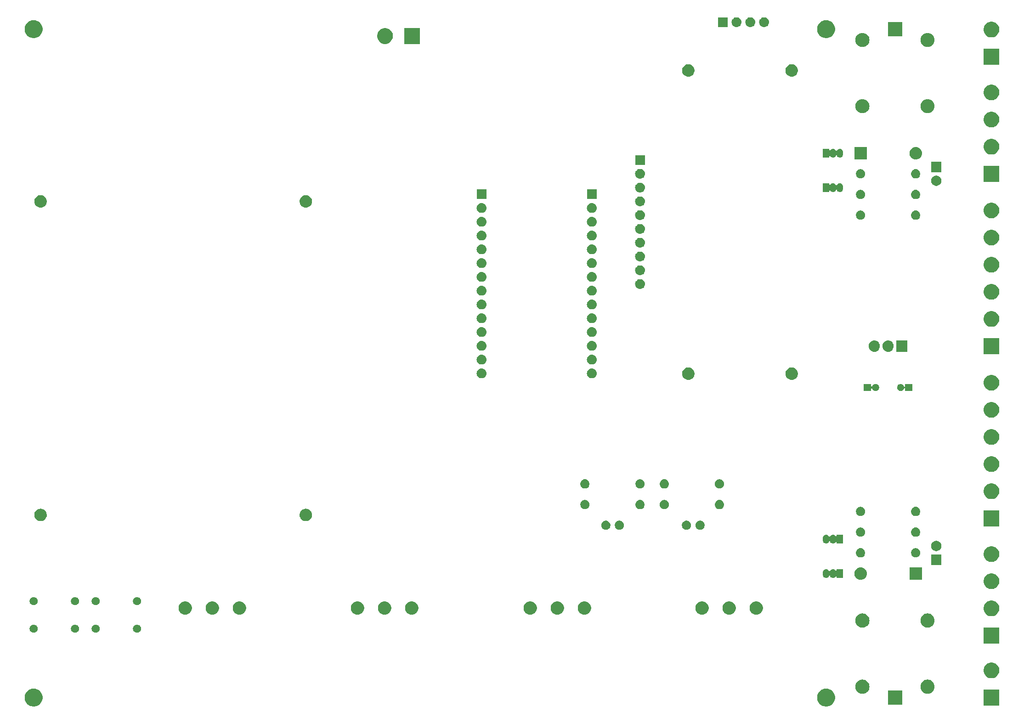
<source format=gbs>
G04 #@! TF.GenerationSoftware,KiCad,Pcbnew,(5.1.2)-2*
G04 #@! TF.CreationDate,2019-06-30T10:01:43-04:00*
G04 #@! TF.ProjectId,controller,636f6e74-726f-46c6-9c65-722e6b696361,rev?*
G04 #@! TF.SameCoordinates,Original*
G04 #@! TF.FileFunction,Soldermask,Bot*
G04 #@! TF.FilePolarity,Negative*
%FSLAX46Y46*%
G04 Gerber Fmt 4.6, Leading zero omitted, Abs format (unit mm)*
G04 Created by KiCad (PCBNEW (5.1.2)-2) date 2019-06-30 10:01:43*
%MOMM*%
%LPD*%
G04 APERTURE LIST*
%ADD10C,0.100000*%
G04 APERTURE END LIST*
D10*
G36*
X201035256Y-148251298D02*
G01*
X201141579Y-148272447D01*
X201442042Y-148396903D01*
X201712451Y-148577585D01*
X201942415Y-148807549D01*
X202123097Y-149077958D01*
X202247553Y-149378421D01*
X202311000Y-149697391D01*
X202311000Y-150022609D01*
X202247553Y-150341579D01*
X202123097Y-150642042D01*
X201942415Y-150912451D01*
X201712451Y-151142415D01*
X201442042Y-151323097D01*
X201141579Y-151447553D01*
X201035256Y-151468702D01*
X200822611Y-151511000D01*
X200497389Y-151511000D01*
X200284744Y-151468702D01*
X200178421Y-151447553D01*
X199877958Y-151323097D01*
X199607549Y-151142415D01*
X199377585Y-150912451D01*
X199196903Y-150642042D01*
X199072447Y-150341579D01*
X199009000Y-150022609D01*
X199009000Y-149697391D01*
X199072447Y-149378421D01*
X199196903Y-149077958D01*
X199377585Y-148807549D01*
X199607549Y-148577585D01*
X199877958Y-148396903D01*
X200178421Y-148272447D01*
X200284744Y-148251298D01*
X200497389Y-148209000D01*
X200822611Y-148209000D01*
X201035256Y-148251298D01*
X201035256Y-148251298D01*
G37*
G36*
X54985256Y-148251298D02*
G01*
X55091579Y-148272447D01*
X55392042Y-148396903D01*
X55662451Y-148577585D01*
X55892415Y-148807549D01*
X56073097Y-149077958D01*
X56197553Y-149378421D01*
X56261000Y-149697391D01*
X56261000Y-150022609D01*
X56197553Y-150341579D01*
X56073097Y-150642042D01*
X55892415Y-150912451D01*
X55662451Y-151142415D01*
X55392042Y-151323097D01*
X55091579Y-151447553D01*
X54985256Y-151468702D01*
X54772611Y-151511000D01*
X54447389Y-151511000D01*
X54234744Y-151468702D01*
X54128421Y-151447553D01*
X53827958Y-151323097D01*
X53557549Y-151142415D01*
X53327585Y-150912451D01*
X53146903Y-150642042D01*
X53022447Y-150341579D01*
X52959000Y-150022609D01*
X52959000Y-149697391D01*
X53022447Y-149378421D01*
X53146903Y-149077958D01*
X53327585Y-148807549D01*
X53557549Y-148577585D01*
X53827958Y-148396903D01*
X54128421Y-148272447D01*
X54234744Y-148251298D01*
X54447389Y-148209000D01*
X54772611Y-148209000D01*
X54985256Y-148251298D01*
X54985256Y-148251298D01*
G37*
G36*
X232591000Y-151311000D02*
G01*
X229689000Y-151311000D01*
X229689000Y-148409000D01*
X232591000Y-148409000D01*
X232591000Y-151311000D01*
X232591000Y-151311000D01*
G37*
G36*
X214661000Y-151161000D02*
G01*
X212059000Y-151161000D01*
X212059000Y-148559000D01*
X214661000Y-148559000D01*
X214661000Y-151161000D01*
X214661000Y-151161000D01*
G37*
G36*
X219519472Y-146568412D02*
G01*
X219615040Y-146577825D01*
X219860280Y-146652218D01*
X220086294Y-146773025D01*
X220137899Y-146815376D01*
X220284397Y-146935603D01*
X220404624Y-147082101D01*
X220446975Y-147133706D01*
X220567782Y-147359720D01*
X220642175Y-147604960D01*
X220667294Y-147860000D01*
X220642175Y-148115040D01*
X220567782Y-148360280D01*
X220446975Y-148586294D01*
X220404624Y-148637899D01*
X220284397Y-148784397D01*
X220137899Y-148904624D01*
X220086294Y-148946975D01*
X219860280Y-149067782D01*
X219615040Y-149142175D01*
X219519472Y-149151588D01*
X219423906Y-149161000D01*
X219296094Y-149161000D01*
X219200528Y-149151588D01*
X219104960Y-149142175D01*
X218859720Y-149067782D01*
X218633706Y-148946975D01*
X218582101Y-148904624D01*
X218435603Y-148784397D01*
X218315376Y-148637899D01*
X218273025Y-148586294D01*
X218152218Y-148360280D01*
X218077825Y-148115040D01*
X218052706Y-147860000D01*
X218077825Y-147604960D01*
X218152218Y-147359720D01*
X218273025Y-147133706D01*
X218315376Y-147082101D01*
X218435603Y-146935603D01*
X218582101Y-146815376D01*
X218633706Y-146773025D01*
X218859720Y-146652218D01*
X219104960Y-146577825D01*
X219200528Y-146568412D01*
X219296094Y-146559000D01*
X219423906Y-146559000D01*
X219519472Y-146568412D01*
X219519472Y-146568412D01*
G37*
G36*
X207519472Y-146568412D02*
G01*
X207615040Y-146577825D01*
X207860280Y-146652218D01*
X208086294Y-146773025D01*
X208137899Y-146815376D01*
X208284397Y-146935603D01*
X208404624Y-147082101D01*
X208446975Y-147133706D01*
X208567782Y-147359720D01*
X208642175Y-147604960D01*
X208667294Y-147860000D01*
X208642175Y-148115040D01*
X208567782Y-148360280D01*
X208446975Y-148586294D01*
X208404624Y-148637899D01*
X208284397Y-148784397D01*
X208137899Y-148904624D01*
X208086294Y-148946975D01*
X207860280Y-149067782D01*
X207615040Y-149142175D01*
X207519472Y-149151588D01*
X207423906Y-149161000D01*
X207296094Y-149161000D01*
X207200528Y-149151588D01*
X207104960Y-149142175D01*
X206859720Y-149067782D01*
X206633706Y-148946975D01*
X206582101Y-148904624D01*
X206435603Y-148784397D01*
X206315376Y-148637899D01*
X206273025Y-148586294D01*
X206152218Y-148360280D01*
X206077825Y-148115040D01*
X206052706Y-147860000D01*
X206077825Y-147604960D01*
X206152218Y-147359720D01*
X206273025Y-147133706D01*
X206315376Y-147082101D01*
X206435603Y-146935603D01*
X206582101Y-146815376D01*
X206633706Y-146773025D01*
X206859720Y-146652218D01*
X207104960Y-146577825D01*
X207200528Y-146568412D01*
X207296094Y-146559000D01*
X207423906Y-146559000D01*
X207519472Y-146568412D01*
X207519472Y-146568412D01*
G37*
G36*
X231563241Y-143464760D02*
G01*
X231827305Y-143574139D01*
X232064958Y-143732934D01*
X232267066Y-143935042D01*
X232425861Y-144172695D01*
X232535240Y-144436759D01*
X232591000Y-144717088D01*
X232591000Y-145002912D01*
X232535240Y-145283241D01*
X232425861Y-145547305D01*
X232267066Y-145784958D01*
X232064958Y-145987066D01*
X231827305Y-146145861D01*
X231563241Y-146255240D01*
X231282912Y-146311000D01*
X230997088Y-146311000D01*
X230716759Y-146255240D01*
X230452695Y-146145861D01*
X230215042Y-145987066D01*
X230012934Y-145784958D01*
X229854139Y-145547305D01*
X229744760Y-145283241D01*
X229689000Y-145002912D01*
X229689000Y-144717088D01*
X229744760Y-144436759D01*
X229854139Y-144172695D01*
X230012934Y-143935042D01*
X230215042Y-143732934D01*
X230452695Y-143574139D01*
X230716759Y-143464760D01*
X230997088Y-143409000D01*
X231282912Y-143409000D01*
X231563241Y-143464760D01*
X231563241Y-143464760D01*
G37*
G36*
X232591000Y-139881000D02*
G01*
X229689000Y-139881000D01*
X229689000Y-136979000D01*
X232591000Y-136979000D01*
X232591000Y-139881000D01*
X232591000Y-139881000D01*
G37*
G36*
X54704425Y-136414599D02*
G01*
X54828621Y-136439302D01*
X54965022Y-136495801D01*
X55087779Y-136577825D01*
X55192175Y-136682221D01*
X55274199Y-136804978D01*
X55330698Y-136941379D01*
X55359500Y-137086181D01*
X55359500Y-137233819D01*
X55330698Y-137378621D01*
X55274199Y-137515022D01*
X55192175Y-137637779D01*
X55087779Y-137742175D01*
X54965022Y-137824199D01*
X54828621Y-137880698D01*
X54704425Y-137905401D01*
X54683820Y-137909500D01*
X54536180Y-137909500D01*
X54515575Y-137905401D01*
X54391379Y-137880698D01*
X54254978Y-137824199D01*
X54132221Y-137742175D01*
X54027825Y-137637779D01*
X53945801Y-137515022D01*
X53889302Y-137378621D01*
X53860500Y-137233819D01*
X53860500Y-137086181D01*
X53889302Y-136941379D01*
X53945801Y-136804978D01*
X54027825Y-136682221D01*
X54132221Y-136577825D01*
X54254978Y-136495801D01*
X54391379Y-136439302D01*
X54515575Y-136414599D01*
X54536180Y-136410500D01*
X54683820Y-136410500D01*
X54704425Y-136414599D01*
X54704425Y-136414599D01*
G37*
G36*
X62324425Y-136414599D02*
G01*
X62448621Y-136439302D01*
X62585022Y-136495801D01*
X62707779Y-136577825D01*
X62812175Y-136682221D01*
X62894199Y-136804978D01*
X62950698Y-136941379D01*
X62979500Y-137086181D01*
X62979500Y-137233819D01*
X62950698Y-137378621D01*
X62894199Y-137515022D01*
X62812175Y-137637779D01*
X62707779Y-137742175D01*
X62585022Y-137824199D01*
X62448621Y-137880698D01*
X62324425Y-137905401D01*
X62303820Y-137909500D01*
X62156180Y-137909500D01*
X62135575Y-137905401D01*
X62011379Y-137880698D01*
X61874978Y-137824199D01*
X61752221Y-137742175D01*
X61647825Y-137637779D01*
X61565801Y-137515022D01*
X61509302Y-137378621D01*
X61480500Y-137233819D01*
X61480500Y-137086181D01*
X61509302Y-136941379D01*
X61565801Y-136804978D01*
X61647825Y-136682221D01*
X61752221Y-136577825D01*
X61874978Y-136495801D01*
X62011379Y-136439302D01*
X62135575Y-136414599D01*
X62156180Y-136410500D01*
X62303820Y-136410500D01*
X62324425Y-136414599D01*
X62324425Y-136414599D01*
G37*
G36*
X66134425Y-136414599D02*
G01*
X66258621Y-136439302D01*
X66395022Y-136495801D01*
X66517779Y-136577825D01*
X66622175Y-136682221D01*
X66704199Y-136804978D01*
X66760698Y-136941379D01*
X66789500Y-137086181D01*
X66789500Y-137233819D01*
X66760698Y-137378621D01*
X66704199Y-137515022D01*
X66622175Y-137637779D01*
X66517779Y-137742175D01*
X66395022Y-137824199D01*
X66258621Y-137880698D01*
X66134425Y-137905401D01*
X66113820Y-137909500D01*
X65966180Y-137909500D01*
X65945575Y-137905401D01*
X65821379Y-137880698D01*
X65684978Y-137824199D01*
X65562221Y-137742175D01*
X65457825Y-137637779D01*
X65375801Y-137515022D01*
X65319302Y-137378621D01*
X65290500Y-137233819D01*
X65290500Y-137086181D01*
X65319302Y-136941379D01*
X65375801Y-136804978D01*
X65457825Y-136682221D01*
X65562221Y-136577825D01*
X65684978Y-136495801D01*
X65821379Y-136439302D01*
X65945575Y-136414599D01*
X65966180Y-136410500D01*
X66113820Y-136410500D01*
X66134425Y-136414599D01*
X66134425Y-136414599D01*
G37*
G36*
X73754425Y-136414599D02*
G01*
X73878621Y-136439302D01*
X74015022Y-136495801D01*
X74137779Y-136577825D01*
X74242175Y-136682221D01*
X74324199Y-136804978D01*
X74380698Y-136941379D01*
X74409500Y-137086181D01*
X74409500Y-137233819D01*
X74380698Y-137378621D01*
X74324199Y-137515022D01*
X74242175Y-137637779D01*
X74137779Y-137742175D01*
X74015022Y-137824199D01*
X73878621Y-137880698D01*
X73754425Y-137905401D01*
X73733820Y-137909500D01*
X73586180Y-137909500D01*
X73565575Y-137905401D01*
X73441379Y-137880698D01*
X73304978Y-137824199D01*
X73182221Y-137742175D01*
X73077825Y-137637779D01*
X72995801Y-137515022D01*
X72939302Y-137378621D01*
X72910500Y-137233819D01*
X72910500Y-137086181D01*
X72939302Y-136941379D01*
X72995801Y-136804978D01*
X73077825Y-136682221D01*
X73182221Y-136577825D01*
X73304978Y-136495801D01*
X73441379Y-136439302D01*
X73565575Y-136414599D01*
X73586180Y-136410500D01*
X73733820Y-136410500D01*
X73754425Y-136414599D01*
X73754425Y-136414599D01*
G37*
G36*
X207519472Y-134368412D02*
G01*
X207615040Y-134377825D01*
X207860280Y-134452218D01*
X208086294Y-134573025D01*
X208137899Y-134615376D01*
X208284397Y-134735603D01*
X208357959Y-134825240D01*
X208446975Y-134933706D01*
X208567782Y-135159720D01*
X208642175Y-135404960D01*
X208667294Y-135660000D01*
X208642175Y-135915040D01*
X208567782Y-136160280D01*
X208446975Y-136386294D01*
X208404624Y-136437899D01*
X208284397Y-136584397D01*
X208165197Y-136682221D01*
X208086294Y-136746975D01*
X207860280Y-136867782D01*
X207615040Y-136942175D01*
X207519472Y-136951588D01*
X207423906Y-136961000D01*
X207296094Y-136961000D01*
X207200528Y-136951588D01*
X207104960Y-136942175D01*
X206859720Y-136867782D01*
X206633706Y-136746975D01*
X206554803Y-136682221D01*
X206435603Y-136584397D01*
X206315376Y-136437899D01*
X206273025Y-136386294D01*
X206152218Y-136160280D01*
X206077825Y-135915040D01*
X206052706Y-135660000D01*
X206077825Y-135404960D01*
X206152218Y-135159720D01*
X206273025Y-134933706D01*
X206362041Y-134825240D01*
X206435603Y-134735603D01*
X206582101Y-134615376D01*
X206633706Y-134573025D01*
X206859720Y-134452218D01*
X207104960Y-134377825D01*
X207200528Y-134368412D01*
X207296094Y-134359000D01*
X207423906Y-134359000D01*
X207519472Y-134368412D01*
X207519472Y-134368412D01*
G37*
G36*
X219519472Y-134368412D02*
G01*
X219615040Y-134377825D01*
X219860280Y-134452218D01*
X220086294Y-134573025D01*
X220137899Y-134615376D01*
X220284397Y-134735603D01*
X220357959Y-134825240D01*
X220446975Y-134933706D01*
X220567782Y-135159720D01*
X220642175Y-135404960D01*
X220667294Y-135660000D01*
X220642175Y-135915040D01*
X220567782Y-136160280D01*
X220446975Y-136386294D01*
X220404624Y-136437899D01*
X220284397Y-136584397D01*
X220165197Y-136682221D01*
X220086294Y-136746975D01*
X219860280Y-136867782D01*
X219615040Y-136942175D01*
X219519472Y-136951588D01*
X219423906Y-136961000D01*
X219296094Y-136961000D01*
X219200528Y-136951588D01*
X219104960Y-136942175D01*
X218859720Y-136867782D01*
X218633706Y-136746975D01*
X218554803Y-136682221D01*
X218435603Y-136584397D01*
X218315376Y-136437899D01*
X218273025Y-136386294D01*
X218152218Y-136160280D01*
X218077825Y-135915040D01*
X218052706Y-135660000D01*
X218077825Y-135404960D01*
X218152218Y-135159720D01*
X218273025Y-134933706D01*
X218362041Y-134825240D01*
X218435603Y-134735603D01*
X218582101Y-134615376D01*
X218633706Y-134573025D01*
X218859720Y-134452218D01*
X219104960Y-134377825D01*
X219200528Y-134368412D01*
X219296094Y-134359000D01*
X219423906Y-134359000D01*
X219519472Y-134368412D01*
X219519472Y-134368412D01*
G37*
G36*
X231563241Y-132034760D02*
G01*
X231827305Y-132144139D01*
X232064958Y-132302934D01*
X232267066Y-132505042D01*
X232425861Y-132742695D01*
X232535240Y-133006759D01*
X232591000Y-133287088D01*
X232591000Y-133572912D01*
X232535240Y-133853241D01*
X232425861Y-134117305D01*
X232267066Y-134354958D01*
X232064958Y-134557066D01*
X231827305Y-134715861D01*
X231563241Y-134825240D01*
X231282912Y-134881000D01*
X230997088Y-134881000D01*
X230716759Y-134825240D01*
X230452695Y-134715861D01*
X230215042Y-134557066D01*
X230012934Y-134354958D01*
X229854139Y-134117305D01*
X229744760Y-133853241D01*
X229689000Y-133572912D01*
X229689000Y-133287088D01*
X229744760Y-133006759D01*
X229854139Y-132742695D01*
X230012934Y-132505042D01*
X230215042Y-132302934D01*
X230452695Y-132144139D01*
X230716759Y-132034760D01*
X230997088Y-131979000D01*
X231282912Y-131979000D01*
X231563241Y-132034760D01*
X231563241Y-132034760D01*
G37*
G36*
X151326368Y-132144139D02*
G01*
X151486153Y-132175922D01*
X151578194Y-132214047D01*
X151708359Y-132267963D01*
X151908342Y-132401587D01*
X152078413Y-132571658D01*
X152212037Y-132771641D01*
X152304078Y-132993848D01*
X152351000Y-133229741D01*
X152351000Y-133470259D01*
X152304078Y-133706152D01*
X152212037Y-133928359D01*
X152078413Y-134128342D01*
X151908342Y-134298413D01*
X151708359Y-134432037D01*
X151578194Y-134485953D01*
X151486153Y-134524078D01*
X151368205Y-134547539D01*
X151250259Y-134571000D01*
X151009741Y-134571000D01*
X150891795Y-134547539D01*
X150773847Y-134524078D01*
X150681806Y-134485953D01*
X150551641Y-134432037D01*
X150351658Y-134298413D01*
X150181587Y-134128342D01*
X150047963Y-133928359D01*
X149955922Y-133706152D01*
X149909000Y-133470259D01*
X149909000Y-133229741D01*
X149955922Y-132993848D01*
X150047963Y-132771641D01*
X150181587Y-132571658D01*
X150351658Y-132401587D01*
X150551641Y-132267963D01*
X150681806Y-132214047D01*
X150773847Y-132175922D01*
X150933632Y-132144139D01*
X151009741Y-132129000D01*
X151250259Y-132129000D01*
X151326368Y-132144139D01*
X151326368Y-132144139D01*
G37*
G36*
X156326368Y-132144139D02*
G01*
X156486153Y-132175922D01*
X156578194Y-132214047D01*
X156708359Y-132267963D01*
X156908342Y-132401587D01*
X157078413Y-132571658D01*
X157212037Y-132771641D01*
X157304078Y-132993848D01*
X157351000Y-133229741D01*
X157351000Y-133470259D01*
X157304078Y-133706152D01*
X157212037Y-133928359D01*
X157078413Y-134128342D01*
X156908342Y-134298413D01*
X156708359Y-134432037D01*
X156578194Y-134485953D01*
X156486153Y-134524078D01*
X156368205Y-134547539D01*
X156250259Y-134571000D01*
X156009741Y-134571000D01*
X155891795Y-134547539D01*
X155773847Y-134524078D01*
X155681806Y-134485953D01*
X155551641Y-134432037D01*
X155351658Y-134298413D01*
X155181587Y-134128342D01*
X155047963Y-133928359D01*
X154955922Y-133706152D01*
X154909000Y-133470259D01*
X154909000Y-133229741D01*
X154955922Y-132993848D01*
X155047963Y-132771641D01*
X155181587Y-132571658D01*
X155351658Y-132401587D01*
X155551641Y-132267963D01*
X155681806Y-132214047D01*
X155773847Y-132175922D01*
X155933632Y-132144139D01*
X156009741Y-132129000D01*
X156250259Y-132129000D01*
X156326368Y-132144139D01*
X156326368Y-132144139D01*
G37*
G36*
X177996368Y-132144139D02*
G01*
X178156153Y-132175922D01*
X178248194Y-132214047D01*
X178378359Y-132267963D01*
X178578342Y-132401587D01*
X178748413Y-132571658D01*
X178882037Y-132771641D01*
X178974078Y-132993848D01*
X179021000Y-133229741D01*
X179021000Y-133470259D01*
X178974078Y-133706152D01*
X178882037Y-133928359D01*
X178748413Y-134128342D01*
X178578342Y-134298413D01*
X178378359Y-134432037D01*
X178248194Y-134485953D01*
X178156153Y-134524078D01*
X178038205Y-134547539D01*
X177920259Y-134571000D01*
X177679741Y-134571000D01*
X177561795Y-134547539D01*
X177443847Y-134524078D01*
X177351806Y-134485953D01*
X177221641Y-134432037D01*
X177021658Y-134298413D01*
X176851587Y-134128342D01*
X176717963Y-133928359D01*
X176625922Y-133706152D01*
X176579000Y-133470259D01*
X176579000Y-133229741D01*
X176625922Y-132993848D01*
X176717963Y-132771641D01*
X176851587Y-132571658D01*
X177021658Y-132401587D01*
X177221641Y-132267963D01*
X177351806Y-132214047D01*
X177443847Y-132175922D01*
X177603632Y-132144139D01*
X177679741Y-132129000D01*
X177920259Y-132129000D01*
X177996368Y-132144139D01*
X177996368Y-132144139D01*
G37*
G36*
X182996368Y-132144139D02*
G01*
X183156153Y-132175922D01*
X183248194Y-132214047D01*
X183378359Y-132267963D01*
X183578342Y-132401587D01*
X183748413Y-132571658D01*
X183882037Y-132771641D01*
X183974078Y-132993848D01*
X184021000Y-133229741D01*
X184021000Y-133470259D01*
X183974078Y-133706152D01*
X183882037Y-133928359D01*
X183748413Y-134128342D01*
X183578342Y-134298413D01*
X183378359Y-134432037D01*
X183248194Y-134485953D01*
X183156153Y-134524078D01*
X183038205Y-134547539D01*
X182920259Y-134571000D01*
X182679741Y-134571000D01*
X182561795Y-134547539D01*
X182443847Y-134524078D01*
X182351806Y-134485953D01*
X182221641Y-134432037D01*
X182021658Y-134298413D01*
X181851587Y-134128342D01*
X181717963Y-133928359D01*
X181625922Y-133706152D01*
X181579000Y-133470259D01*
X181579000Y-133229741D01*
X181625922Y-132993848D01*
X181717963Y-132771641D01*
X181851587Y-132571658D01*
X182021658Y-132401587D01*
X182221641Y-132267963D01*
X182351806Y-132214047D01*
X182443847Y-132175922D01*
X182603632Y-132144139D01*
X182679741Y-132129000D01*
X182920259Y-132129000D01*
X182996368Y-132144139D01*
X182996368Y-132144139D01*
G37*
G36*
X187996368Y-132144139D02*
G01*
X188156153Y-132175922D01*
X188248194Y-132214047D01*
X188378359Y-132267963D01*
X188578342Y-132401587D01*
X188748413Y-132571658D01*
X188882037Y-132771641D01*
X188974078Y-132993848D01*
X189021000Y-133229741D01*
X189021000Y-133470259D01*
X188974078Y-133706152D01*
X188882037Y-133928359D01*
X188748413Y-134128342D01*
X188578342Y-134298413D01*
X188378359Y-134432037D01*
X188248194Y-134485953D01*
X188156153Y-134524078D01*
X188038205Y-134547539D01*
X187920259Y-134571000D01*
X187679741Y-134571000D01*
X187561795Y-134547539D01*
X187443847Y-134524078D01*
X187351806Y-134485953D01*
X187221641Y-134432037D01*
X187021658Y-134298413D01*
X186851587Y-134128342D01*
X186717963Y-133928359D01*
X186625922Y-133706152D01*
X186579000Y-133470259D01*
X186579000Y-133229741D01*
X186625922Y-132993848D01*
X186717963Y-132771641D01*
X186851587Y-132571658D01*
X187021658Y-132401587D01*
X187221641Y-132267963D01*
X187351806Y-132214047D01*
X187443847Y-132175922D01*
X187603632Y-132144139D01*
X187679741Y-132129000D01*
X187920259Y-132129000D01*
X187996368Y-132144139D01*
X187996368Y-132144139D01*
G37*
G36*
X114496368Y-132144139D02*
G01*
X114656153Y-132175922D01*
X114748194Y-132214047D01*
X114878359Y-132267963D01*
X115078342Y-132401587D01*
X115248413Y-132571658D01*
X115382037Y-132771641D01*
X115474078Y-132993848D01*
X115521000Y-133229741D01*
X115521000Y-133470259D01*
X115474078Y-133706152D01*
X115382037Y-133928359D01*
X115248413Y-134128342D01*
X115078342Y-134298413D01*
X114878359Y-134432037D01*
X114748194Y-134485953D01*
X114656153Y-134524078D01*
X114538205Y-134547539D01*
X114420259Y-134571000D01*
X114179741Y-134571000D01*
X114061795Y-134547539D01*
X113943847Y-134524078D01*
X113851806Y-134485953D01*
X113721641Y-134432037D01*
X113521658Y-134298413D01*
X113351587Y-134128342D01*
X113217963Y-133928359D01*
X113125922Y-133706152D01*
X113079000Y-133470259D01*
X113079000Y-133229741D01*
X113125922Y-132993848D01*
X113217963Y-132771641D01*
X113351587Y-132571658D01*
X113521658Y-132401587D01*
X113721641Y-132267963D01*
X113851806Y-132214047D01*
X113943847Y-132175922D01*
X114103632Y-132144139D01*
X114179741Y-132129000D01*
X114420259Y-132129000D01*
X114496368Y-132144139D01*
X114496368Y-132144139D01*
G37*
G36*
X124496368Y-132144139D02*
G01*
X124656153Y-132175922D01*
X124748194Y-132214047D01*
X124878359Y-132267963D01*
X125078342Y-132401587D01*
X125248413Y-132571658D01*
X125382037Y-132771641D01*
X125474078Y-132993848D01*
X125521000Y-133229741D01*
X125521000Y-133470259D01*
X125474078Y-133706152D01*
X125382037Y-133928359D01*
X125248413Y-134128342D01*
X125078342Y-134298413D01*
X124878359Y-134432037D01*
X124748194Y-134485953D01*
X124656153Y-134524078D01*
X124538205Y-134547539D01*
X124420259Y-134571000D01*
X124179741Y-134571000D01*
X124061795Y-134547539D01*
X123943847Y-134524078D01*
X123851806Y-134485953D01*
X123721641Y-134432037D01*
X123521658Y-134298413D01*
X123351587Y-134128342D01*
X123217963Y-133928359D01*
X123125922Y-133706152D01*
X123079000Y-133470259D01*
X123079000Y-133229741D01*
X123125922Y-132993848D01*
X123217963Y-132771641D01*
X123351587Y-132571658D01*
X123521658Y-132401587D01*
X123721641Y-132267963D01*
X123851806Y-132214047D01*
X123943847Y-132175922D01*
X124103632Y-132144139D01*
X124179741Y-132129000D01*
X124420259Y-132129000D01*
X124496368Y-132144139D01*
X124496368Y-132144139D01*
G37*
G36*
X82746368Y-132144139D02*
G01*
X82906153Y-132175922D01*
X82998194Y-132214047D01*
X83128359Y-132267963D01*
X83328342Y-132401587D01*
X83498413Y-132571658D01*
X83632037Y-132771641D01*
X83724078Y-132993848D01*
X83771000Y-133229741D01*
X83771000Y-133470259D01*
X83724078Y-133706152D01*
X83632037Y-133928359D01*
X83498413Y-134128342D01*
X83328342Y-134298413D01*
X83128359Y-134432037D01*
X82998194Y-134485953D01*
X82906153Y-134524078D01*
X82788205Y-134547539D01*
X82670259Y-134571000D01*
X82429741Y-134571000D01*
X82311795Y-134547539D01*
X82193847Y-134524078D01*
X82101806Y-134485953D01*
X81971641Y-134432037D01*
X81771658Y-134298413D01*
X81601587Y-134128342D01*
X81467963Y-133928359D01*
X81375922Y-133706152D01*
X81329000Y-133470259D01*
X81329000Y-133229741D01*
X81375922Y-132993848D01*
X81467963Y-132771641D01*
X81601587Y-132571658D01*
X81771658Y-132401587D01*
X81971641Y-132267963D01*
X82101806Y-132214047D01*
X82193847Y-132175922D01*
X82353632Y-132144139D01*
X82429741Y-132129000D01*
X82670259Y-132129000D01*
X82746368Y-132144139D01*
X82746368Y-132144139D01*
G37*
G36*
X87746368Y-132144139D02*
G01*
X87906153Y-132175922D01*
X87998194Y-132214047D01*
X88128359Y-132267963D01*
X88328342Y-132401587D01*
X88498413Y-132571658D01*
X88632037Y-132771641D01*
X88724078Y-132993848D01*
X88771000Y-133229741D01*
X88771000Y-133470259D01*
X88724078Y-133706152D01*
X88632037Y-133928359D01*
X88498413Y-134128342D01*
X88328342Y-134298413D01*
X88128359Y-134432037D01*
X87998194Y-134485953D01*
X87906153Y-134524078D01*
X87788205Y-134547539D01*
X87670259Y-134571000D01*
X87429741Y-134571000D01*
X87311795Y-134547539D01*
X87193847Y-134524078D01*
X87101806Y-134485953D01*
X86971641Y-134432037D01*
X86771658Y-134298413D01*
X86601587Y-134128342D01*
X86467963Y-133928359D01*
X86375922Y-133706152D01*
X86329000Y-133470259D01*
X86329000Y-133229741D01*
X86375922Y-132993848D01*
X86467963Y-132771641D01*
X86601587Y-132571658D01*
X86771658Y-132401587D01*
X86971641Y-132267963D01*
X87101806Y-132214047D01*
X87193847Y-132175922D01*
X87353632Y-132144139D01*
X87429741Y-132129000D01*
X87670259Y-132129000D01*
X87746368Y-132144139D01*
X87746368Y-132144139D01*
G37*
G36*
X92746368Y-132144139D02*
G01*
X92906153Y-132175922D01*
X92998194Y-132214047D01*
X93128359Y-132267963D01*
X93328342Y-132401587D01*
X93498413Y-132571658D01*
X93632037Y-132771641D01*
X93724078Y-132993848D01*
X93771000Y-133229741D01*
X93771000Y-133470259D01*
X93724078Y-133706152D01*
X93632037Y-133928359D01*
X93498413Y-134128342D01*
X93328342Y-134298413D01*
X93128359Y-134432037D01*
X92998194Y-134485953D01*
X92906153Y-134524078D01*
X92788205Y-134547539D01*
X92670259Y-134571000D01*
X92429741Y-134571000D01*
X92311795Y-134547539D01*
X92193847Y-134524078D01*
X92101806Y-134485953D01*
X91971641Y-134432037D01*
X91771658Y-134298413D01*
X91601587Y-134128342D01*
X91467963Y-133928359D01*
X91375922Y-133706152D01*
X91329000Y-133470259D01*
X91329000Y-133229741D01*
X91375922Y-132993848D01*
X91467963Y-132771641D01*
X91601587Y-132571658D01*
X91771658Y-132401587D01*
X91971641Y-132267963D01*
X92101806Y-132214047D01*
X92193847Y-132175922D01*
X92353632Y-132144139D01*
X92429741Y-132129000D01*
X92670259Y-132129000D01*
X92746368Y-132144139D01*
X92746368Y-132144139D01*
G37*
G36*
X146326368Y-132144139D02*
G01*
X146486153Y-132175922D01*
X146578194Y-132214047D01*
X146708359Y-132267963D01*
X146908342Y-132401587D01*
X147078413Y-132571658D01*
X147212037Y-132771641D01*
X147304078Y-132993848D01*
X147351000Y-133229741D01*
X147351000Y-133470259D01*
X147304078Y-133706152D01*
X147212037Y-133928359D01*
X147078413Y-134128342D01*
X146908342Y-134298413D01*
X146708359Y-134432037D01*
X146578194Y-134485953D01*
X146486153Y-134524078D01*
X146368205Y-134547539D01*
X146250259Y-134571000D01*
X146009741Y-134571000D01*
X145891795Y-134547539D01*
X145773847Y-134524078D01*
X145681806Y-134485953D01*
X145551641Y-134432037D01*
X145351658Y-134298413D01*
X145181587Y-134128342D01*
X145047963Y-133928359D01*
X144955922Y-133706152D01*
X144909000Y-133470259D01*
X144909000Y-133229741D01*
X144955922Y-132993848D01*
X145047963Y-132771641D01*
X145181587Y-132571658D01*
X145351658Y-132401587D01*
X145551641Y-132267963D01*
X145681806Y-132214047D01*
X145773847Y-132175922D01*
X145933632Y-132144139D01*
X146009741Y-132129000D01*
X146250259Y-132129000D01*
X146326368Y-132144139D01*
X146326368Y-132144139D01*
G37*
G36*
X119496368Y-132144139D02*
G01*
X119656153Y-132175922D01*
X119748194Y-132214047D01*
X119878359Y-132267963D01*
X120078342Y-132401587D01*
X120248413Y-132571658D01*
X120382037Y-132771641D01*
X120474078Y-132993848D01*
X120521000Y-133229741D01*
X120521000Y-133470259D01*
X120474078Y-133706152D01*
X120382037Y-133928359D01*
X120248413Y-134128342D01*
X120078342Y-134298413D01*
X119878359Y-134432037D01*
X119748194Y-134485953D01*
X119656153Y-134524078D01*
X119538205Y-134547539D01*
X119420259Y-134571000D01*
X119179741Y-134571000D01*
X119061795Y-134547539D01*
X118943847Y-134524078D01*
X118851806Y-134485953D01*
X118721641Y-134432037D01*
X118521658Y-134298413D01*
X118351587Y-134128342D01*
X118217963Y-133928359D01*
X118125922Y-133706152D01*
X118079000Y-133470259D01*
X118079000Y-133229741D01*
X118125922Y-132993848D01*
X118217963Y-132771641D01*
X118351587Y-132571658D01*
X118521658Y-132401587D01*
X118721641Y-132267963D01*
X118851806Y-132214047D01*
X118943847Y-132175922D01*
X119103632Y-132144139D01*
X119179741Y-132129000D01*
X119420259Y-132129000D01*
X119496368Y-132144139D01*
X119496368Y-132144139D01*
G37*
G36*
X54704425Y-131334599D02*
G01*
X54828621Y-131359302D01*
X54965022Y-131415801D01*
X55087779Y-131497825D01*
X55192175Y-131602221D01*
X55274199Y-131724978D01*
X55330698Y-131861379D01*
X55359500Y-132006181D01*
X55359500Y-132153819D01*
X55330698Y-132298621D01*
X55274199Y-132435022D01*
X55192175Y-132557779D01*
X55087779Y-132662175D01*
X54965022Y-132744199D01*
X54828621Y-132800698D01*
X54704425Y-132825401D01*
X54683820Y-132829500D01*
X54536180Y-132829500D01*
X54515575Y-132825401D01*
X54391379Y-132800698D01*
X54254978Y-132744199D01*
X54132221Y-132662175D01*
X54027825Y-132557779D01*
X53945801Y-132435022D01*
X53889302Y-132298621D01*
X53860500Y-132153819D01*
X53860500Y-132006181D01*
X53889302Y-131861379D01*
X53945801Y-131724978D01*
X54027825Y-131602221D01*
X54132221Y-131497825D01*
X54254978Y-131415801D01*
X54391379Y-131359302D01*
X54515575Y-131334599D01*
X54536180Y-131330500D01*
X54683820Y-131330500D01*
X54704425Y-131334599D01*
X54704425Y-131334599D01*
G37*
G36*
X66134425Y-131334599D02*
G01*
X66258621Y-131359302D01*
X66395022Y-131415801D01*
X66517779Y-131497825D01*
X66622175Y-131602221D01*
X66704199Y-131724978D01*
X66760698Y-131861379D01*
X66789500Y-132006181D01*
X66789500Y-132153819D01*
X66760698Y-132298621D01*
X66704199Y-132435022D01*
X66622175Y-132557779D01*
X66517779Y-132662175D01*
X66395022Y-132744199D01*
X66258621Y-132800698D01*
X66134425Y-132825401D01*
X66113820Y-132829500D01*
X65966180Y-132829500D01*
X65945575Y-132825401D01*
X65821379Y-132800698D01*
X65684978Y-132744199D01*
X65562221Y-132662175D01*
X65457825Y-132557779D01*
X65375801Y-132435022D01*
X65319302Y-132298621D01*
X65290500Y-132153819D01*
X65290500Y-132006181D01*
X65319302Y-131861379D01*
X65375801Y-131724978D01*
X65457825Y-131602221D01*
X65562221Y-131497825D01*
X65684978Y-131415801D01*
X65821379Y-131359302D01*
X65945575Y-131334599D01*
X65966180Y-131330500D01*
X66113820Y-131330500D01*
X66134425Y-131334599D01*
X66134425Y-131334599D01*
G37*
G36*
X73754425Y-131334599D02*
G01*
X73878621Y-131359302D01*
X74015022Y-131415801D01*
X74137779Y-131497825D01*
X74242175Y-131602221D01*
X74324199Y-131724978D01*
X74380698Y-131861379D01*
X74409500Y-132006181D01*
X74409500Y-132153819D01*
X74380698Y-132298621D01*
X74324199Y-132435022D01*
X74242175Y-132557779D01*
X74137779Y-132662175D01*
X74015022Y-132744199D01*
X73878621Y-132800698D01*
X73754425Y-132825401D01*
X73733820Y-132829500D01*
X73586180Y-132829500D01*
X73565575Y-132825401D01*
X73441379Y-132800698D01*
X73304978Y-132744199D01*
X73182221Y-132662175D01*
X73077825Y-132557779D01*
X72995801Y-132435022D01*
X72939302Y-132298621D01*
X72910500Y-132153819D01*
X72910500Y-132006181D01*
X72939302Y-131861379D01*
X72995801Y-131724978D01*
X73077825Y-131602221D01*
X73182221Y-131497825D01*
X73304978Y-131415801D01*
X73441379Y-131359302D01*
X73565575Y-131334599D01*
X73586180Y-131330500D01*
X73733820Y-131330500D01*
X73754425Y-131334599D01*
X73754425Y-131334599D01*
G37*
G36*
X62324425Y-131334599D02*
G01*
X62448621Y-131359302D01*
X62585022Y-131415801D01*
X62707779Y-131497825D01*
X62812175Y-131602221D01*
X62894199Y-131724978D01*
X62950698Y-131861379D01*
X62979500Y-132006181D01*
X62979500Y-132153819D01*
X62950698Y-132298621D01*
X62894199Y-132435022D01*
X62812175Y-132557779D01*
X62707779Y-132662175D01*
X62585022Y-132744199D01*
X62448621Y-132800698D01*
X62324425Y-132825401D01*
X62303820Y-132829500D01*
X62156180Y-132829500D01*
X62135575Y-132825401D01*
X62011379Y-132800698D01*
X61874978Y-132744199D01*
X61752221Y-132662175D01*
X61647825Y-132557779D01*
X61565801Y-132435022D01*
X61509302Y-132298621D01*
X61480500Y-132153819D01*
X61480500Y-132006181D01*
X61509302Y-131861379D01*
X61565801Y-131724978D01*
X61647825Y-131602221D01*
X61752221Y-131497825D01*
X61874978Y-131415801D01*
X62011379Y-131359302D01*
X62135575Y-131334599D01*
X62156180Y-131330500D01*
X62303820Y-131330500D01*
X62324425Y-131334599D01*
X62324425Y-131334599D01*
G37*
G36*
X231563241Y-127034760D02*
G01*
X231827305Y-127144139D01*
X232064958Y-127302934D01*
X232267066Y-127505042D01*
X232425861Y-127742695D01*
X232535240Y-128006759D01*
X232591000Y-128287088D01*
X232591000Y-128572912D01*
X232535240Y-128853241D01*
X232425861Y-129117305D01*
X232267066Y-129354958D01*
X232064958Y-129557066D01*
X231827305Y-129715861D01*
X231563241Y-129825240D01*
X231282912Y-129881000D01*
X230997088Y-129881000D01*
X230716759Y-129825240D01*
X230452695Y-129715861D01*
X230215042Y-129557066D01*
X230012934Y-129354958D01*
X229854139Y-129117305D01*
X229744760Y-128853241D01*
X229689000Y-128572912D01*
X229689000Y-128287088D01*
X229744760Y-128006759D01*
X229854139Y-127742695D01*
X230012934Y-127505042D01*
X230215042Y-127302934D01*
X230452695Y-127144139D01*
X230716759Y-127034760D01*
X230997088Y-126979000D01*
X231282912Y-126979000D01*
X231563241Y-127034760D01*
X231563241Y-127034760D01*
G37*
G36*
X218321000Y-128151000D02*
G01*
X216019000Y-128151000D01*
X216019000Y-125849000D01*
X218321000Y-125849000D01*
X218321000Y-128151000D01*
X218321000Y-128151000D01*
G37*
G36*
X207179271Y-125860103D02*
G01*
X207235635Y-125865654D01*
X207452600Y-125931470D01*
X207452602Y-125931471D01*
X207652555Y-126038347D01*
X207827818Y-126182182D01*
X207971653Y-126357445D01*
X208066482Y-126534859D01*
X208078530Y-126557400D01*
X208144346Y-126774365D01*
X208166569Y-127000000D01*
X208144346Y-127225635D01*
X208083129Y-127427440D01*
X208078529Y-127442602D01*
X207971653Y-127642555D01*
X207827818Y-127817818D01*
X207652555Y-127961653D01*
X207452602Y-128068529D01*
X207452600Y-128068530D01*
X207235635Y-128134346D01*
X207179271Y-128139897D01*
X207066545Y-128151000D01*
X206953455Y-128151000D01*
X206840729Y-128139897D01*
X206784365Y-128134346D01*
X206567400Y-128068530D01*
X206567398Y-128068529D01*
X206367445Y-127961653D01*
X206192182Y-127817818D01*
X206048347Y-127642555D01*
X205941471Y-127442602D01*
X205936872Y-127427440D01*
X205875654Y-127225635D01*
X205853431Y-127000000D01*
X205875654Y-126774365D01*
X205941470Y-126557400D01*
X205953518Y-126534859D01*
X206048347Y-126357445D01*
X206192182Y-126182182D01*
X206367445Y-126038347D01*
X206567398Y-125931471D01*
X206567400Y-125931470D01*
X206784365Y-125865654D01*
X206840729Y-125860103D01*
X206953455Y-125849000D01*
X207066545Y-125849000D01*
X207179271Y-125860103D01*
X207179271Y-125860103D01*
G37*
G36*
X202042916Y-126207334D02*
G01*
X202151492Y-126240271D01*
X202151495Y-126240272D01*
X202187601Y-126259571D01*
X202251557Y-126293756D01*
X202339264Y-126365736D01*
X202402383Y-126442646D01*
X202419702Y-126459965D01*
X202440077Y-126473579D01*
X202462716Y-126482957D01*
X202486749Y-126487737D01*
X202511253Y-126487737D01*
X202535286Y-126482957D01*
X202557925Y-126473579D01*
X202578299Y-126459966D01*
X202595626Y-126442639D01*
X202609240Y-126422264D01*
X202618618Y-126399625D01*
X202623398Y-126375592D01*
X202624000Y-126363340D01*
X202624000Y-126199000D01*
X203776000Y-126199000D01*
X203776000Y-127801000D01*
X202624000Y-127801000D01*
X202624000Y-127636660D01*
X202621598Y-127612274D01*
X202614485Y-127588825D01*
X202602934Y-127567214D01*
X202587389Y-127548272D01*
X202568447Y-127532727D01*
X202546836Y-127521176D01*
X202523387Y-127514063D01*
X202499001Y-127511661D01*
X202474615Y-127514063D01*
X202451166Y-127521176D01*
X202429555Y-127532727D01*
X202402381Y-127557356D01*
X202339264Y-127634264D01*
X202251556Y-127706244D01*
X202187600Y-127740429D01*
X202151494Y-127759728D01*
X202151491Y-127759729D01*
X202042915Y-127792666D01*
X201930000Y-127803787D01*
X201817084Y-127792666D01*
X201708508Y-127759729D01*
X201708505Y-127759728D01*
X201672399Y-127740429D01*
X201608443Y-127706244D01*
X201520736Y-127634264D01*
X201448756Y-127546556D01*
X201405239Y-127465140D01*
X201391625Y-127444766D01*
X201374298Y-127427439D01*
X201353924Y-127413825D01*
X201331285Y-127404448D01*
X201307251Y-127399668D01*
X201282747Y-127399668D01*
X201258714Y-127404449D01*
X201236075Y-127413826D01*
X201215701Y-127427440D01*
X201198374Y-127444767D01*
X201184762Y-127465140D01*
X201141244Y-127546557D01*
X201069264Y-127634264D01*
X200981556Y-127706244D01*
X200917600Y-127740429D01*
X200881494Y-127759728D01*
X200881491Y-127759729D01*
X200772915Y-127792666D01*
X200660000Y-127803787D01*
X200547084Y-127792666D01*
X200438508Y-127759729D01*
X200438505Y-127759728D01*
X200402399Y-127740429D01*
X200338443Y-127706244D01*
X200250736Y-127634264D01*
X200178756Y-127546556D01*
X200135239Y-127465140D01*
X200125272Y-127446494D01*
X200119492Y-127427440D01*
X200092334Y-127337915D01*
X200084000Y-127253297D01*
X200084000Y-126746702D01*
X200092334Y-126662084D01*
X200125271Y-126553508D01*
X200125272Y-126553505D01*
X200178756Y-126453445D01*
X200178757Y-126453443D01*
X200250737Y-126365736D01*
X200338444Y-126293756D01*
X200402400Y-126259571D01*
X200438506Y-126240272D01*
X200438509Y-126240271D01*
X200547085Y-126207334D01*
X200660000Y-126196213D01*
X200772916Y-126207334D01*
X200881492Y-126240271D01*
X200881495Y-126240272D01*
X200917601Y-126259571D01*
X200981557Y-126293756D01*
X201069264Y-126365736D01*
X201141244Y-126453443D01*
X201157019Y-126482957D01*
X201184761Y-126534859D01*
X201198375Y-126555234D01*
X201215702Y-126572561D01*
X201236076Y-126586174D01*
X201258715Y-126595552D01*
X201282748Y-126600332D01*
X201307252Y-126600332D01*
X201331285Y-126595552D01*
X201353924Y-126586174D01*
X201374299Y-126572560D01*
X201391626Y-126555233D01*
X201405239Y-126534859D01*
X201448756Y-126453445D01*
X201448757Y-126453443D01*
X201520737Y-126365736D01*
X201608444Y-126293756D01*
X201672400Y-126259571D01*
X201708506Y-126240272D01*
X201708509Y-126240271D01*
X201817085Y-126207334D01*
X201930000Y-126196213D01*
X202042916Y-126207334D01*
X202042916Y-126207334D01*
G37*
G36*
X221931000Y-125411000D02*
G01*
X220029000Y-125411000D01*
X220029000Y-123509000D01*
X221931000Y-123509000D01*
X221931000Y-125411000D01*
X221931000Y-125411000D01*
G37*
G36*
X231563241Y-122034760D02*
G01*
X231827305Y-122144139D01*
X232064958Y-122302934D01*
X232267066Y-122505042D01*
X232425861Y-122742695D01*
X232535240Y-123006759D01*
X232591000Y-123287088D01*
X232591000Y-123572912D01*
X232535240Y-123853241D01*
X232425861Y-124117305D01*
X232267066Y-124354958D01*
X232064958Y-124557066D01*
X231827305Y-124715861D01*
X231563241Y-124825240D01*
X231282912Y-124881000D01*
X230997088Y-124881000D01*
X230716759Y-124825240D01*
X230452695Y-124715861D01*
X230215042Y-124557066D01*
X230012934Y-124354958D01*
X229854139Y-124117305D01*
X229744760Y-123853241D01*
X229689000Y-123572912D01*
X229689000Y-123287088D01*
X229744760Y-123006759D01*
X229854139Y-122742695D01*
X230012934Y-122505042D01*
X230215042Y-122302934D01*
X230452695Y-122144139D01*
X230716759Y-122034760D01*
X230997088Y-121979000D01*
X231282912Y-121979000D01*
X231563241Y-122034760D01*
X231563241Y-122034760D01*
G37*
G36*
X207176823Y-122351313D02*
G01*
X207337242Y-122399976D01*
X207404361Y-122435852D01*
X207485078Y-122478996D01*
X207614659Y-122585341D01*
X207721004Y-122714922D01*
X207721005Y-122714924D01*
X207800024Y-122862758D01*
X207848687Y-123023177D01*
X207865117Y-123190000D01*
X207848687Y-123356823D01*
X207800024Y-123517242D01*
X207759477Y-123593100D01*
X207721004Y-123665078D01*
X207614659Y-123794659D01*
X207485078Y-123901004D01*
X207485076Y-123901005D01*
X207337242Y-123980024D01*
X207176823Y-124028687D01*
X207051804Y-124041000D01*
X206968196Y-124041000D01*
X206843177Y-124028687D01*
X206682758Y-123980024D01*
X206534924Y-123901005D01*
X206534922Y-123901004D01*
X206405341Y-123794659D01*
X206298996Y-123665078D01*
X206260523Y-123593100D01*
X206219976Y-123517242D01*
X206171313Y-123356823D01*
X206154883Y-123190000D01*
X206171313Y-123023177D01*
X206219976Y-122862758D01*
X206298995Y-122714924D01*
X206298996Y-122714922D01*
X206405341Y-122585341D01*
X206534922Y-122478996D01*
X206615639Y-122435852D01*
X206682758Y-122399976D01*
X206843177Y-122351313D01*
X206968196Y-122339000D01*
X207051804Y-122339000D01*
X207176823Y-122351313D01*
X207176823Y-122351313D01*
G37*
G36*
X217418228Y-122371703D02*
G01*
X217573100Y-122435853D01*
X217712481Y-122528985D01*
X217831015Y-122647519D01*
X217924147Y-122786900D01*
X217988297Y-122941772D01*
X218021000Y-123106184D01*
X218021000Y-123273816D01*
X217988297Y-123438228D01*
X217924147Y-123593100D01*
X217831015Y-123732481D01*
X217712481Y-123851015D01*
X217573100Y-123944147D01*
X217418228Y-124008297D01*
X217253816Y-124041000D01*
X217086184Y-124041000D01*
X216921772Y-124008297D01*
X216766900Y-123944147D01*
X216627519Y-123851015D01*
X216508985Y-123732481D01*
X216415853Y-123593100D01*
X216351703Y-123438228D01*
X216319000Y-123273816D01*
X216319000Y-123106184D01*
X216351703Y-122941772D01*
X216415853Y-122786900D01*
X216508985Y-122647519D01*
X216627519Y-122528985D01*
X216766900Y-122435853D01*
X216921772Y-122371703D01*
X217086184Y-122339000D01*
X217253816Y-122339000D01*
X217418228Y-122371703D01*
X217418228Y-122371703D01*
G37*
G36*
X221257395Y-121005546D02*
G01*
X221430466Y-121077234D01*
X221487196Y-121115140D01*
X221586227Y-121181310D01*
X221718690Y-121313773D01*
X221718691Y-121313775D01*
X221822766Y-121469534D01*
X221894454Y-121642605D01*
X221931000Y-121826333D01*
X221931000Y-122013667D01*
X221894454Y-122197395D01*
X221822766Y-122370466D01*
X221803048Y-122399976D01*
X221718690Y-122526227D01*
X221586227Y-122658690D01*
X221507818Y-122711081D01*
X221430466Y-122762766D01*
X221257395Y-122834454D01*
X221073667Y-122871000D01*
X220886333Y-122871000D01*
X220702605Y-122834454D01*
X220529534Y-122762766D01*
X220452182Y-122711081D01*
X220373773Y-122658690D01*
X220241310Y-122526227D01*
X220156952Y-122399976D01*
X220137234Y-122370466D01*
X220065546Y-122197395D01*
X220029000Y-122013667D01*
X220029000Y-121826333D01*
X220065546Y-121642605D01*
X220137234Y-121469534D01*
X220241309Y-121313775D01*
X220241310Y-121313773D01*
X220373773Y-121181310D01*
X220472804Y-121115140D01*
X220529534Y-121077234D01*
X220702605Y-121005546D01*
X220886333Y-120969000D01*
X221073667Y-120969000D01*
X221257395Y-121005546D01*
X221257395Y-121005546D01*
G37*
G36*
X202042916Y-119857334D02*
G01*
X202151492Y-119890271D01*
X202151495Y-119890272D01*
X202187601Y-119909571D01*
X202251557Y-119943756D01*
X202339264Y-120015736D01*
X202402383Y-120092646D01*
X202419702Y-120109965D01*
X202440077Y-120123579D01*
X202462716Y-120132957D01*
X202486749Y-120137737D01*
X202511253Y-120137737D01*
X202535286Y-120132957D01*
X202557925Y-120123579D01*
X202578299Y-120109966D01*
X202595626Y-120092639D01*
X202609240Y-120072264D01*
X202618618Y-120049625D01*
X202623398Y-120025592D01*
X202624000Y-120013340D01*
X202624000Y-119849000D01*
X203776000Y-119849000D01*
X203776000Y-121451000D01*
X202624000Y-121451000D01*
X202624000Y-121286660D01*
X202621598Y-121262274D01*
X202614485Y-121238825D01*
X202602934Y-121217214D01*
X202587389Y-121198272D01*
X202568447Y-121182727D01*
X202546836Y-121171176D01*
X202523387Y-121164063D01*
X202499001Y-121161661D01*
X202474615Y-121164063D01*
X202451166Y-121171176D01*
X202429555Y-121182727D01*
X202402381Y-121207356D01*
X202339264Y-121284264D01*
X202251556Y-121356244D01*
X202187600Y-121390429D01*
X202151494Y-121409728D01*
X202151491Y-121409729D01*
X202042915Y-121442666D01*
X201930000Y-121453787D01*
X201817084Y-121442666D01*
X201708508Y-121409729D01*
X201708505Y-121409728D01*
X201672399Y-121390429D01*
X201608443Y-121356244D01*
X201520736Y-121284264D01*
X201448756Y-121196556D01*
X201405239Y-121115140D01*
X201391625Y-121094766D01*
X201374298Y-121077439D01*
X201353924Y-121063825D01*
X201331285Y-121054448D01*
X201307251Y-121049668D01*
X201282747Y-121049668D01*
X201258714Y-121054449D01*
X201236075Y-121063826D01*
X201215701Y-121077440D01*
X201198374Y-121094767D01*
X201184762Y-121115140D01*
X201141244Y-121196557D01*
X201069264Y-121284264D01*
X200981556Y-121356244D01*
X200917600Y-121390429D01*
X200881494Y-121409728D01*
X200881491Y-121409729D01*
X200772915Y-121442666D01*
X200660000Y-121453787D01*
X200547084Y-121442666D01*
X200438508Y-121409729D01*
X200438505Y-121409728D01*
X200402399Y-121390429D01*
X200338443Y-121356244D01*
X200250736Y-121284264D01*
X200178756Y-121196556D01*
X200135239Y-121115140D01*
X200125272Y-121096494D01*
X200119492Y-121077440D01*
X200092334Y-120987915D01*
X200084000Y-120903297D01*
X200084000Y-120396702D01*
X200092334Y-120312084D01*
X200125271Y-120203508D01*
X200125272Y-120203505D01*
X200178756Y-120103445D01*
X200178757Y-120103443D01*
X200250737Y-120015736D01*
X200338444Y-119943756D01*
X200402400Y-119909571D01*
X200438506Y-119890272D01*
X200438509Y-119890271D01*
X200547085Y-119857334D01*
X200660000Y-119846213D01*
X200772916Y-119857334D01*
X200881492Y-119890271D01*
X200881495Y-119890272D01*
X200917601Y-119909571D01*
X200981557Y-119943756D01*
X201069264Y-120015736D01*
X201141244Y-120103443D01*
X201176832Y-120170025D01*
X201184761Y-120184859D01*
X201198375Y-120205234D01*
X201215702Y-120222561D01*
X201236076Y-120236174D01*
X201258715Y-120245552D01*
X201282748Y-120250332D01*
X201307252Y-120250332D01*
X201331285Y-120245552D01*
X201353924Y-120236174D01*
X201374299Y-120222560D01*
X201391626Y-120205233D01*
X201405239Y-120184859D01*
X201448756Y-120103445D01*
X201448757Y-120103443D01*
X201520737Y-120015736D01*
X201608444Y-119943756D01*
X201672400Y-119909571D01*
X201708506Y-119890272D01*
X201708509Y-119890271D01*
X201817085Y-119857334D01*
X201930000Y-119846213D01*
X202042916Y-119857334D01*
X202042916Y-119857334D01*
G37*
G36*
X207258228Y-118561703D02*
G01*
X207413100Y-118625853D01*
X207552481Y-118718985D01*
X207671015Y-118837519D01*
X207764147Y-118976900D01*
X207828297Y-119131772D01*
X207861000Y-119296184D01*
X207861000Y-119463816D01*
X207828297Y-119628228D01*
X207764147Y-119783100D01*
X207671015Y-119922481D01*
X207552481Y-120041015D01*
X207413100Y-120134147D01*
X207258228Y-120198297D01*
X207093816Y-120231000D01*
X206926184Y-120231000D01*
X206761772Y-120198297D01*
X206606900Y-120134147D01*
X206467519Y-120041015D01*
X206348985Y-119922481D01*
X206255853Y-119783100D01*
X206191703Y-119628228D01*
X206159000Y-119463816D01*
X206159000Y-119296184D01*
X206191703Y-119131772D01*
X206255853Y-118976900D01*
X206348985Y-118837519D01*
X206467519Y-118718985D01*
X206606900Y-118625853D01*
X206761772Y-118561703D01*
X206926184Y-118529000D01*
X207093816Y-118529000D01*
X207258228Y-118561703D01*
X207258228Y-118561703D01*
G37*
G36*
X217336823Y-118541313D02*
G01*
X217497242Y-118589976D01*
X217629906Y-118660886D01*
X217645078Y-118668996D01*
X217774659Y-118775341D01*
X217881004Y-118904922D01*
X217881005Y-118904924D01*
X217960024Y-119052758D01*
X218008687Y-119213177D01*
X218025117Y-119380000D01*
X218008687Y-119546823D01*
X217960024Y-119707242D01*
X217919477Y-119783100D01*
X217881004Y-119855078D01*
X217774659Y-119984659D01*
X217645078Y-120091004D01*
X217645076Y-120091005D01*
X217497242Y-120170024D01*
X217336823Y-120218687D01*
X217211804Y-120231000D01*
X217128196Y-120231000D01*
X217003177Y-120218687D01*
X216842758Y-120170024D01*
X216694924Y-120091005D01*
X216694922Y-120091004D01*
X216565341Y-119984659D01*
X216458996Y-119855078D01*
X216420523Y-119783100D01*
X216379976Y-119707242D01*
X216331313Y-119546823D01*
X216314883Y-119380000D01*
X216331313Y-119213177D01*
X216379976Y-119052758D01*
X216458995Y-118904924D01*
X216458996Y-118904922D01*
X216565341Y-118775341D01*
X216694922Y-118668996D01*
X216710094Y-118660886D01*
X216842758Y-118589976D01*
X217003177Y-118541313D01*
X217128196Y-118529000D01*
X217211804Y-118529000D01*
X217336823Y-118541313D01*
X217336823Y-118541313D01*
G37*
G36*
X160308228Y-117291703D02*
G01*
X160463100Y-117355853D01*
X160602481Y-117448985D01*
X160721015Y-117567519D01*
X160814147Y-117706900D01*
X160878297Y-117861772D01*
X160911000Y-118026184D01*
X160911000Y-118193816D01*
X160878297Y-118358228D01*
X160814147Y-118513100D01*
X160721015Y-118652481D01*
X160602481Y-118771015D01*
X160463100Y-118864147D01*
X160308228Y-118928297D01*
X160143816Y-118961000D01*
X159976184Y-118961000D01*
X159811772Y-118928297D01*
X159656900Y-118864147D01*
X159517519Y-118771015D01*
X159398985Y-118652481D01*
X159305853Y-118513100D01*
X159241703Y-118358228D01*
X159209000Y-118193816D01*
X159209000Y-118026184D01*
X159241703Y-117861772D01*
X159305853Y-117706900D01*
X159398985Y-117567519D01*
X159517519Y-117448985D01*
X159656900Y-117355853D01*
X159811772Y-117291703D01*
X159976184Y-117259000D01*
X160143816Y-117259000D01*
X160308228Y-117291703D01*
X160308228Y-117291703D01*
G37*
G36*
X162808228Y-117291703D02*
G01*
X162963100Y-117355853D01*
X163102481Y-117448985D01*
X163221015Y-117567519D01*
X163314147Y-117706900D01*
X163378297Y-117861772D01*
X163411000Y-118026184D01*
X163411000Y-118193816D01*
X163378297Y-118358228D01*
X163314147Y-118513100D01*
X163221015Y-118652481D01*
X163102481Y-118771015D01*
X162963100Y-118864147D01*
X162808228Y-118928297D01*
X162643816Y-118961000D01*
X162476184Y-118961000D01*
X162311772Y-118928297D01*
X162156900Y-118864147D01*
X162017519Y-118771015D01*
X161898985Y-118652481D01*
X161805853Y-118513100D01*
X161741703Y-118358228D01*
X161709000Y-118193816D01*
X161709000Y-118026184D01*
X161741703Y-117861772D01*
X161805853Y-117706900D01*
X161898985Y-117567519D01*
X162017519Y-117448985D01*
X162156900Y-117355853D01*
X162311772Y-117291703D01*
X162476184Y-117259000D01*
X162643816Y-117259000D01*
X162808228Y-117291703D01*
X162808228Y-117291703D01*
G37*
G36*
X177679928Y-117291703D02*
G01*
X177834800Y-117355853D01*
X177974181Y-117448985D01*
X178092715Y-117567519D01*
X178185847Y-117706900D01*
X178249997Y-117861772D01*
X178282700Y-118026184D01*
X178282700Y-118193816D01*
X178249997Y-118358228D01*
X178185847Y-118513100D01*
X178092715Y-118652481D01*
X177974181Y-118771015D01*
X177834800Y-118864147D01*
X177679928Y-118928297D01*
X177515516Y-118961000D01*
X177347884Y-118961000D01*
X177183472Y-118928297D01*
X177028600Y-118864147D01*
X176889219Y-118771015D01*
X176770685Y-118652481D01*
X176677553Y-118513100D01*
X176613403Y-118358228D01*
X176580700Y-118193816D01*
X176580700Y-118026184D01*
X176613403Y-117861772D01*
X176677553Y-117706900D01*
X176770685Y-117567519D01*
X176889219Y-117448985D01*
X177028600Y-117355853D01*
X177183472Y-117291703D01*
X177347884Y-117259000D01*
X177515516Y-117259000D01*
X177679928Y-117291703D01*
X177679928Y-117291703D01*
G37*
G36*
X175179928Y-117291703D02*
G01*
X175334800Y-117355853D01*
X175474181Y-117448985D01*
X175592715Y-117567519D01*
X175685847Y-117706900D01*
X175749997Y-117861772D01*
X175782700Y-118026184D01*
X175782700Y-118193816D01*
X175749997Y-118358228D01*
X175685847Y-118513100D01*
X175592715Y-118652481D01*
X175474181Y-118771015D01*
X175334800Y-118864147D01*
X175179928Y-118928297D01*
X175015516Y-118961000D01*
X174847884Y-118961000D01*
X174683472Y-118928297D01*
X174528600Y-118864147D01*
X174389219Y-118771015D01*
X174270685Y-118652481D01*
X174177553Y-118513100D01*
X174113403Y-118358228D01*
X174080700Y-118193816D01*
X174080700Y-118026184D01*
X174113403Y-117861772D01*
X174177553Y-117706900D01*
X174270685Y-117567519D01*
X174389219Y-117448985D01*
X174528600Y-117355853D01*
X174683472Y-117291703D01*
X174847884Y-117259000D01*
X175015516Y-117259000D01*
X175179928Y-117291703D01*
X175179928Y-117291703D01*
G37*
G36*
X232591000Y-118291000D02*
G01*
X229689000Y-118291000D01*
X229689000Y-115389000D01*
X232591000Y-115389000D01*
X232591000Y-118291000D01*
X232591000Y-118291000D01*
G37*
G36*
X56104549Y-115076116D02*
G01*
X56215734Y-115098232D01*
X56425203Y-115184997D01*
X56613720Y-115310960D01*
X56774040Y-115471280D01*
X56900003Y-115659797D01*
X56965628Y-115818229D01*
X56986768Y-115869267D01*
X57031000Y-116091635D01*
X57031000Y-116318365D01*
X57008884Y-116429549D01*
X56986768Y-116540734D01*
X56900003Y-116750203D01*
X56774040Y-116938720D01*
X56613720Y-117099040D01*
X56425203Y-117225003D01*
X56215734Y-117311768D01*
X56104549Y-117333884D01*
X55993365Y-117356000D01*
X55766635Y-117356000D01*
X55655451Y-117333884D01*
X55544266Y-117311768D01*
X55334797Y-117225003D01*
X55146280Y-117099040D01*
X54985960Y-116938720D01*
X54859997Y-116750203D01*
X54773232Y-116540734D01*
X54751116Y-116429549D01*
X54729000Y-116318365D01*
X54729000Y-116091635D01*
X54773232Y-115869267D01*
X54794373Y-115818229D01*
X54859997Y-115659797D01*
X54985960Y-115471280D01*
X55146280Y-115310960D01*
X55334797Y-115184997D01*
X55544266Y-115098232D01*
X55655451Y-115076116D01*
X55766635Y-115054000D01*
X55993365Y-115054000D01*
X56104549Y-115076116D01*
X56104549Y-115076116D01*
G37*
G36*
X104999549Y-115076116D02*
G01*
X105110734Y-115098232D01*
X105320203Y-115184997D01*
X105508720Y-115310960D01*
X105669040Y-115471280D01*
X105795003Y-115659797D01*
X105860628Y-115818229D01*
X105881768Y-115869267D01*
X105926000Y-116091635D01*
X105926000Y-116318365D01*
X105903884Y-116429549D01*
X105881768Y-116540734D01*
X105795003Y-116750203D01*
X105669040Y-116938720D01*
X105508720Y-117099040D01*
X105320203Y-117225003D01*
X105110734Y-117311768D01*
X104999549Y-117333884D01*
X104888365Y-117356000D01*
X104661635Y-117356000D01*
X104550451Y-117333884D01*
X104439266Y-117311768D01*
X104229797Y-117225003D01*
X104041280Y-117099040D01*
X103880960Y-116938720D01*
X103754997Y-116750203D01*
X103668232Y-116540734D01*
X103646116Y-116429549D01*
X103624000Y-116318365D01*
X103624000Y-116091635D01*
X103668232Y-115869267D01*
X103689373Y-115818229D01*
X103754997Y-115659797D01*
X103880960Y-115471280D01*
X104041280Y-115310960D01*
X104229797Y-115184997D01*
X104439266Y-115098232D01*
X104550451Y-115076116D01*
X104661635Y-115054000D01*
X104888365Y-115054000D01*
X104999549Y-115076116D01*
X104999549Y-115076116D01*
G37*
G36*
X217336823Y-114731313D02*
G01*
X217497242Y-114779976D01*
X217629906Y-114850886D01*
X217645078Y-114858996D01*
X217774659Y-114965341D01*
X217881004Y-115094922D01*
X217881005Y-115094924D01*
X217960024Y-115242758D01*
X218008687Y-115403177D01*
X218025117Y-115570000D01*
X218008687Y-115736823D01*
X217960024Y-115897242D01*
X217919477Y-115973100D01*
X217881004Y-116045078D01*
X217774659Y-116174659D01*
X217645078Y-116281004D01*
X217645076Y-116281005D01*
X217497242Y-116360024D01*
X217336823Y-116408687D01*
X217211804Y-116421000D01*
X217128196Y-116421000D01*
X217003177Y-116408687D01*
X216842758Y-116360024D01*
X216694924Y-116281005D01*
X216694922Y-116281004D01*
X216565341Y-116174659D01*
X216458996Y-116045078D01*
X216420523Y-115973100D01*
X216379976Y-115897242D01*
X216331313Y-115736823D01*
X216314883Y-115570000D01*
X216331313Y-115403177D01*
X216379976Y-115242758D01*
X216458995Y-115094924D01*
X216458996Y-115094922D01*
X216565341Y-114965341D01*
X216694922Y-114858996D01*
X216710094Y-114850886D01*
X216842758Y-114779976D01*
X217003177Y-114731313D01*
X217128196Y-114719000D01*
X217211804Y-114719000D01*
X217336823Y-114731313D01*
X217336823Y-114731313D01*
G37*
G36*
X207258228Y-114751703D02*
G01*
X207413100Y-114815853D01*
X207552481Y-114908985D01*
X207671015Y-115027519D01*
X207764147Y-115166900D01*
X207828297Y-115321772D01*
X207861000Y-115486184D01*
X207861000Y-115653816D01*
X207828297Y-115818228D01*
X207764147Y-115973100D01*
X207671015Y-116112481D01*
X207552481Y-116231015D01*
X207413100Y-116324147D01*
X207258228Y-116388297D01*
X207093816Y-116421000D01*
X206926184Y-116421000D01*
X206761772Y-116388297D01*
X206606900Y-116324147D01*
X206467519Y-116231015D01*
X206348985Y-116112481D01*
X206255853Y-115973100D01*
X206191703Y-115818228D01*
X206159000Y-115653816D01*
X206159000Y-115486184D01*
X206191703Y-115321772D01*
X206255853Y-115166900D01*
X206348985Y-115027519D01*
X206467519Y-114908985D01*
X206606900Y-114815853D01*
X206761772Y-114751703D01*
X206926184Y-114719000D01*
X207093816Y-114719000D01*
X207258228Y-114751703D01*
X207258228Y-114751703D01*
G37*
G36*
X166536823Y-113461313D02*
G01*
X166697242Y-113509976D01*
X166764361Y-113545852D01*
X166845078Y-113588996D01*
X166974659Y-113695341D01*
X167081004Y-113824922D01*
X167081005Y-113824924D01*
X167160024Y-113972758D01*
X167208687Y-114133177D01*
X167225117Y-114300000D01*
X167208687Y-114466823D01*
X167160024Y-114627242D01*
X167119477Y-114703100D01*
X167081004Y-114775078D01*
X166974659Y-114904659D01*
X166845078Y-115011004D01*
X166845076Y-115011005D01*
X166697242Y-115090024D01*
X166536823Y-115138687D01*
X166411804Y-115151000D01*
X166328196Y-115151000D01*
X166203177Y-115138687D01*
X166042758Y-115090024D01*
X165894924Y-115011005D01*
X165894922Y-115011004D01*
X165765341Y-114904659D01*
X165658996Y-114775078D01*
X165620523Y-114703100D01*
X165579976Y-114627242D01*
X165531313Y-114466823D01*
X165514883Y-114300000D01*
X165531313Y-114133177D01*
X165579976Y-113972758D01*
X165658995Y-113824924D01*
X165658996Y-113824922D01*
X165765341Y-113695341D01*
X165894922Y-113588996D01*
X165975639Y-113545852D01*
X166042758Y-113509976D01*
X166203177Y-113461313D01*
X166328196Y-113449000D01*
X166411804Y-113449000D01*
X166536823Y-113461313D01*
X166536823Y-113461313D01*
G37*
G36*
X156458228Y-113481703D02*
G01*
X156613100Y-113545853D01*
X156752481Y-113638985D01*
X156871015Y-113757519D01*
X156964147Y-113896900D01*
X157028297Y-114051772D01*
X157061000Y-114216184D01*
X157061000Y-114383816D01*
X157028297Y-114548228D01*
X156964147Y-114703100D01*
X156871015Y-114842481D01*
X156752481Y-114961015D01*
X156613100Y-115054147D01*
X156458228Y-115118297D01*
X156293816Y-115151000D01*
X156126184Y-115151000D01*
X155961772Y-115118297D01*
X155806900Y-115054147D01*
X155667519Y-114961015D01*
X155548985Y-114842481D01*
X155455853Y-114703100D01*
X155391703Y-114548228D01*
X155359000Y-114383816D01*
X155359000Y-114216184D01*
X155391703Y-114051772D01*
X155455853Y-113896900D01*
X155548985Y-113757519D01*
X155667519Y-113638985D01*
X155806900Y-113545853D01*
X155961772Y-113481703D01*
X156126184Y-113449000D01*
X156293816Y-113449000D01*
X156458228Y-113481703D01*
X156458228Y-113481703D01*
G37*
G36*
X171088228Y-113481703D02*
G01*
X171243100Y-113545853D01*
X171382481Y-113638985D01*
X171501015Y-113757519D01*
X171594147Y-113896900D01*
X171658297Y-114051772D01*
X171691000Y-114216184D01*
X171691000Y-114383816D01*
X171658297Y-114548228D01*
X171594147Y-114703100D01*
X171501015Y-114842481D01*
X171382481Y-114961015D01*
X171243100Y-115054147D01*
X171088228Y-115118297D01*
X170923816Y-115151000D01*
X170756184Y-115151000D01*
X170591772Y-115118297D01*
X170436900Y-115054147D01*
X170297519Y-114961015D01*
X170178985Y-114842481D01*
X170085853Y-114703100D01*
X170021703Y-114548228D01*
X169989000Y-114383816D01*
X169989000Y-114216184D01*
X170021703Y-114051772D01*
X170085853Y-113896900D01*
X170178985Y-113757519D01*
X170297519Y-113638985D01*
X170436900Y-113545853D01*
X170591772Y-113481703D01*
X170756184Y-113449000D01*
X170923816Y-113449000D01*
X171088228Y-113481703D01*
X171088228Y-113481703D01*
G37*
G36*
X181166823Y-113461313D02*
G01*
X181327242Y-113509976D01*
X181394361Y-113545852D01*
X181475078Y-113588996D01*
X181604659Y-113695341D01*
X181711004Y-113824922D01*
X181711005Y-113824924D01*
X181790024Y-113972758D01*
X181838687Y-114133177D01*
X181855117Y-114300000D01*
X181838687Y-114466823D01*
X181790024Y-114627242D01*
X181749477Y-114703100D01*
X181711004Y-114775078D01*
X181604659Y-114904659D01*
X181475078Y-115011004D01*
X181475076Y-115011005D01*
X181327242Y-115090024D01*
X181166823Y-115138687D01*
X181041804Y-115151000D01*
X180958196Y-115151000D01*
X180833177Y-115138687D01*
X180672758Y-115090024D01*
X180524924Y-115011005D01*
X180524922Y-115011004D01*
X180395341Y-114904659D01*
X180288996Y-114775078D01*
X180250523Y-114703100D01*
X180209976Y-114627242D01*
X180161313Y-114466823D01*
X180144883Y-114300000D01*
X180161313Y-114133177D01*
X180209976Y-113972758D01*
X180288995Y-113824924D01*
X180288996Y-113824922D01*
X180395341Y-113695341D01*
X180524922Y-113588996D01*
X180605639Y-113545852D01*
X180672758Y-113509976D01*
X180833177Y-113461313D01*
X180958196Y-113449000D01*
X181041804Y-113449000D01*
X181166823Y-113461313D01*
X181166823Y-113461313D01*
G37*
G36*
X231563241Y-110444760D02*
G01*
X231827305Y-110554139D01*
X232064958Y-110712934D01*
X232267066Y-110915042D01*
X232425861Y-111152695D01*
X232535240Y-111416759D01*
X232591000Y-111697088D01*
X232591000Y-111982912D01*
X232535240Y-112263241D01*
X232425861Y-112527305D01*
X232267066Y-112764958D01*
X232064958Y-112967066D01*
X231827305Y-113125861D01*
X231563241Y-113235240D01*
X231282912Y-113291000D01*
X230997088Y-113291000D01*
X230716759Y-113235240D01*
X230452695Y-113125861D01*
X230215042Y-112967066D01*
X230012934Y-112764958D01*
X229854139Y-112527305D01*
X229744760Y-112263241D01*
X229689000Y-111982912D01*
X229689000Y-111697088D01*
X229744760Y-111416759D01*
X229854139Y-111152695D01*
X230012934Y-110915042D01*
X230215042Y-110712934D01*
X230452695Y-110554139D01*
X230716759Y-110444760D01*
X230997088Y-110389000D01*
X231282912Y-110389000D01*
X231563241Y-110444760D01*
X231563241Y-110444760D01*
G37*
G36*
X171007223Y-109651313D02*
G01*
X171167642Y-109699976D01*
X171234761Y-109735852D01*
X171315478Y-109778996D01*
X171445059Y-109885341D01*
X171551404Y-110014922D01*
X171551405Y-110014924D01*
X171630424Y-110162758D01*
X171679087Y-110323177D01*
X171695517Y-110490000D01*
X171679087Y-110656823D01*
X171630424Y-110817242D01*
X171589877Y-110893100D01*
X171551404Y-110965078D01*
X171445059Y-111094659D01*
X171315478Y-111201004D01*
X171315476Y-111201005D01*
X171167642Y-111280024D01*
X171007223Y-111328687D01*
X170882204Y-111341000D01*
X170798596Y-111341000D01*
X170673577Y-111328687D01*
X170513158Y-111280024D01*
X170365324Y-111201005D01*
X170365322Y-111201004D01*
X170235741Y-111094659D01*
X170129396Y-110965078D01*
X170090923Y-110893100D01*
X170050376Y-110817242D01*
X170001713Y-110656823D01*
X169985283Y-110490000D01*
X170001713Y-110323177D01*
X170050376Y-110162758D01*
X170129395Y-110014924D01*
X170129396Y-110014922D01*
X170235741Y-109885341D01*
X170365322Y-109778996D01*
X170446039Y-109735852D01*
X170513158Y-109699976D01*
X170673577Y-109651313D01*
X170798596Y-109639000D01*
X170882204Y-109639000D01*
X171007223Y-109651313D01*
X171007223Y-109651313D01*
G37*
G36*
X156376823Y-109651313D02*
G01*
X156537242Y-109699976D01*
X156604361Y-109735852D01*
X156685078Y-109778996D01*
X156814659Y-109885341D01*
X156921004Y-110014922D01*
X156921005Y-110014924D01*
X157000024Y-110162758D01*
X157048687Y-110323177D01*
X157065117Y-110490000D01*
X157048687Y-110656823D01*
X157000024Y-110817242D01*
X156959477Y-110893100D01*
X156921004Y-110965078D01*
X156814659Y-111094659D01*
X156685078Y-111201004D01*
X156685076Y-111201005D01*
X156537242Y-111280024D01*
X156376823Y-111328687D01*
X156251804Y-111341000D01*
X156168196Y-111341000D01*
X156043177Y-111328687D01*
X155882758Y-111280024D01*
X155734924Y-111201005D01*
X155734922Y-111201004D01*
X155605341Y-111094659D01*
X155498996Y-110965078D01*
X155460523Y-110893100D01*
X155419976Y-110817242D01*
X155371313Y-110656823D01*
X155354883Y-110490000D01*
X155371313Y-110323177D01*
X155419976Y-110162758D01*
X155498995Y-110014924D01*
X155498996Y-110014922D01*
X155605341Y-109885341D01*
X155734922Y-109778996D01*
X155815639Y-109735852D01*
X155882758Y-109699976D01*
X156043177Y-109651313D01*
X156168196Y-109639000D01*
X156251804Y-109639000D01*
X156376823Y-109651313D01*
X156376823Y-109651313D01*
G37*
G36*
X181248628Y-109671703D02*
G01*
X181403500Y-109735853D01*
X181542881Y-109828985D01*
X181661415Y-109947519D01*
X181754547Y-110086900D01*
X181818697Y-110241772D01*
X181851400Y-110406184D01*
X181851400Y-110573816D01*
X181818697Y-110738228D01*
X181754547Y-110893100D01*
X181661415Y-111032481D01*
X181542881Y-111151015D01*
X181403500Y-111244147D01*
X181248628Y-111308297D01*
X181084216Y-111341000D01*
X180916584Y-111341000D01*
X180752172Y-111308297D01*
X180597300Y-111244147D01*
X180457919Y-111151015D01*
X180339385Y-111032481D01*
X180246253Y-110893100D01*
X180182103Y-110738228D01*
X180149400Y-110573816D01*
X180149400Y-110406184D01*
X180182103Y-110241772D01*
X180246253Y-110086900D01*
X180339385Y-109947519D01*
X180457919Y-109828985D01*
X180597300Y-109735853D01*
X180752172Y-109671703D01*
X180916584Y-109639000D01*
X181084216Y-109639000D01*
X181248628Y-109671703D01*
X181248628Y-109671703D01*
G37*
G36*
X166618228Y-109671703D02*
G01*
X166773100Y-109735853D01*
X166912481Y-109828985D01*
X167031015Y-109947519D01*
X167124147Y-110086900D01*
X167188297Y-110241772D01*
X167221000Y-110406184D01*
X167221000Y-110573816D01*
X167188297Y-110738228D01*
X167124147Y-110893100D01*
X167031015Y-111032481D01*
X166912481Y-111151015D01*
X166773100Y-111244147D01*
X166618228Y-111308297D01*
X166453816Y-111341000D01*
X166286184Y-111341000D01*
X166121772Y-111308297D01*
X165966900Y-111244147D01*
X165827519Y-111151015D01*
X165708985Y-111032481D01*
X165615853Y-110893100D01*
X165551703Y-110738228D01*
X165519000Y-110573816D01*
X165519000Y-110406184D01*
X165551703Y-110241772D01*
X165615853Y-110086900D01*
X165708985Y-109947519D01*
X165827519Y-109828985D01*
X165966900Y-109735853D01*
X166121772Y-109671703D01*
X166286184Y-109639000D01*
X166453816Y-109639000D01*
X166618228Y-109671703D01*
X166618228Y-109671703D01*
G37*
G36*
X231563241Y-105444760D02*
G01*
X231827305Y-105554139D01*
X232064958Y-105712934D01*
X232267066Y-105915042D01*
X232425861Y-106152695D01*
X232535240Y-106416759D01*
X232591000Y-106697088D01*
X232591000Y-106982912D01*
X232535240Y-107263241D01*
X232425861Y-107527305D01*
X232267066Y-107764958D01*
X232064958Y-107967066D01*
X231827305Y-108125861D01*
X231563241Y-108235240D01*
X231282912Y-108291000D01*
X230997088Y-108291000D01*
X230716759Y-108235240D01*
X230452695Y-108125861D01*
X230215042Y-107967066D01*
X230012934Y-107764958D01*
X229854139Y-107527305D01*
X229744760Y-107263241D01*
X229689000Y-106982912D01*
X229689000Y-106697088D01*
X229744760Y-106416759D01*
X229854139Y-106152695D01*
X230012934Y-105915042D01*
X230215042Y-105712934D01*
X230452695Y-105554139D01*
X230716759Y-105444760D01*
X230997088Y-105389000D01*
X231282912Y-105389000D01*
X231563241Y-105444760D01*
X231563241Y-105444760D01*
G37*
G36*
X231563241Y-100444760D02*
G01*
X231827305Y-100554139D01*
X232064958Y-100712934D01*
X232267066Y-100915042D01*
X232425861Y-101152695D01*
X232535240Y-101416759D01*
X232591000Y-101697088D01*
X232591000Y-101982912D01*
X232535240Y-102263241D01*
X232425861Y-102527305D01*
X232267066Y-102764958D01*
X232064958Y-102967066D01*
X231827305Y-103125861D01*
X231563241Y-103235240D01*
X231282912Y-103291000D01*
X230997088Y-103291000D01*
X230716759Y-103235240D01*
X230452695Y-103125861D01*
X230215042Y-102967066D01*
X230012934Y-102764958D01*
X229854139Y-102527305D01*
X229744760Y-102263241D01*
X229689000Y-101982912D01*
X229689000Y-101697088D01*
X229744760Y-101416759D01*
X229854139Y-101152695D01*
X230012934Y-100915042D01*
X230215042Y-100712934D01*
X230452695Y-100554139D01*
X230716759Y-100444760D01*
X230997088Y-100389000D01*
X231282912Y-100389000D01*
X231563241Y-100444760D01*
X231563241Y-100444760D01*
G37*
G36*
X231563241Y-95444760D02*
G01*
X231827305Y-95554139D01*
X232064958Y-95712934D01*
X232267066Y-95915042D01*
X232425861Y-96152695D01*
X232535240Y-96416759D01*
X232591000Y-96697088D01*
X232591000Y-96982912D01*
X232535240Y-97263241D01*
X232425861Y-97527305D01*
X232267066Y-97764958D01*
X232064958Y-97967066D01*
X231827305Y-98125861D01*
X231563241Y-98235240D01*
X231282912Y-98291000D01*
X230997088Y-98291000D01*
X230716759Y-98235240D01*
X230452695Y-98125861D01*
X230215042Y-97967066D01*
X230012934Y-97764958D01*
X229854139Y-97527305D01*
X229744760Y-97263241D01*
X229689000Y-96982912D01*
X229689000Y-96697088D01*
X229744760Y-96416759D01*
X229854139Y-96152695D01*
X230012934Y-95915042D01*
X230215042Y-95712934D01*
X230452695Y-95554139D01*
X230716759Y-95444760D01*
X230997088Y-95389000D01*
X231282912Y-95389000D01*
X231563241Y-95444760D01*
X231563241Y-95444760D01*
G37*
G36*
X208931000Y-92430109D02*
G01*
X208933402Y-92454495D01*
X208940515Y-92477944D01*
X208952066Y-92499555D01*
X208967611Y-92518497D01*
X208986553Y-92534042D01*
X209008164Y-92545593D01*
X209031613Y-92552706D01*
X209055999Y-92555108D01*
X209080385Y-92552706D01*
X209103834Y-92545593D01*
X209125445Y-92534042D01*
X209144387Y-92518497D01*
X209159932Y-92499555D01*
X209171483Y-92477944D01*
X209203090Y-92401638D01*
X209274335Y-92295012D01*
X209365012Y-92204335D01*
X209471636Y-92133091D01*
X209590110Y-92084017D01*
X209715881Y-92059000D01*
X209844119Y-92059000D01*
X209969890Y-92084017D01*
X210088364Y-92133091D01*
X210194988Y-92204335D01*
X210285665Y-92295012D01*
X210356909Y-92401636D01*
X210405983Y-92520110D01*
X210431000Y-92645882D01*
X210431000Y-92774118D01*
X210405983Y-92899890D01*
X210356909Y-93018364D01*
X210285665Y-93124988D01*
X210194988Y-93215665D01*
X210088364Y-93286909D01*
X210088363Y-93286910D01*
X210088362Y-93286910D01*
X209969890Y-93335983D01*
X209844119Y-93361000D01*
X209715881Y-93361000D01*
X209590110Y-93335983D01*
X209471638Y-93286910D01*
X209471637Y-93286910D01*
X209471636Y-93286909D01*
X209365012Y-93215665D01*
X209274335Y-93124988D01*
X209203091Y-93018364D01*
X209171483Y-92942055D01*
X209159932Y-92920445D01*
X209144387Y-92901503D01*
X209125445Y-92885958D01*
X209103834Y-92874407D01*
X209080385Y-92867294D01*
X209055999Y-92864892D01*
X209031613Y-92867294D01*
X209008164Y-92874407D01*
X208986553Y-92885958D01*
X208967611Y-92901503D01*
X208952066Y-92920445D01*
X208940515Y-92942056D01*
X208933402Y-92965505D01*
X208931000Y-92989891D01*
X208931000Y-93361000D01*
X207629000Y-93361000D01*
X207629000Y-92059000D01*
X208931000Y-92059000D01*
X208931000Y-92430109D01*
X208931000Y-92430109D01*
G37*
G36*
X214589890Y-92084017D02*
G01*
X214708364Y-92133091D01*
X214814988Y-92204335D01*
X214905665Y-92295012D01*
X214976910Y-92401638D01*
X215008517Y-92477944D01*
X215020068Y-92499555D01*
X215035613Y-92518497D01*
X215054555Y-92534042D01*
X215076166Y-92545593D01*
X215099615Y-92552706D01*
X215124001Y-92555108D01*
X215148387Y-92552706D01*
X215171836Y-92545593D01*
X215193447Y-92534042D01*
X215212389Y-92518497D01*
X215227934Y-92499555D01*
X215239485Y-92477944D01*
X215246598Y-92454495D01*
X215249000Y-92430109D01*
X215249000Y-92059000D01*
X216551000Y-92059000D01*
X216551000Y-93361000D01*
X215249000Y-93361000D01*
X215249000Y-92989891D01*
X215246598Y-92965505D01*
X215239485Y-92942056D01*
X215227934Y-92920445D01*
X215212389Y-92901503D01*
X215193447Y-92885958D01*
X215171836Y-92874407D01*
X215148387Y-92867294D01*
X215124001Y-92864892D01*
X215099615Y-92867294D01*
X215076166Y-92874407D01*
X215054555Y-92885958D01*
X215035613Y-92901503D01*
X215020068Y-92920445D01*
X215008517Y-92942055D01*
X214976909Y-93018364D01*
X214905665Y-93124988D01*
X214814988Y-93215665D01*
X214708364Y-93286909D01*
X214708363Y-93286910D01*
X214708362Y-93286910D01*
X214589890Y-93335983D01*
X214464119Y-93361000D01*
X214335881Y-93361000D01*
X214210110Y-93335983D01*
X214091638Y-93286910D01*
X214091637Y-93286910D01*
X214091636Y-93286909D01*
X213985012Y-93215665D01*
X213894335Y-93124988D01*
X213823091Y-93018364D01*
X213774017Y-92899890D01*
X213749000Y-92774118D01*
X213749000Y-92645882D01*
X213774017Y-92520110D01*
X213823091Y-92401636D01*
X213894335Y-92295012D01*
X213985012Y-92204335D01*
X214091636Y-92133091D01*
X214210110Y-92084017D01*
X214335881Y-92059000D01*
X214464119Y-92059000D01*
X214589890Y-92084017D01*
X214589890Y-92084017D01*
G37*
G36*
X231563241Y-90444760D02*
G01*
X231827305Y-90554139D01*
X232064958Y-90712934D01*
X232267066Y-90915042D01*
X232425861Y-91152695D01*
X232535240Y-91416759D01*
X232591000Y-91697088D01*
X232591000Y-91982912D01*
X232535240Y-92263241D01*
X232425861Y-92527305D01*
X232267066Y-92764958D01*
X232064958Y-92967066D01*
X231827305Y-93125861D01*
X231563241Y-93235240D01*
X231282912Y-93291000D01*
X230997088Y-93291000D01*
X230716759Y-93235240D01*
X230452695Y-93125861D01*
X230215042Y-92967066D01*
X230012934Y-92764958D01*
X229854139Y-92527305D01*
X229744760Y-92263241D01*
X229689000Y-91982912D01*
X229689000Y-91697088D01*
X229744760Y-91416759D01*
X229854139Y-91152695D01*
X230012934Y-90915042D01*
X230215042Y-90712934D01*
X230452695Y-90554139D01*
X230716759Y-90444760D01*
X230997088Y-90389000D01*
X231282912Y-90389000D01*
X231563241Y-90444760D01*
X231563241Y-90444760D01*
G37*
G36*
X175484549Y-89041116D02*
G01*
X175595734Y-89063232D01*
X175805203Y-89149997D01*
X175993720Y-89275960D01*
X176154040Y-89436280D01*
X176280003Y-89624797D01*
X176280004Y-89624799D01*
X176366768Y-89834267D01*
X176411000Y-90056635D01*
X176411000Y-90283365D01*
X176410351Y-90286627D01*
X176366768Y-90505734D01*
X176322341Y-90612989D01*
X176280943Y-90712935D01*
X176280003Y-90715203D01*
X176154040Y-90903720D01*
X175993720Y-91064040D01*
X175805203Y-91190003D01*
X175595734Y-91276768D01*
X175484549Y-91298884D01*
X175373365Y-91321000D01*
X175146635Y-91321000D01*
X175035451Y-91298884D01*
X174924266Y-91276768D01*
X174714797Y-91190003D01*
X174526280Y-91064040D01*
X174365960Y-90903720D01*
X174239997Y-90715203D01*
X174239058Y-90712935D01*
X174197659Y-90612989D01*
X174153232Y-90505734D01*
X174109649Y-90286627D01*
X174109000Y-90283365D01*
X174109000Y-90056635D01*
X174153232Y-89834267D01*
X174239996Y-89624799D01*
X174239997Y-89624797D01*
X174365960Y-89436280D01*
X174526280Y-89275960D01*
X174714797Y-89149997D01*
X174924266Y-89063232D01*
X175035451Y-89041116D01*
X175146635Y-89019000D01*
X175373365Y-89019000D01*
X175484549Y-89041116D01*
X175484549Y-89041116D01*
G37*
G36*
X194534549Y-89041116D02*
G01*
X194645734Y-89063232D01*
X194855203Y-89149997D01*
X195043720Y-89275960D01*
X195204040Y-89436280D01*
X195330003Y-89624797D01*
X195330004Y-89624799D01*
X195416768Y-89834267D01*
X195461000Y-90056635D01*
X195461000Y-90283365D01*
X195460351Y-90286627D01*
X195416768Y-90505734D01*
X195372341Y-90612989D01*
X195330943Y-90712935D01*
X195330003Y-90715203D01*
X195204040Y-90903720D01*
X195043720Y-91064040D01*
X194855203Y-91190003D01*
X194645734Y-91276768D01*
X194534549Y-91298884D01*
X194423365Y-91321000D01*
X194196635Y-91321000D01*
X194085451Y-91298884D01*
X193974266Y-91276768D01*
X193764797Y-91190003D01*
X193576280Y-91064040D01*
X193415960Y-90903720D01*
X193289997Y-90715203D01*
X193289058Y-90712935D01*
X193247659Y-90612989D01*
X193203232Y-90505734D01*
X193159649Y-90286627D01*
X193159000Y-90283365D01*
X193159000Y-90056635D01*
X193203232Y-89834267D01*
X193289996Y-89624799D01*
X193289997Y-89624797D01*
X193415960Y-89436280D01*
X193576280Y-89275960D01*
X193764797Y-89149997D01*
X193974266Y-89063232D01*
X194085451Y-89041116D01*
X194196635Y-89019000D01*
X194423365Y-89019000D01*
X194534549Y-89041116D01*
X194534549Y-89041116D01*
G37*
G36*
X157590442Y-89215518D02*
G01*
X157656627Y-89222037D01*
X157826466Y-89273557D01*
X157982991Y-89357222D01*
X158018729Y-89386552D01*
X158120186Y-89469814D01*
X158203448Y-89571271D01*
X158232778Y-89607009D01*
X158316443Y-89763534D01*
X158367963Y-89933373D01*
X158385359Y-90110000D01*
X158367963Y-90286627D01*
X158316443Y-90456466D01*
X158232778Y-90612991D01*
X158203448Y-90648729D01*
X158120186Y-90750186D01*
X158018729Y-90833448D01*
X157982991Y-90862778D01*
X157826466Y-90946443D01*
X157656627Y-90997963D01*
X157590443Y-91004481D01*
X157524260Y-91011000D01*
X157435740Y-91011000D01*
X157369558Y-91004482D01*
X157303373Y-90997963D01*
X157133534Y-90946443D01*
X156977009Y-90862778D01*
X156941271Y-90833448D01*
X156839814Y-90750186D01*
X156756552Y-90648729D01*
X156727222Y-90612991D01*
X156643557Y-90456466D01*
X156592037Y-90286627D01*
X156574641Y-90110000D01*
X156592037Y-89933373D01*
X156643557Y-89763534D01*
X156727222Y-89607009D01*
X156756552Y-89571271D01*
X156839814Y-89469814D01*
X156941271Y-89386552D01*
X156977009Y-89357222D01*
X157133534Y-89273557D01*
X157303373Y-89222037D01*
X157369558Y-89215518D01*
X157435740Y-89209000D01*
X157524260Y-89209000D01*
X157590442Y-89215518D01*
X157590442Y-89215518D01*
G37*
G36*
X137270442Y-89215518D02*
G01*
X137336627Y-89222037D01*
X137506466Y-89273557D01*
X137662991Y-89357222D01*
X137698729Y-89386552D01*
X137800186Y-89469814D01*
X137883448Y-89571271D01*
X137912778Y-89607009D01*
X137996443Y-89763534D01*
X138047963Y-89933373D01*
X138065359Y-90110000D01*
X138047963Y-90286627D01*
X137996443Y-90456466D01*
X137912778Y-90612991D01*
X137883448Y-90648729D01*
X137800186Y-90750186D01*
X137698729Y-90833448D01*
X137662991Y-90862778D01*
X137506466Y-90946443D01*
X137336627Y-90997963D01*
X137270442Y-91004482D01*
X137204260Y-91011000D01*
X137115740Y-91011000D01*
X137049558Y-91004482D01*
X136983373Y-90997963D01*
X136813534Y-90946443D01*
X136657009Y-90862778D01*
X136621271Y-90833448D01*
X136519814Y-90750186D01*
X136436552Y-90648729D01*
X136407222Y-90612991D01*
X136323557Y-90456466D01*
X136272037Y-90286627D01*
X136254641Y-90110000D01*
X136272037Y-89933373D01*
X136323557Y-89763534D01*
X136407222Y-89607009D01*
X136436552Y-89571271D01*
X136519814Y-89469814D01*
X136621271Y-89386552D01*
X136657009Y-89357222D01*
X136813534Y-89273557D01*
X136983373Y-89222037D01*
X137049558Y-89215518D01*
X137115740Y-89209000D01*
X137204260Y-89209000D01*
X137270442Y-89215518D01*
X137270442Y-89215518D01*
G37*
G36*
X157590443Y-86675519D02*
G01*
X157656627Y-86682037D01*
X157826466Y-86733557D01*
X157982991Y-86817222D01*
X158018729Y-86846552D01*
X158120186Y-86929814D01*
X158203448Y-87031271D01*
X158232778Y-87067009D01*
X158316443Y-87223534D01*
X158367963Y-87393373D01*
X158385359Y-87570000D01*
X158367963Y-87746627D01*
X158316443Y-87916466D01*
X158232778Y-88072991D01*
X158203448Y-88108729D01*
X158120186Y-88210186D01*
X158018729Y-88293448D01*
X157982991Y-88322778D01*
X157826466Y-88406443D01*
X157656627Y-88457963D01*
X157590443Y-88464481D01*
X157524260Y-88471000D01*
X157435740Y-88471000D01*
X157369557Y-88464481D01*
X157303373Y-88457963D01*
X157133534Y-88406443D01*
X156977009Y-88322778D01*
X156941271Y-88293448D01*
X156839814Y-88210186D01*
X156756552Y-88108729D01*
X156727222Y-88072991D01*
X156643557Y-87916466D01*
X156592037Y-87746627D01*
X156574641Y-87570000D01*
X156592037Y-87393373D01*
X156643557Y-87223534D01*
X156727222Y-87067009D01*
X156756552Y-87031271D01*
X156839814Y-86929814D01*
X156941271Y-86846552D01*
X156977009Y-86817222D01*
X157133534Y-86733557D01*
X157303373Y-86682037D01*
X157369557Y-86675519D01*
X157435740Y-86669000D01*
X157524260Y-86669000D01*
X157590443Y-86675519D01*
X157590443Y-86675519D01*
G37*
G36*
X137270443Y-86675519D02*
G01*
X137336627Y-86682037D01*
X137506466Y-86733557D01*
X137662991Y-86817222D01*
X137698729Y-86846552D01*
X137800186Y-86929814D01*
X137883448Y-87031271D01*
X137912778Y-87067009D01*
X137996443Y-87223534D01*
X138047963Y-87393373D01*
X138065359Y-87570000D01*
X138047963Y-87746627D01*
X137996443Y-87916466D01*
X137912778Y-88072991D01*
X137883448Y-88108729D01*
X137800186Y-88210186D01*
X137698729Y-88293448D01*
X137662991Y-88322778D01*
X137506466Y-88406443D01*
X137336627Y-88457963D01*
X137270443Y-88464481D01*
X137204260Y-88471000D01*
X137115740Y-88471000D01*
X137049557Y-88464481D01*
X136983373Y-88457963D01*
X136813534Y-88406443D01*
X136657009Y-88322778D01*
X136621271Y-88293448D01*
X136519814Y-88210186D01*
X136436552Y-88108729D01*
X136407222Y-88072991D01*
X136323557Y-87916466D01*
X136272037Y-87746627D01*
X136254641Y-87570000D01*
X136272037Y-87393373D01*
X136323557Y-87223534D01*
X136407222Y-87067009D01*
X136436552Y-87031271D01*
X136519814Y-86929814D01*
X136621271Y-86846552D01*
X136657009Y-86817222D01*
X136813534Y-86733557D01*
X136983373Y-86682037D01*
X137049557Y-86675519D01*
X137115740Y-86669000D01*
X137204260Y-86669000D01*
X137270443Y-86675519D01*
X137270443Y-86675519D01*
G37*
G36*
X232591000Y-86541000D02*
G01*
X229689000Y-86541000D01*
X229689000Y-83639000D01*
X232591000Y-83639000D01*
X232591000Y-86541000D01*
X232591000Y-86541000D01*
G37*
G36*
X212286720Y-84053520D02*
G01*
X212475881Y-84110901D01*
X212650212Y-84204083D01*
X212803015Y-84329485D01*
X212928417Y-84482288D01*
X212952321Y-84527009D01*
X213021598Y-84656617D01*
X213021599Y-84656620D01*
X213078980Y-84845781D01*
X213093500Y-84993207D01*
X213093500Y-85186794D01*
X213078980Y-85334220D01*
X213021599Y-85523381D01*
X212928417Y-85697712D01*
X212803015Y-85850515D01*
X212650212Y-85975917D01*
X212568333Y-86019682D01*
X212475883Y-86069098D01*
X212475880Y-86069099D01*
X212286719Y-86126480D01*
X212090000Y-86145855D01*
X211893280Y-86126480D01*
X211704119Y-86069099D01*
X211529788Y-85975917D01*
X211376985Y-85850515D01*
X211251583Y-85697712D01*
X211163537Y-85532989D01*
X211158402Y-85523383D01*
X211158401Y-85523380D01*
X211101020Y-85334219D01*
X211086500Y-85186793D01*
X211086500Y-84993206D01*
X211101020Y-84845780D01*
X211158401Y-84656619D01*
X211251583Y-84482288D01*
X211376985Y-84329485D01*
X211529788Y-84204083D01*
X211704120Y-84110901D01*
X211893281Y-84053520D01*
X212090000Y-84034145D01*
X212286720Y-84053520D01*
X212286720Y-84053520D01*
G37*
G36*
X209746720Y-84053520D02*
G01*
X209935881Y-84110901D01*
X210110212Y-84204083D01*
X210263015Y-84329485D01*
X210388417Y-84482288D01*
X210412321Y-84527009D01*
X210481598Y-84656617D01*
X210481599Y-84656620D01*
X210538980Y-84845781D01*
X210553500Y-84993207D01*
X210553500Y-85186794D01*
X210538980Y-85334220D01*
X210481599Y-85523381D01*
X210388417Y-85697712D01*
X210263015Y-85850515D01*
X210110212Y-85975917D01*
X210028333Y-86019682D01*
X209935883Y-86069098D01*
X209935880Y-86069099D01*
X209746719Y-86126480D01*
X209550000Y-86145855D01*
X209353280Y-86126480D01*
X209164119Y-86069099D01*
X208989788Y-85975917D01*
X208836985Y-85850515D01*
X208711583Y-85697712D01*
X208623537Y-85532989D01*
X208618402Y-85523383D01*
X208618401Y-85523380D01*
X208561020Y-85334219D01*
X208546500Y-85186793D01*
X208546500Y-84993206D01*
X208561020Y-84845780D01*
X208618401Y-84656619D01*
X208711583Y-84482288D01*
X208836985Y-84329485D01*
X208989788Y-84204083D01*
X209164120Y-84110901D01*
X209353281Y-84053520D01*
X209550000Y-84034145D01*
X209746720Y-84053520D01*
X209746720Y-84053520D01*
G37*
G36*
X215633500Y-86141000D02*
G01*
X213626500Y-86141000D01*
X213626500Y-84039000D01*
X215633500Y-84039000D01*
X215633500Y-86141000D01*
X215633500Y-86141000D01*
G37*
G36*
X157590442Y-84135518D02*
G01*
X157656627Y-84142037D01*
X157826466Y-84193557D01*
X157982991Y-84277222D01*
X158018729Y-84306552D01*
X158120186Y-84389814D01*
X158196076Y-84482288D01*
X158232778Y-84527009D01*
X158316443Y-84683534D01*
X158367963Y-84853373D01*
X158385359Y-85030000D01*
X158367963Y-85206627D01*
X158316443Y-85376466D01*
X158232778Y-85532991D01*
X158203448Y-85568729D01*
X158120186Y-85670186D01*
X158018729Y-85753448D01*
X157982991Y-85782778D01*
X157826466Y-85866443D01*
X157656627Y-85917963D01*
X157590443Y-85924481D01*
X157524260Y-85931000D01*
X157435740Y-85931000D01*
X157369557Y-85924481D01*
X157303373Y-85917963D01*
X157133534Y-85866443D01*
X156977009Y-85782778D01*
X156941271Y-85753448D01*
X156839814Y-85670186D01*
X156756552Y-85568729D01*
X156727222Y-85532991D01*
X156643557Y-85376466D01*
X156592037Y-85206627D01*
X156574641Y-85030000D01*
X156592037Y-84853373D01*
X156643557Y-84683534D01*
X156727222Y-84527009D01*
X156763924Y-84482288D01*
X156839814Y-84389814D01*
X156941271Y-84306552D01*
X156977009Y-84277222D01*
X157133534Y-84193557D01*
X157303373Y-84142037D01*
X157369558Y-84135518D01*
X157435740Y-84129000D01*
X157524260Y-84129000D01*
X157590442Y-84135518D01*
X157590442Y-84135518D01*
G37*
G36*
X137270442Y-84135518D02*
G01*
X137336627Y-84142037D01*
X137506466Y-84193557D01*
X137662991Y-84277222D01*
X137698729Y-84306552D01*
X137800186Y-84389814D01*
X137876076Y-84482288D01*
X137912778Y-84527009D01*
X137996443Y-84683534D01*
X138047963Y-84853373D01*
X138065359Y-85030000D01*
X138047963Y-85206627D01*
X137996443Y-85376466D01*
X137912778Y-85532991D01*
X137883448Y-85568729D01*
X137800186Y-85670186D01*
X137698729Y-85753448D01*
X137662991Y-85782778D01*
X137506466Y-85866443D01*
X137336627Y-85917963D01*
X137270443Y-85924481D01*
X137204260Y-85931000D01*
X137115740Y-85931000D01*
X137049557Y-85924481D01*
X136983373Y-85917963D01*
X136813534Y-85866443D01*
X136657009Y-85782778D01*
X136621271Y-85753448D01*
X136519814Y-85670186D01*
X136436552Y-85568729D01*
X136407222Y-85532991D01*
X136323557Y-85376466D01*
X136272037Y-85206627D01*
X136254641Y-85030000D01*
X136272037Y-84853373D01*
X136323557Y-84683534D01*
X136407222Y-84527009D01*
X136443924Y-84482288D01*
X136519814Y-84389814D01*
X136621271Y-84306552D01*
X136657009Y-84277222D01*
X136813534Y-84193557D01*
X136983373Y-84142037D01*
X137049558Y-84135518D01*
X137115740Y-84129000D01*
X137204260Y-84129000D01*
X137270442Y-84135518D01*
X137270442Y-84135518D01*
G37*
G36*
X157590443Y-81595519D02*
G01*
X157656627Y-81602037D01*
X157826466Y-81653557D01*
X157982991Y-81737222D01*
X158018729Y-81766552D01*
X158120186Y-81849814D01*
X158203448Y-81951271D01*
X158232778Y-81987009D01*
X158316443Y-82143534D01*
X158367963Y-82313373D01*
X158385359Y-82490000D01*
X158367963Y-82666627D01*
X158316443Y-82836466D01*
X158232778Y-82992991D01*
X158203448Y-83028729D01*
X158120186Y-83130186D01*
X158018729Y-83213448D01*
X157982991Y-83242778D01*
X157826466Y-83326443D01*
X157656627Y-83377963D01*
X157590442Y-83384482D01*
X157524260Y-83391000D01*
X157435740Y-83391000D01*
X157369558Y-83384482D01*
X157303373Y-83377963D01*
X157133534Y-83326443D01*
X156977009Y-83242778D01*
X156941271Y-83213448D01*
X156839814Y-83130186D01*
X156756552Y-83028729D01*
X156727222Y-82992991D01*
X156643557Y-82836466D01*
X156592037Y-82666627D01*
X156574641Y-82490000D01*
X156592037Y-82313373D01*
X156643557Y-82143534D01*
X156727222Y-81987009D01*
X156756552Y-81951271D01*
X156839814Y-81849814D01*
X156941271Y-81766552D01*
X156977009Y-81737222D01*
X157133534Y-81653557D01*
X157303373Y-81602037D01*
X157369557Y-81595519D01*
X157435740Y-81589000D01*
X157524260Y-81589000D01*
X157590443Y-81595519D01*
X157590443Y-81595519D01*
G37*
G36*
X137270443Y-81595519D02*
G01*
X137336627Y-81602037D01*
X137506466Y-81653557D01*
X137662991Y-81737222D01*
X137698729Y-81766552D01*
X137800186Y-81849814D01*
X137883448Y-81951271D01*
X137912778Y-81987009D01*
X137996443Y-82143534D01*
X138047963Y-82313373D01*
X138065359Y-82490000D01*
X138047963Y-82666627D01*
X137996443Y-82836466D01*
X137912778Y-82992991D01*
X137883448Y-83028729D01*
X137800186Y-83130186D01*
X137698729Y-83213448D01*
X137662991Y-83242778D01*
X137506466Y-83326443D01*
X137336627Y-83377963D01*
X137270442Y-83384482D01*
X137204260Y-83391000D01*
X137115740Y-83391000D01*
X137049558Y-83384482D01*
X136983373Y-83377963D01*
X136813534Y-83326443D01*
X136657009Y-83242778D01*
X136621271Y-83213448D01*
X136519814Y-83130186D01*
X136436552Y-83028729D01*
X136407222Y-82992991D01*
X136323557Y-82836466D01*
X136272037Y-82666627D01*
X136254641Y-82490000D01*
X136272037Y-82313373D01*
X136323557Y-82143534D01*
X136407222Y-81987009D01*
X136436552Y-81951271D01*
X136519814Y-81849814D01*
X136621271Y-81766552D01*
X136657009Y-81737222D01*
X136813534Y-81653557D01*
X136983373Y-81602037D01*
X137049557Y-81595519D01*
X137115740Y-81589000D01*
X137204260Y-81589000D01*
X137270443Y-81595519D01*
X137270443Y-81595519D01*
G37*
G36*
X231563241Y-78694760D02*
G01*
X231827305Y-78804139D01*
X232064958Y-78962934D01*
X232267066Y-79165042D01*
X232425861Y-79402695D01*
X232535240Y-79666759D01*
X232591000Y-79947088D01*
X232591000Y-80232912D01*
X232535240Y-80513241D01*
X232425861Y-80777305D01*
X232267066Y-81014958D01*
X232064958Y-81217066D01*
X231827305Y-81375861D01*
X231563241Y-81485240D01*
X231282912Y-81541000D01*
X230997088Y-81541000D01*
X230716759Y-81485240D01*
X230452695Y-81375861D01*
X230215042Y-81217066D01*
X230012934Y-81014958D01*
X229854139Y-80777305D01*
X229744760Y-80513241D01*
X229689000Y-80232912D01*
X229689000Y-79947088D01*
X229744760Y-79666759D01*
X229854139Y-79402695D01*
X230012934Y-79165042D01*
X230215042Y-78962934D01*
X230452695Y-78804139D01*
X230716759Y-78694760D01*
X230997088Y-78639000D01*
X231282912Y-78639000D01*
X231563241Y-78694760D01*
X231563241Y-78694760D01*
G37*
G36*
X137270443Y-79055519D02*
G01*
X137336627Y-79062037D01*
X137506466Y-79113557D01*
X137662991Y-79197222D01*
X137698729Y-79226552D01*
X137800186Y-79309814D01*
X137876410Y-79402695D01*
X137912778Y-79447009D01*
X137996443Y-79603534D01*
X138047963Y-79773373D01*
X138065359Y-79950000D01*
X138047963Y-80126627D01*
X137996443Y-80296466D01*
X137912778Y-80452991D01*
X137883448Y-80488729D01*
X137800186Y-80590186D01*
X137698729Y-80673448D01*
X137662991Y-80702778D01*
X137506466Y-80786443D01*
X137336627Y-80837963D01*
X137270442Y-80844482D01*
X137204260Y-80851000D01*
X137115740Y-80851000D01*
X137049558Y-80844482D01*
X136983373Y-80837963D01*
X136813534Y-80786443D01*
X136657009Y-80702778D01*
X136621271Y-80673448D01*
X136519814Y-80590186D01*
X136436552Y-80488729D01*
X136407222Y-80452991D01*
X136323557Y-80296466D01*
X136272037Y-80126627D01*
X136254641Y-79950000D01*
X136272037Y-79773373D01*
X136323557Y-79603534D01*
X136407222Y-79447009D01*
X136443590Y-79402695D01*
X136519814Y-79309814D01*
X136621271Y-79226552D01*
X136657009Y-79197222D01*
X136813534Y-79113557D01*
X136983373Y-79062037D01*
X137049557Y-79055519D01*
X137115740Y-79049000D01*
X137204260Y-79049000D01*
X137270443Y-79055519D01*
X137270443Y-79055519D01*
G37*
G36*
X157590443Y-79055519D02*
G01*
X157656627Y-79062037D01*
X157826466Y-79113557D01*
X157982991Y-79197222D01*
X158018729Y-79226552D01*
X158120186Y-79309814D01*
X158196410Y-79402695D01*
X158232778Y-79447009D01*
X158316443Y-79603534D01*
X158367963Y-79773373D01*
X158385359Y-79950000D01*
X158367963Y-80126627D01*
X158316443Y-80296466D01*
X158232778Y-80452991D01*
X158203448Y-80488729D01*
X158120186Y-80590186D01*
X158018729Y-80673448D01*
X157982991Y-80702778D01*
X157826466Y-80786443D01*
X157656627Y-80837963D01*
X157590442Y-80844482D01*
X157524260Y-80851000D01*
X157435740Y-80851000D01*
X157369558Y-80844482D01*
X157303373Y-80837963D01*
X157133534Y-80786443D01*
X156977009Y-80702778D01*
X156941271Y-80673448D01*
X156839814Y-80590186D01*
X156756552Y-80488729D01*
X156727222Y-80452991D01*
X156643557Y-80296466D01*
X156592037Y-80126627D01*
X156574641Y-79950000D01*
X156592037Y-79773373D01*
X156643557Y-79603534D01*
X156727222Y-79447009D01*
X156763590Y-79402695D01*
X156839814Y-79309814D01*
X156941271Y-79226552D01*
X156977009Y-79197222D01*
X157133534Y-79113557D01*
X157303373Y-79062037D01*
X157369557Y-79055519D01*
X157435740Y-79049000D01*
X157524260Y-79049000D01*
X157590443Y-79055519D01*
X157590443Y-79055519D01*
G37*
G36*
X157590442Y-76515518D02*
G01*
X157656627Y-76522037D01*
X157826466Y-76573557D01*
X157982991Y-76657222D01*
X158018729Y-76686552D01*
X158120186Y-76769814D01*
X158203448Y-76871271D01*
X158232778Y-76907009D01*
X158316443Y-77063534D01*
X158367963Y-77233373D01*
X158385359Y-77410000D01*
X158367963Y-77586627D01*
X158316443Y-77756466D01*
X158232778Y-77912991D01*
X158203448Y-77948729D01*
X158120186Y-78050186D01*
X158018729Y-78133448D01*
X157982991Y-78162778D01*
X157826466Y-78246443D01*
X157656627Y-78297963D01*
X157590443Y-78304481D01*
X157524260Y-78311000D01*
X157435740Y-78311000D01*
X157369557Y-78304481D01*
X157303373Y-78297963D01*
X157133534Y-78246443D01*
X156977009Y-78162778D01*
X156941271Y-78133448D01*
X156839814Y-78050186D01*
X156756552Y-77948729D01*
X156727222Y-77912991D01*
X156643557Y-77756466D01*
X156592037Y-77586627D01*
X156574641Y-77410000D01*
X156592037Y-77233373D01*
X156643557Y-77063534D01*
X156727222Y-76907009D01*
X156756552Y-76871271D01*
X156839814Y-76769814D01*
X156941271Y-76686552D01*
X156977009Y-76657222D01*
X157133534Y-76573557D01*
X157303373Y-76522037D01*
X157369558Y-76515518D01*
X157435740Y-76509000D01*
X157524260Y-76509000D01*
X157590442Y-76515518D01*
X157590442Y-76515518D01*
G37*
G36*
X137270442Y-76515518D02*
G01*
X137336627Y-76522037D01*
X137506466Y-76573557D01*
X137662991Y-76657222D01*
X137698729Y-76686552D01*
X137800186Y-76769814D01*
X137883448Y-76871271D01*
X137912778Y-76907009D01*
X137996443Y-77063534D01*
X138047963Y-77233373D01*
X138065359Y-77410000D01*
X138047963Y-77586627D01*
X137996443Y-77756466D01*
X137912778Y-77912991D01*
X137883448Y-77948729D01*
X137800186Y-78050186D01*
X137698729Y-78133448D01*
X137662991Y-78162778D01*
X137506466Y-78246443D01*
X137336627Y-78297963D01*
X137270443Y-78304481D01*
X137204260Y-78311000D01*
X137115740Y-78311000D01*
X137049557Y-78304481D01*
X136983373Y-78297963D01*
X136813534Y-78246443D01*
X136657009Y-78162778D01*
X136621271Y-78133448D01*
X136519814Y-78050186D01*
X136436552Y-77948729D01*
X136407222Y-77912991D01*
X136323557Y-77756466D01*
X136272037Y-77586627D01*
X136254641Y-77410000D01*
X136272037Y-77233373D01*
X136323557Y-77063534D01*
X136407222Y-76907009D01*
X136436552Y-76871271D01*
X136519814Y-76769814D01*
X136621271Y-76686552D01*
X136657009Y-76657222D01*
X136813534Y-76573557D01*
X136983373Y-76522037D01*
X137049558Y-76515518D01*
X137115740Y-76509000D01*
X137204260Y-76509000D01*
X137270442Y-76515518D01*
X137270442Y-76515518D01*
G37*
G36*
X231563241Y-73694760D02*
G01*
X231827305Y-73804139D01*
X232064958Y-73962934D01*
X232267066Y-74165042D01*
X232425861Y-74402695D01*
X232535240Y-74666759D01*
X232591000Y-74947088D01*
X232591000Y-75232912D01*
X232535240Y-75513241D01*
X232425861Y-75777305D01*
X232267066Y-76014958D01*
X232064958Y-76217066D01*
X231827305Y-76375861D01*
X231563241Y-76485240D01*
X231282912Y-76541000D01*
X230997088Y-76541000D01*
X230716759Y-76485240D01*
X230452695Y-76375861D01*
X230215042Y-76217066D01*
X230012934Y-76014958D01*
X229854139Y-75777305D01*
X229744760Y-75513241D01*
X229689000Y-75232912D01*
X229689000Y-74947088D01*
X229744760Y-74666759D01*
X229854139Y-74402695D01*
X230012934Y-74165042D01*
X230215042Y-73962934D01*
X230452695Y-73804139D01*
X230716759Y-73694760D01*
X230997088Y-73639000D01*
X231282912Y-73639000D01*
X231563241Y-73694760D01*
X231563241Y-73694760D01*
G37*
G36*
X137270443Y-73975519D02*
G01*
X137336627Y-73982037D01*
X137506466Y-74033557D01*
X137662991Y-74117222D01*
X137698729Y-74146552D01*
X137800186Y-74229814D01*
X137883448Y-74331271D01*
X137912778Y-74367009D01*
X137996443Y-74523534D01*
X138047963Y-74693373D01*
X138065359Y-74870000D01*
X138047963Y-75046627D01*
X137996443Y-75216466D01*
X137912778Y-75372991D01*
X137883448Y-75408729D01*
X137800186Y-75510186D01*
X137698729Y-75593448D01*
X137662991Y-75622778D01*
X137506466Y-75706443D01*
X137336627Y-75757963D01*
X137270443Y-75764481D01*
X137204260Y-75771000D01*
X137115740Y-75771000D01*
X137049557Y-75764481D01*
X136983373Y-75757963D01*
X136813534Y-75706443D01*
X136657009Y-75622778D01*
X136621271Y-75593448D01*
X136519814Y-75510186D01*
X136436552Y-75408729D01*
X136407222Y-75372991D01*
X136323557Y-75216466D01*
X136272037Y-75046627D01*
X136254641Y-74870000D01*
X136272037Y-74693373D01*
X136323557Y-74523534D01*
X136407222Y-74367009D01*
X136436552Y-74331271D01*
X136519814Y-74229814D01*
X136621271Y-74146552D01*
X136657009Y-74117222D01*
X136813534Y-74033557D01*
X136983373Y-73982037D01*
X137049557Y-73975519D01*
X137115740Y-73969000D01*
X137204260Y-73969000D01*
X137270443Y-73975519D01*
X137270443Y-73975519D01*
G37*
G36*
X157590443Y-73975519D02*
G01*
X157656627Y-73982037D01*
X157826466Y-74033557D01*
X157982991Y-74117222D01*
X158018729Y-74146552D01*
X158120186Y-74229814D01*
X158203448Y-74331271D01*
X158232778Y-74367009D01*
X158316443Y-74523534D01*
X158367963Y-74693373D01*
X158385359Y-74870000D01*
X158367963Y-75046627D01*
X158316443Y-75216466D01*
X158232778Y-75372991D01*
X158203448Y-75408729D01*
X158120186Y-75510186D01*
X158018729Y-75593448D01*
X157982991Y-75622778D01*
X157826466Y-75706443D01*
X157656627Y-75757963D01*
X157590443Y-75764481D01*
X157524260Y-75771000D01*
X157435740Y-75771000D01*
X157369557Y-75764481D01*
X157303373Y-75757963D01*
X157133534Y-75706443D01*
X156977009Y-75622778D01*
X156941271Y-75593448D01*
X156839814Y-75510186D01*
X156756552Y-75408729D01*
X156727222Y-75372991D01*
X156643557Y-75216466D01*
X156592037Y-75046627D01*
X156574641Y-74870000D01*
X156592037Y-74693373D01*
X156643557Y-74523534D01*
X156727222Y-74367009D01*
X156756552Y-74331271D01*
X156839814Y-74229814D01*
X156941271Y-74146552D01*
X156977009Y-74117222D01*
X157133534Y-74033557D01*
X157303373Y-73982037D01*
X157369557Y-73975519D01*
X157435740Y-73969000D01*
X157524260Y-73969000D01*
X157590443Y-73975519D01*
X157590443Y-73975519D01*
G37*
G36*
X166480442Y-72765518D02*
G01*
X166546627Y-72772037D01*
X166716466Y-72823557D01*
X166872991Y-72907222D01*
X166908729Y-72936552D01*
X167010186Y-73019814D01*
X167061858Y-73082778D01*
X167122778Y-73157009D01*
X167206443Y-73313534D01*
X167257963Y-73483373D01*
X167275359Y-73660000D01*
X167257963Y-73836627D01*
X167206443Y-74006466D01*
X167122778Y-74162991D01*
X167093448Y-74198729D01*
X167010186Y-74300186D01*
X166928758Y-74367011D01*
X166872991Y-74412778D01*
X166716466Y-74496443D01*
X166546627Y-74547963D01*
X166480442Y-74554482D01*
X166414260Y-74561000D01*
X166325740Y-74561000D01*
X166259558Y-74554482D01*
X166193373Y-74547963D01*
X166023534Y-74496443D01*
X165867009Y-74412778D01*
X165811242Y-74367011D01*
X165729814Y-74300186D01*
X165646552Y-74198729D01*
X165617222Y-74162991D01*
X165533557Y-74006466D01*
X165482037Y-73836627D01*
X165464641Y-73660000D01*
X165482037Y-73483373D01*
X165533557Y-73313534D01*
X165617222Y-73157009D01*
X165678142Y-73082778D01*
X165729814Y-73019814D01*
X165831271Y-72936552D01*
X165867009Y-72907222D01*
X166023534Y-72823557D01*
X166193373Y-72772037D01*
X166259558Y-72765518D01*
X166325740Y-72759000D01*
X166414260Y-72759000D01*
X166480442Y-72765518D01*
X166480442Y-72765518D01*
G37*
G36*
X137270443Y-71435519D02*
G01*
X137336627Y-71442037D01*
X137506466Y-71493557D01*
X137662991Y-71577222D01*
X137698729Y-71606552D01*
X137800186Y-71689814D01*
X137883448Y-71791271D01*
X137912778Y-71827009D01*
X137996443Y-71983534D01*
X138047963Y-72153373D01*
X138065359Y-72330000D01*
X138047963Y-72506627D01*
X137996443Y-72676466D01*
X137912778Y-72832991D01*
X137883448Y-72868729D01*
X137800186Y-72970186D01*
X137698729Y-73053448D01*
X137662991Y-73082778D01*
X137506466Y-73166443D01*
X137336627Y-73217963D01*
X137270442Y-73224482D01*
X137204260Y-73231000D01*
X137115740Y-73231000D01*
X137049558Y-73224482D01*
X136983373Y-73217963D01*
X136813534Y-73166443D01*
X136657009Y-73082778D01*
X136621271Y-73053448D01*
X136519814Y-72970186D01*
X136436552Y-72868729D01*
X136407222Y-72832991D01*
X136323557Y-72676466D01*
X136272037Y-72506627D01*
X136254641Y-72330000D01*
X136272037Y-72153373D01*
X136323557Y-71983534D01*
X136407222Y-71827009D01*
X136436552Y-71791271D01*
X136519814Y-71689814D01*
X136621271Y-71606552D01*
X136657009Y-71577222D01*
X136813534Y-71493557D01*
X136983373Y-71442037D01*
X137049557Y-71435519D01*
X137115740Y-71429000D01*
X137204260Y-71429000D01*
X137270443Y-71435519D01*
X137270443Y-71435519D01*
G37*
G36*
X157590443Y-71435519D02*
G01*
X157656627Y-71442037D01*
X157826466Y-71493557D01*
X157982991Y-71577222D01*
X158018729Y-71606552D01*
X158120186Y-71689814D01*
X158203448Y-71791271D01*
X158232778Y-71827009D01*
X158316443Y-71983534D01*
X158367963Y-72153373D01*
X158385359Y-72330000D01*
X158367963Y-72506627D01*
X158316443Y-72676466D01*
X158232778Y-72832991D01*
X158203448Y-72868729D01*
X158120186Y-72970186D01*
X158018729Y-73053448D01*
X157982991Y-73082778D01*
X157826466Y-73166443D01*
X157656627Y-73217963D01*
X157590442Y-73224482D01*
X157524260Y-73231000D01*
X157435740Y-73231000D01*
X157369558Y-73224482D01*
X157303373Y-73217963D01*
X157133534Y-73166443D01*
X156977009Y-73082778D01*
X156941271Y-73053448D01*
X156839814Y-72970186D01*
X156756552Y-72868729D01*
X156727222Y-72832991D01*
X156643557Y-72676466D01*
X156592037Y-72506627D01*
X156574641Y-72330000D01*
X156592037Y-72153373D01*
X156643557Y-71983534D01*
X156727222Y-71827009D01*
X156756552Y-71791271D01*
X156839814Y-71689814D01*
X156941271Y-71606552D01*
X156977009Y-71577222D01*
X157133534Y-71493557D01*
X157303373Y-71442037D01*
X157369557Y-71435519D01*
X157435740Y-71429000D01*
X157524260Y-71429000D01*
X157590443Y-71435519D01*
X157590443Y-71435519D01*
G37*
G36*
X166480442Y-70225518D02*
G01*
X166546627Y-70232037D01*
X166716466Y-70283557D01*
X166872991Y-70367222D01*
X166908729Y-70396552D01*
X167010186Y-70479814D01*
X167061858Y-70542778D01*
X167122778Y-70617009D01*
X167206443Y-70773534D01*
X167257963Y-70943373D01*
X167275359Y-71120000D01*
X167257963Y-71296627D01*
X167206443Y-71466466D01*
X167122778Y-71622991D01*
X167093448Y-71658729D01*
X167010186Y-71760186D01*
X166928758Y-71827011D01*
X166872991Y-71872778D01*
X166716466Y-71956443D01*
X166546627Y-72007963D01*
X166480443Y-72014481D01*
X166414260Y-72021000D01*
X166325740Y-72021000D01*
X166259557Y-72014481D01*
X166193373Y-72007963D01*
X166023534Y-71956443D01*
X165867009Y-71872778D01*
X165811242Y-71827011D01*
X165729814Y-71760186D01*
X165646552Y-71658729D01*
X165617222Y-71622991D01*
X165533557Y-71466466D01*
X165482037Y-71296627D01*
X165464641Y-71120000D01*
X165482037Y-70943373D01*
X165533557Y-70773534D01*
X165617222Y-70617009D01*
X165678142Y-70542778D01*
X165729814Y-70479814D01*
X165831271Y-70396552D01*
X165867009Y-70367222D01*
X166023534Y-70283557D01*
X166193373Y-70232037D01*
X166259558Y-70225518D01*
X166325740Y-70219000D01*
X166414260Y-70219000D01*
X166480442Y-70225518D01*
X166480442Y-70225518D01*
G37*
G36*
X231563241Y-68694760D02*
G01*
X231827305Y-68804139D01*
X232064958Y-68962934D01*
X232267066Y-69165042D01*
X232425861Y-69402695D01*
X232535240Y-69666759D01*
X232591000Y-69947088D01*
X232591000Y-70232912D01*
X232535240Y-70513241D01*
X232425861Y-70777305D01*
X232267066Y-71014958D01*
X232064958Y-71217066D01*
X231827305Y-71375861D01*
X231563241Y-71485240D01*
X231282912Y-71541000D01*
X230997088Y-71541000D01*
X230716759Y-71485240D01*
X230452695Y-71375861D01*
X230215042Y-71217066D01*
X230012934Y-71014958D01*
X229854139Y-70777305D01*
X229744760Y-70513241D01*
X229689000Y-70232912D01*
X229689000Y-69947088D01*
X229744760Y-69666759D01*
X229854139Y-69402695D01*
X230012934Y-69165042D01*
X230215042Y-68962934D01*
X230452695Y-68804139D01*
X230716759Y-68694760D01*
X230997088Y-68639000D01*
X231282912Y-68639000D01*
X231563241Y-68694760D01*
X231563241Y-68694760D01*
G37*
G36*
X137270443Y-68895519D02*
G01*
X137336627Y-68902037D01*
X137506466Y-68953557D01*
X137662991Y-69037222D01*
X137698729Y-69066552D01*
X137800186Y-69149814D01*
X137883448Y-69251271D01*
X137912778Y-69287009D01*
X137996443Y-69443534D01*
X138047963Y-69613373D01*
X138065359Y-69790000D01*
X138047963Y-69966627D01*
X137996443Y-70136466D01*
X137912778Y-70292991D01*
X137883448Y-70328729D01*
X137800186Y-70430186D01*
X137698982Y-70513241D01*
X137662991Y-70542778D01*
X137506466Y-70626443D01*
X137336627Y-70677963D01*
X137270443Y-70684481D01*
X137204260Y-70691000D01*
X137115740Y-70691000D01*
X137049557Y-70684481D01*
X136983373Y-70677963D01*
X136813534Y-70626443D01*
X136657009Y-70542778D01*
X136621018Y-70513241D01*
X136519814Y-70430186D01*
X136436552Y-70328729D01*
X136407222Y-70292991D01*
X136323557Y-70136466D01*
X136272037Y-69966627D01*
X136254641Y-69790000D01*
X136272037Y-69613373D01*
X136323557Y-69443534D01*
X136407222Y-69287009D01*
X136436552Y-69251271D01*
X136519814Y-69149814D01*
X136621271Y-69066552D01*
X136657009Y-69037222D01*
X136813534Y-68953557D01*
X136983373Y-68902037D01*
X137049557Y-68895519D01*
X137115740Y-68889000D01*
X137204260Y-68889000D01*
X137270443Y-68895519D01*
X137270443Y-68895519D01*
G37*
G36*
X157590443Y-68895519D02*
G01*
X157656627Y-68902037D01*
X157826466Y-68953557D01*
X157982991Y-69037222D01*
X158018729Y-69066552D01*
X158120186Y-69149814D01*
X158203448Y-69251271D01*
X158232778Y-69287009D01*
X158316443Y-69443534D01*
X158367963Y-69613373D01*
X158385359Y-69790000D01*
X158367963Y-69966627D01*
X158316443Y-70136466D01*
X158232778Y-70292991D01*
X158203448Y-70328729D01*
X158120186Y-70430186D01*
X158018982Y-70513241D01*
X157982991Y-70542778D01*
X157826466Y-70626443D01*
X157656627Y-70677963D01*
X157590443Y-70684481D01*
X157524260Y-70691000D01*
X157435740Y-70691000D01*
X157369557Y-70684481D01*
X157303373Y-70677963D01*
X157133534Y-70626443D01*
X156977009Y-70542778D01*
X156941018Y-70513241D01*
X156839814Y-70430186D01*
X156756552Y-70328729D01*
X156727222Y-70292991D01*
X156643557Y-70136466D01*
X156592037Y-69966627D01*
X156574641Y-69790000D01*
X156592037Y-69613373D01*
X156643557Y-69443534D01*
X156727222Y-69287009D01*
X156756552Y-69251271D01*
X156839814Y-69149814D01*
X156941271Y-69066552D01*
X156977009Y-69037222D01*
X157133534Y-68953557D01*
X157303373Y-68902037D01*
X157369557Y-68895519D01*
X157435740Y-68889000D01*
X157524260Y-68889000D01*
X157590443Y-68895519D01*
X157590443Y-68895519D01*
G37*
G36*
X166480443Y-67685519D02*
G01*
X166546627Y-67692037D01*
X166716466Y-67743557D01*
X166872991Y-67827222D01*
X166908729Y-67856552D01*
X167010186Y-67939814D01*
X167061858Y-68002778D01*
X167122778Y-68077009D01*
X167206443Y-68233534D01*
X167257963Y-68403373D01*
X167275359Y-68580000D01*
X167257963Y-68756627D01*
X167206443Y-68926466D01*
X167122778Y-69082991D01*
X167093448Y-69118729D01*
X167010186Y-69220186D01*
X166928758Y-69287011D01*
X166872991Y-69332778D01*
X166716466Y-69416443D01*
X166546627Y-69467963D01*
X166480442Y-69474482D01*
X166414260Y-69481000D01*
X166325740Y-69481000D01*
X166259558Y-69474482D01*
X166193373Y-69467963D01*
X166023534Y-69416443D01*
X165867009Y-69332778D01*
X165811242Y-69287011D01*
X165729814Y-69220186D01*
X165646552Y-69118729D01*
X165617222Y-69082991D01*
X165533557Y-68926466D01*
X165482037Y-68756627D01*
X165464641Y-68580000D01*
X165482037Y-68403373D01*
X165533557Y-68233534D01*
X165617222Y-68077009D01*
X165678142Y-68002778D01*
X165729814Y-67939814D01*
X165831271Y-67856552D01*
X165867009Y-67827222D01*
X166023534Y-67743557D01*
X166193373Y-67692037D01*
X166259557Y-67685519D01*
X166325740Y-67679000D01*
X166414260Y-67679000D01*
X166480443Y-67685519D01*
X166480443Y-67685519D01*
G37*
G36*
X157590442Y-66355518D02*
G01*
X157656627Y-66362037D01*
X157826466Y-66413557D01*
X157982991Y-66497222D01*
X158018729Y-66526552D01*
X158120186Y-66609814D01*
X158203448Y-66711271D01*
X158232778Y-66747009D01*
X158316443Y-66903534D01*
X158367963Y-67073373D01*
X158385359Y-67250000D01*
X158367963Y-67426627D01*
X158316443Y-67596466D01*
X158232778Y-67752991D01*
X158203448Y-67788729D01*
X158120186Y-67890186D01*
X158018729Y-67973448D01*
X157982991Y-68002778D01*
X157826466Y-68086443D01*
X157656627Y-68137963D01*
X157590443Y-68144481D01*
X157524260Y-68151000D01*
X157435740Y-68151000D01*
X157369557Y-68144481D01*
X157303373Y-68137963D01*
X157133534Y-68086443D01*
X156977009Y-68002778D01*
X156941271Y-67973448D01*
X156839814Y-67890186D01*
X156756552Y-67788729D01*
X156727222Y-67752991D01*
X156643557Y-67596466D01*
X156592037Y-67426627D01*
X156574641Y-67250000D01*
X156592037Y-67073373D01*
X156643557Y-66903534D01*
X156727222Y-66747009D01*
X156756552Y-66711271D01*
X156839814Y-66609814D01*
X156941271Y-66526552D01*
X156977009Y-66497222D01*
X157133534Y-66413557D01*
X157303373Y-66362037D01*
X157369558Y-66355518D01*
X157435740Y-66349000D01*
X157524260Y-66349000D01*
X157590442Y-66355518D01*
X157590442Y-66355518D01*
G37*
G36*
X137270442Y-66355518D02*
G01*
X137336627Y-66362037D01*
X137506466Y-66413557D01*
X137662991Y-66497222D01*
X137698729Y-66526552D01*
X137800186Y-66609814D01*
X137883448Y-66711271D01*
X137912778Y-66747009D01*
X137996443Y-66903534D01*
X138047963Y-67073373D01*
X138065359Y-67250000D01*
X138047963Y-67426627D01*
X137996443Y-67596466D01*
X137912778Y-67752991D01*
X137883448Y-67788729D01*
X137800186Y-67890186D01*
X137698729Y-67973448D01*
X137662991Y-68002778D01*
X137506466Y-68086443D01*
X137336627Y-68137963D01*
X137270443Y-68144481D01*
X137204260Y-68151000D01*
X137115740Y-68151000D01*
X137049557Y-68144481D01*
X136983373Y-68137963D01*
X136813534Y-68086443D01*
X136657009Y-68002778D01*
X136621271Y-67973448D01*
X136519814Y-67890186D01*
X136436552Y-67788729D01*
X136407222Y-67752991D01*
X136323557Y-67596466D01*
X136272037Y-67426627D01*
X136254641Y-67250000D01*
X136272037Y-67073373D01*
X136323557Y-66903534D01*
X136407222Y-66747009D01*
X136436552Y-66711271D01*
X136519814Y-66609814D01*
X136621271Y-66526552D01*
X136657009Y-66497222D01*
X136813534Y-66413557D01*
X136983373Y-66362037D01*
X137049558Y-66355518D01*
X137115740Y-66349000D01*
X137204260Y-66349000D01*
X137270442Y-66355518D01*
X137270442Y-66355518D01*
G37*
G36*
X166480442Y-65145518D02*
G01*
X166546627Y-65152037D01*
X166716466Y-65203557D01*
X166872991Y-65287222D01*
X166908729Y-65316552D01*
X167010186Y-65399814D01*
X167061858Y-65462778D01*
X167122778Y-65537009D01*
X167206443Y-65693534D01*
X167257963Y-65863373D01*
X167275359Y-66040000D01*
X167257963Y-66216627D01*
X167206443Y-66386466D01*
X167122778Y-66542991D01*
X167093448Y-66578729D01*
X167010186Y-66680186D01*
X166928758Y-66747011D01*
X166872991Y-66792778D01*
X166716466Y-66876443D01*
X166546627Y-66927963D01*
X166480442Y-66934482D01*
X166414260Y-66941000D01*
X166325740Y-66941000D01*
X166259558Y-66934482D01*
X166193373Y-66927963D01*
X166023534Y-66876443D01*
X165867009Y-66792778D01*
X165811242Y-66747011D01*
X165729814Y-66680186D01*
X165646552Y-66578729D01*
X165617222Y-66542991D01*
X165533557Y-66386466D01*
X165482037Y-66216627D01*
X165464641Y-66040000D01*
X165482037Y-65863373D01*
X165533557Y-65693534D01*
X165617222Y-65537009D01*
X165678142Y-65462778D01*
X165729814Y-65399814D01*
X165831271Y-65316552D01*
X165867009Y-65287222D01*
X166023534Y-65203557D01*
X166193373Y-65152037D01*
X166259558Y-65145518D01*
X166325740Y-65139000D01*
X166414260Y-65139000D01*
X166480442Y-65145518D01*
X166480442Y-65145518D01*
G37*
G36*
X231563241Y-63694760D02*
G01*
X231827305Y-63804139D01*
X232064958Y-63962934D01*
X232267066Y-64165042D01*
X232425861Y-64402695D01*
X232535240Y-64666759D01*
X232591000Y-64947088D01*
X232591000Y-65232912D01*
X232535240Y-65513241D01*
X232425861Y-65777305D01*
X232267066Y-66014958D01*
X232064958Y-66217066D01*
X231827305Y-66375861D01*
X231563241Y-66485240D01*
X231282912Y-66541000D01*
X230997088Y-66541000D01*
X230716759Y-66485240D01*
X230452695Y-66375861D01*
X230215042Y-66217066D01*
X230012934Y-66014958D01*
X229854139Y-65777305D01*
X229744760Y-65513241D01*
X229689000Y-65232912D01*
X229689000Y-64947088D01*
X229744760Y-64666759D01*
X229854139Y-64402695D01*
X230012934Y-64165042D01*
X230215042Y-63962934D01*
X230452695Y-63804139D01*
X230716759Y-63694760D01*
X230997088Y-63639000D01*
X231282912Y-63639000D01*
X231563241Y-63694760D01*
X231563241Y-63694760D01*
G37*
G36*
X137270443Y-63815519D02*
G01*
X137336627Y-63822037D01*
X137506466Y-63873557D01*
X137662991Y-63957222D01*
X137669952Y-63962935D01*
X137800186Y-64069814D01*
X137878336Y-64165041D01*
X137912778Y-64207009D01*
X137996443Y-64363534D01*
X138047963Y-64533373D01*
X138065359Y-64710000D01*
X138047963Y-64886627D01*
X137996443Y-65056466D01*
X137912778Y-65212991D01*
X137896430Y-65232911D01*
X137800186Y-65350186D01*
X137698729Y-65433448D01*
X137662991Y-65462778D01*
X137506466Y-65546443D01*
X137336627Y-65597963D01*
X137270443Y-65604481D01*
X137204260Y-65611000D01*
X137115740Y-65611000D01*
X137049557Y-65604481D01*
X136983373Y-65597963D01*
X136813534Y-65546443D01*
X136657009Y-65462778D01*
X136621271Y-65433448D01*
X136519814Y-65350186D01*
X136423570Y-65232911D01*
X136407222Y-65212991D01*
X136323557Y-65056466D01*
X136272037Y-64886627D01*
X136254641Y-64710000D01*
X136272037Y-64533373D01*
X136323557Y-64363534D01*
X136407222Y-64207009D01*
X136441664Y-64165041D01*
X136519814Y-64069814D01*
X136650048Y-63962935D01*
X136657009Y-63957222D01*
X136813534Y-63873557D01*
X136983373Y-63822037D01*
X137049557Y-63815519D01*
X137115740Y-63809000D01*
X137204260Y-63809000D01*
X137270443Y-63815519D01*
X137270443Y-63815519D01*
G37*
G36*
X157590443Y-63815519D02*
G01*
X157656627Y-63822037D01*
X157826466Y-63873557D01*
X157982991Y-63957222D01*
X157989952Y-63962935D01*
X158120186Y-64069814D01*
X158198336Y-64165041D01*
X158232778Y-64207009D01*
X158316443Y-64363534D01*
X158367963Y-64533373D01*
X158385359Y-64710000D01*
X158367963Y-64886627D01*
X158316443Y-65056466D01*
X158232778Y-65212991D01*
X158216430Y-65232911D01*
X158120186Y-65350186D01*
X158018729Y-65433448D01*
X157982991Y-65462778D01*
X157826466Y-65546443D01*
X157656627Y-65597963D01*
X157590443Y-65604481D01*
X157524260Y-65611000D01*
X157435740Y-65611000D01*
X157369557Y-65604481D01*
X157303373Y-65597963D01*
X157133534Y-65546443D01*
X156977009Y-65462778D01*
X156941271Y-65433448D01*
X156839814Y-65350186D01*
X156743570Y-65232911D01*
X156727222Y-65212991D01*
X156643557Y-65056466D01*
X156592037Y-64886627D01*
X156574641Y-64710000D01*
X156592037Y-64533373D01*
X156643557Y-64363534D01*
X156727222Y-64207009D01*
X156761664Y-64165041D01*
X156839814Y-64069814D01*
X156970048Y-63962935D01*
X156977009Y-63957222D01*
X157133534Y-63873557D01*
X157303373Y-63822037D01*
X157369557Y-63815519D01*
X157435740Y-63809000D01*
X157524260Y-63809000D01*
X157590443Y-63815519D01*
X157590443Y-63815519D01*
G37*
G36*
X166480442Y-62605518D02*
G01*
X166546627Y-62612037D01*
X166716466Y-62663557D01*
X166872991Y-62747222D01*
X166908729Y-62776552D01*
X167010186Y-62859814D01*
X167061858Y-62922778D01*
X167122778Y-62997009D01*
X167206443Y-63153534D01*
X167257963Y-63323373D01*
X167275359Y-63500000D01*
X167257963Y-63676627D01*
X167206443Y-63846466D01*
X167122778Y-64002991D01*
X167093448Y-64038729D01*
X167010186Y-64140186D01*
X166928758Y-64207011D01*
X166872991Y-64252778D01*
X166716466Y-64336443D01*
X166546627Y-64387963D01*
X166480442Y-64394482D01*
X166414260Y-64401000D01*
X166325740Y-64401000D01*
X166259558Y-64394482D01*
X166193373Y-64387963D01*
X166023534Y-64336443D01*
X165867009Y-64252778D01*
X165811242Y-64207011D01*
X165729814Y-64140186D01*
X165646552Y-64038729D01*
X165617222Y-64002991D01*
X165533557Y-63846466D01*
X165482037Y-63676627D01*
X165464641Y-63500000D01*
X165482037Y-63323373D01*
X165533557Y-63153534D01*
X165617222Y-62997009D01*
X165678142Y-62922778D01*
X165729814Y-62859814D01*
X165831271Y-62776552D01*
X165867009Y-62747222D01*
X166023534Y-62663557D01*
X166193373Y-62612037D01*
X166259558Y-62605518D01*
X166325740Y-62599000D01*
X166414260Y-62599000D01*
X166480442Y-62605518D01*
X166480442Y-62605518D01*
G37*
G36*
X157590443Y-61275519D02*
G01*
X157656627Y-61282037D01*
X157826466Y-61333557D01*
X157982991Y-61417222D01*
X158004746Y-61435076D01*
X158120186Y-61529814D01*
X158203448Y-61631271D01*
X158232778Y-61667009D01*
X158316443Y-61823534D01*
X158367963Y-61993373D01*
X158385359Y-62170000D01*
X158367963Y-62346627D01*
X158316443Y-62516466D01*
X158232778Y-62672991D01*
X158203448Y-62708729D01*
X158120186Y-62810186D01*
X158018729Y-62893448D01*
X157982991Y-62922778D01*
X157826466Y-63006443D01*
X157656627Y-63057963D01*
X157590442Y-63064482D01*
X157524260Y-63071000D01*
X157435740Y-63071000D01*
X157369558Y-63064482D01*
X157303373Y-63057963D01*
X157133534Y-63006443D01*
X156977009Y-62922778D01*
X156941271Y-62893448D01*
X156839814Y-62810186D01*
X156756552Y-62708729D01*
X156727222Y-62672991D01*
X156643557Y-62516466D01*
X156592037Y-62346627D01*
X156574641Y-62170000D01*
X156592037Y-61993373D01*
X156643557Y-61823534D01*
X156727222Y-61667009D01*
X156756552Y-61631271D01*
X156839814Y-61529814D01*
X156955254Y-61435076D01*
X156977009Y-61417222D01*
X157133534Y-61333557D01*
X157303373Y-61282037D01*
X157369557Y-61275519D01*
X157435740Y-61269000D01*
X157524260Y-61269000D01*
X157590443Y-61275519D01*
X157590443Y-61275519D01*
G37*
G36*
X137270443Y-61275519D02*
G01*
X137336627Y-61282037D01*
X137506466Y-61333557D01*
X137662991Y-61417222D01*
X137684746Y-61435076D01*
X137800186Y-61529814D01*
X137883448Y-61631271D01*
X137912778Y-61667009D01*
X137996443Y-61823534D01*
X138047963Y-61993373D01*
X138065359Y-62170000D01*
X138047963Y-62346627D01*
X137996443Y-62516466D01*
X137912778Y-62672991D01*
X137883448Y-62708729D01*
X137800186Y-62810186D01*
X137698729Y-62893448D01*
X137662991Y-62922778D01*
X137506466Y-63006443D01*
X137336627Y-63057963D01*
X137270442Y-63064482D01*
X137204260Y-63071000D01*
X137115740Y-63071000D01*
X137049558Y-63064482D01*
X136983373Y-63057963D01*
X136813534Y-63006443D01*
X136657009Y-62922778D01*
X136621271Y-62893448D01*
X136519814Y-62810186D01*
X136436552Y-62708729D01*
X136407222Y-62672991D01*
X136323557Y-62516466D01*
X136272037Y-62346627D01*
X136254641Y-62170000D01*
X136272037Y-61993373D01*
X136323557Y-61823534D01*
X136407222Y-61667009D01*
X136436552Y-61631271D01*
X136519814Y-61529814D01*
X136635254Y-61435076D01*
X136657009Y-61417222D01*
X136813534Y-61333557D01*
X136983373Y-61282037D01*
X137049557Y-61275519D01*
X137115740Y-61269000D01*
X137204260Y-61269000D01*
X137270443Y-61275519D01*
X137270443Y-61275519D01*
G37*
G36*
X166480442Y-60065518D02*
G01*
X166546627Y-60072037D01*
X166716466Y-60123557D01*
X166872991Y-60207222D01*
X166904293Y-60232911D01*
X167010186Y-60319814D01*
X167061858Y-60382778D01*
X167122778Y-60457009D01*
X167206443Y-60613534D01*
X167257963Y-60783373D01*
X167275359Y-60960000D01*
X167257963Y-61136627D01*
X167206443Y-61306466D01*
X167122778Y-61462991D01*
X167093448Y-61498729D01*
X167010186Y-61600186D01*
X166908729Y-61683448D01*
X166872991Y-61712778D01*
X166716466Y-61796443D01*
X166546627Y-61847963D01*
X166480443Y-61854481D01*
X166414260Y-61861000D01*
X166325740Y-61861000D01*
X166259557Y-61854481D01*
X166193373Y-61847963D01*
X166023534Y-61796443D01*
X165867009Y-61712778D01*
X165831271Y-61683448D01*
X165729814Y-61600186D01*
X165646552Y-61498729D01*
X165617222Y-61462991D01*
X165533557Y-61306466D01*
X165482037Y-61136627D01*
X165464641Y-60960000D01*
X165482037Y-60783373D01*
X165533557Y-60613534D01*
X165617222Y-60457009D01*
X165678142Y-60382778D01*
X165729814Y-60319814D01*
X165835707Y-60232911D01*
X165867009Y-60207222D01*
X166023534Y-60123557D01*
X166193373Y-60072037D01*
X166259558Y-60065518D01*
X166325740Y-60059000D01*
X166414260Y-60059000D01*
X166480442Y-60065518D01*
X166480442Y-60065518D01*
G37*
G36*
X217336823Y-60121313D02*
G01*
X217497242Y-60169976D01*
X217564361Y-60205852D01*
X217645078Y-60248996D01*
X217774659Y-60355341D01*
X217881004Y-60484922D01*
X217881005Y-60484924D01*
X217960024Y-60632758D01*
X218008687Y-60793177D01*
X218025117Y-60960000D01*
X218008687Y-61126823D01*
X217960024Y-61287242D01*
X217912656Y-61375861D01*
X217881004Y-61435078D01*
X217774659Y-61564659D01*
X217645078Y-61671004D01*
X217645076Y-61671005D01*
X217497242Y-61750024D01*
X217336823Y-61798687D01*
X217211804Y-61811000D01*
X217128196Y-61811000D01*
X217003177Y-61798687D01*
X216842758Y-61750024D01*
X216694924Y-61671005D01*
X216694922Y-61671004D01*
X216565341Y-61564659D01*
X216458996Y-61435078D01*
X216427344Y-61375861D01*
X216379976Y-61287242D01*
X216331313Y-61126823D01*
X216314883Y-60960000D01*
X216331313Y-60793177D01*
X216379976Y-60632758D01*
X216458995Y-60484924D01*
X216458996Y-60484922D01*
X216565341Y-60355341D01*
X216694922Y-60248996D01*
X216775639Y-60205852D01*
X216842758Y-60169976D01*
X217003177Y-60121313D01*
X217128196Y-60109000D01*
X217211804Y-60109000D01*
X217336823Y-60121313D01*
X217336823Y-60121313D01*
G37*
G36*
X207258228Y-60141703D02*
G01*
X207413100Y-60205853D01*
X207552481Y-60298985D01*
X207671015Y-60417519D01*
X207764147Y-60556900D01*
X207828297Y-60711772D01*
X207861000Y-60876184D01*
X207861000Y-61043816D01*
X207828297Y-61208228D01*
X207764147Y-61363100D01*
X207671015Y-61502481D01*
X207552481Y-61621015D01*
X207413100Y-61714147D01*
X207258228Y-61778297D01*
X207093816Y-61811000D01*
X206926184Y-61811000D01*
X206761772Y-61778297D01*
X206606900Y-61714147D01*
X206467519Y-61621015D01*
X206348985Y-61502481D01*
X206255853Y-61363100D01*
X206191703Y-61208228D01*
X206159000Y-61043816D01*
X206159000Y-60876184D01*
X206191703Y-60711772D01*
X206255853Y-60556900D01*
X206348985Y-60417519D01*
X206467519Y-60298985D01*
X206606900Y-60205853D01*
X206761772Y-60141703D01*
X206926184Y-60109000D01*
X207093816Y-60109000D01*
X207258228Y-60141703D01*
X207258228Y-60141703D01*
G37*
G36*
X231563241Y-58694760D02*
G01*
X231827305Y-58804139D01*
X232064958Y-58962934D01*
X232267066Y-59165042D01*
X232425861Y-59402695D01*
X232535240Y-59666759D01*
X232591000Y-59947088D01*
X232591000Y-60232912D01*
X232535240Y-60513241D01*
X232425861Y-60777305D01*
X232267066Y-61014958D01*
X232064958Y-61217066D01*
X231827305Y-61375861D01*
X231563241Y-61485240D01*
X231282912Y-61541000D01*
X230997088Y-61541000D01*
X230716759Y-61485240D01*
X230452695Y-61375861D01*
X230215042Y-61217066D01*
X230012934Y-61014958D01*
X229854139Y-60777305D01*
X229744760Y-60513241D01*
X229689000Y-60232912D01*
X229689000Y-59947088D01*
X229744760Y-59666759D01*
X229854139Y-59402695D01*
X230012934Y-59165042D01*
X230215042Y-58962934D01*
X230452695Y-58804139D01*
X230716759Y-58694760D01*
X230997088Y-58639000D01*
X231282912Y-58639000D01*
X231563241Y-58694760D01*
X231563241Y-58694760D01*
G37*
G36*
X157590442Y-58735518D02*
G01*
X157656627Y-58742037D01*
X157826466Y-58793557D01*
X157982991Y-58877222D01*
X158018729Y-58906552D01*
X158120186Y-58989814D01*
X158203448Y-59091271D01*
X158232778Y-59127009D01*
X158316443Y-59283534D01*
X158367963Y-59453373D01*
X158385359Y-59630000D01*
X158367963Y-59806627D01*
X158316443Y-59976466D01*
X158232778Y-60132991D01*
X158203448Y-60168729D01*
X158120186Y-60270186D01*
X158018729Y-60353448D01*
X157982991Y-60382778D01*
X157826466Y-60466443D01*
X157656627Y-60517963D01*
X157590443Y-60524481D01*
X157524260Y-60531000D01*
X157435740Y-60531000D01*
X157369557Y-60524481D01*
X157303373Y-60517963D01*
X157133534Y-60466443D01*
X156977009Y-60382778D01*
X156941271Y-60353448D01*
X156839814Y-60270186D01*
X156756552Y-60168729D01*
X156727222Y-60132991D01*
X156643557Y-59976466D01*
X156592037Y-59806627D01*
X156574641Y-59630000D01*
X156592037Y-59453373D01*
X156643557Y-59283534D01*
X156727222Y-59127009D01*
X156756552Y-59091271D01*
X156839814Y-58989814D01*
X156941271Y-58906552D01*
X156977009Y-58877222D01*
X157133534Y-58793557D01*
X157303373Y-58742037D01*
X157369558Y-58735518D01*
X157435740Y-58729000D01*
X157524260Y-58729000D01*
X157590442Y-58735518D01*
X157590442Y-58735518D01*
G37*
G36*
X137270442Y-58735518D02*
G01*
X137336627Y-58742037D01*
X137506466Y-58793557D01*
X137662991Y-58877222D01*
X137698729Y-58906552D01*
X137800186Y-58989814D01*
X137883448Y-59091271D01*
X137912778Y-59127009D01*
X137996443Y-59283534D01*
X138047963Y-59453373D01*
X138065359Y-59630000D01*
X138047963Y-59806627D01*
X137996443Y-59976466D01*
X137912778Y-60132991D01*
X137883448Y-60168729D01*
X137800186Y-60270186D01*
X137698729Y-60353448D01*
X137662991Y-60382778D01*
X137506466Y-60466443D01*
X137336627Y-60517963D01*
X137270443Y-60524481D01*
X137204260Y-60531000D01*
X137115740Y-60531000D01*
X137049557Y-60524481D01*
X136983373Y-60517963D01*
X136813534Y-60466443D01*
X136657009Y-60382778D01*
X136621271Y-60353448D01*
X136519814Y-60270186D01*
X136436552Y-60168729D01*
X136407222Y-60132991D01*
X136323557Y-59976466D01*
X136272037Y-59806627D01*
X136254641Y-59630000D01*
X136272037Y-59453373D01*
X136323557Y-59283534D01*
X136407222Y-59127009D01*
X136436552Y-59091271D01*
X136519814Y-58989814D01*
X136621271Y-58906552D01*
X136657009Y-58877222D01*
X136813534Y-58793557D01*
X136983373Y-58742037D01*
X137049558Y-58735518D01*
X137115740Y-58729000D01*
X137204260Y-58729000D01*
X137270442Y-58735518D01*
X137270442Y-58735518D01*
G37*
G36*
X104999549Y-57291116D02*
G01*
X105110734Y-57313232D01*
X105258850Y-57374584D01*
X105315933Y-57398228D01*
X105320203Y-57399997D01*
X105508720Y-57525960D01*
X105669040Y-57686280D01*
X105795003Y-57874797D01*
X105881768Y-58084266D01*
X105926000Y-58306636D01*
X105926000Y-58533364D01*
X105881768Y-58755734D01*
X105831446Y-58877221D01*
X105795943Y-58962935D01*
X105795003Y-58965203D01*
X105669040Y-59153720D01*
X105508720Y-59314040D01*
X105320203Y-59440003D01*
X105110734Y-59526768D01*
X104999549Y-59548884D01*
X104888365Y-59571000D01*
X104661635Y-59571000D01*
X104550451Y-59548884D01*
X104439266Y-59526768D01*
X104229797Y-59440003D01*
X104041280Y-59314040D01*
X103880960Y-59153720D01*
X103754997Y-58965203D01*
X103754058Y-58962935D01*
X103718554Y-58877221D01*
X103668232Y-58755734D01*
X103624000Y-58533364D01*
X103624000Y-58306636D01*
X103668232Y-58084266D01*
X103754997Y-57874797D01*
X103880960Y-57686280D01*
X104041280Y-57525960D01*
X104229797Y-57399997D01*
X104234068Y-57398228D01*
X104291150Y-57374584D01*
X104439266Y-57313232D01*
X104550451Y-57291116D01*
X104661635Y-57269000D01*
X104888365Y-57269000D01*
X104999549Y-57291116D01*
X104999549Y-57291116D01*
G37*
G36*
X56104549Y-57291116D02*
G01*
X56215734Y-57313232D01*
X56363850Y-57374584D01*
X56420933Y-57398228D01*
X56425203Y-57399997D01*
X56613720Y-57525960D01*
X56774040Y-57686280D01*
X56900003Y-57874797D01*
X56986768Y-58084266D01*
X57031000Y-58306636D01*
X57031000Y-58533364D01*
X56986768Y-58755734D01*
X56936446Y-58877221D01*
X56900943Y-58962935D01*
X56900003Y-58965203D01*
X56774040Y-59153720D01*
X56613720Y-59314040D01*
X56425203Y-59440003D01*
X56215734Y-59526768D01*
X56104549Y-59548884D01*
X55993365Y-59571000D01*
X55766635Y-59571000D01*
X55655451Y-59548884D01*
X55544266Y-59526768D01*
X55334797Y-59440003D01*
X55146280Y-59314040D01*
X54985960Y-59153720D01*
X54859997Y-58965203D01*
X54859058Y-58962935D01*
X54823554Y-58877221D01*
X54773232Y-58755734D01*
X54729000Y-58533364D01*
X54729000Y-58306636D01*
X54773232Y-58084266D01*
X54859997Y-57874797D01*
X54985960Y-57686280D01*
X55146280Y-57525960D01*
X55334797Y-57399997D01*
X55339068Y-57398228D01*
X55396150Y-57374584D01*
X55544266Y-57313232D01*
X55655451Y-57291116D01*
X55766635Y-57269000D01*
X55993365Y-57269000D01*
X56104549Y-57291116D01*
X56104549Y-57291116D01*
G37*
G36*
X166480443Y-57525519D02*
G01*
X166546627Y-57532037D01*
X166716466Y-57583557D01*
X166872991Y-57667222D01*
X166896213Y-57686280D01*
X167010186Y-57779814D01*
X167088135Y-57874797D01*
X167122778Y-57917009D01*
X167206443Y-58073534D01*
X167257963Y-58243373D01*
X167275359Y-58420000D01*
X167257963Y-58596627D01*
X167206443Y-58766466D01*
X167122778Y-58922991D01*
X167093448Y-58958729D01*
X167010186Y-59060186D01*
X166928758Y-59127011D01*
X166872991Y-59172778D01*
X166716466Y-59256443D01*
X166546627Y-59307963D01*
X166484925Y-59314040D01*
X166414260Y-59321000D01*
X166325740Y-59321000D01*
X166255075Y-59314040D01*
X166193373Y-59307963D01*
X166023534Y-59256443D01*
X165867009Y-59172778D01*
X165811242Y-59127011D01*
X165729814Y-59060186D01*
X165646552Y-58958729D01*
X165617222Y-58922991D01*
X165533557Y-58766466D01*
X165482037Y-58596627D01*
X165464641Y-58420000D01*
X165482037Y-58243373D01*
X165533557Y-58073534D01*
X165617222Y-57917009D01*
X165651865Y-57874797D01*
X165729814Y-57779814D01*
X165843787Y-57686280D01*
X165867009Y-57667222D01*
X166023534Y-57583557D01*
X166193373Y-57532037D01*
X166259557Y-57525519D01*
X166325740Y-57519000D01*
X166414260Y-57519000D01*
X166480443Y-57525519D01*
X166480443Y-57525519D01*
G37*
G36*
X207258228Y-56331703D02*
G01*
X207413100Y-56395853D01*
X207552481Y-56488985D01*
X207671015Y-56607519D01*
X207764147Y-56746900D01*
X207828297Y-56901772D01*
X207861000Y-57066184D01*
X207861000Y-57233816D01*
X207828297Y-57398228D01*
X207764147Y-57553100D01*
X207671015Y-57692481D01*
X207552481Y-57811015D01*
X207413100Y-57904147D01*
X207258228Y-57968297D01*
X207093816Y-58001000D01*
X206926184Y-58001000D01*
X206761772Y-57968297D01*
X206606900Y-57904147D01*
X206467519Y-57811015D01*
X206348985Y-57692481D01*
X206255853Y-57553100D01*
X206191703Y-57398228D01*
X206159000Y-57233816D01*
X206159000Y-57066184D01*
X206191703Y-56901772D01*
X206255853Y-56746900D01*
X206348985Y-56607519D01*
X206467519Y-56488985D01*
X206606900Y-56395853D01*
X206761772Y-56331703D01*
X206926184Y-56299000D01*
X207093816Y-56299000D01*
X207258228Y-56331703D01*
X207258228Y-56331703D01*
G37*
G36*
X217336823Y-56311313D02*
G01*
X217497242Y-56359976D01*
X217609604Y-56420035D01*
X217645078Y-56438996D01*
X217774659Y-56545341D01*
X217881004Y-56674922D01*
X217881005Y-56674924D01*
X217960024Y-56822758D01*
X218008687Y-56983177D01*
X218025117Y-57150000D01*
X218008687Y-57316823D01*
X217960024Y-57477242D01*
X217919477Y-57553100D01*
X217881004Y-57625078D01*
X217774659Y-57754659D01*
X217645078Y-57861004D01*
X217645076Y-57861005D01*
X217497242Y-57940024D01*
X217336823Y-57988687D01*
X217211804Y-58001000D01*
X217128196Y-58001000D01*
X217003177Y-57988687D01*
X216842758Y-57940024D01*
X216694924Y-57861005D01*
X216694922Y-57861004D01*
X216565341Y-57754659D01*
X216458996Y-57625078D01*
X216420523Y-57553100D01*
X216379976Y-57477242D01*
X216331313Y-57316823D01*
X216314883Y-57150000D01*
X216331313Y-56983177D01*
X216379976Y-56822758D01*
X216458995Y-56674924D01*
X216458996Y-56674922D01*
X216565341Y-56545341D01*
X216694922Y-56438996D01*
X216730396Y-56420035D01*
X216842758Y-56359976D01*
X217003177Y-56311313D01*
X217128196Y-56299000D01*
X217211804Y-56299000D01*
X217336823Y-56311313D01*
X217336823Y-56311313D01*
G37*
G36*
X138061000Y-57991000D02*
G01*
X136259000Y-57991000D01*
X136259000Y-56189000D01*
X138061000Y-56189000D01*
X138061000Y-57991000D01*
X138061000Y-57991000D01*
G37*
G36*
X158381000Y-57991000D02*
G01*
X156579000Y-57991000D01*
X156579000Y-56189000D01*
X158381000Y-56189000D01*
X158381000Y-57991000D01*
X158381000Y-57991000D01*
G37*
G36*
X166480443Y-54985519D02*
G01*
X166546627Y-54992037D01*
X166716466Y-55043557D01*
X166716468Y-55043558D01*
X166782775Y-55079000D01*
X166872991Y-55127222D01*
X166908729Y-55156552D01*
X167010186Y-55239814D01*
X167087024Y-55333443D01*
X167122778Y-55377009D01*
X167206443Y-55533534D01*
X167257963Y-55703373D01*
X167275359Y-55880000D01*
X167257963Y-56056627D01*
X167206443Y-56226466D01*
X167122778Y-56382991D01*
X167111245Y-56397044D01*
X167010186Y-56520186D01*
X166908729Y-56603448D01*
X166872991Y-56632778D01*
X166859987Y-56639729D01*
X166777563Y-56683786D01*
X166716466Y-56716443D01*
X166546627Y-56767963D01*
X166480443Y-56774481D01*
X166414260Y-56781000D01*
X166325740Y-56781000D01*
X166259557Y-56774481D01*
X166193373Y-56767963D01*
X166023534Y-56716443D01*
X165962438Y-56683786D01*
X165880013Y-56639729D01*
X165867009Y-56632778D01*
X165831271Y-56603448D01*
X165729814Y-56520186D01*
X165628755Y-56397044D01*
X165617222Y-56382991D01*
X165533557Y-56226466D01*
X165482037Y-56056627D01*
X165464641Y-55880000D01*
X165482037Y-55703373D01*
X165533557Y-55533534D01*
X165617222Y-55377009D01*
X165652976Y-55333443D01*
X165729814Y-55239814D01*
X165831271Y-55156552D01*
X165867009Y-55127222D01*
X165957225Y-55079000D01*
X166023532Y-55043558D01*
X166023534Y-55043557D01*
X166193373Y-54992037D01*
X166259557Y-54985519D01*
X166325740Y-54979000D01*
X166414260Y-54979000D01*
X166480443Y-54985519D01*
X166480443Y-54985519D01*
G37*
G36*
X203312915Y-55087334D02*
G01*
X203421491Y-55120271D01*
X203421494Y-55120272D01*
X203434494Y-55127221D01*
X203521556Y-55173756D01*
X203609264Y-55245736D01*
X203681244Y-55333443D01*
X203704530Y-55377009D01*
X203734728Y-55433505D01*
X203734729Y-55433508D01*
X203767666Y-55542084D01*
X203776000Y-55626702D01*
X203776000Y-56133297D01*
X203767666Y-56217916D01*
X203735252Y-56324767D01*
X203734728Y-56326495D01*
X203731944Y-56331703D01*
X203681244Y-56426557D01*
X203609264Y-56514264D01*
X203521557Y-56586244D01*
X203457601Y-56620429D01*
X203421495Y-56639728D01*
X203421492Y-56639729D01*
X203312916Y-56672666D01*
X203200000Y-56683787D01*
X203087085Y-56672666D01*
X202978509Y-56639729D01*
X202978506Y-56639728D01*
X202942400Y-56620429D01*
X202878444Y-56586244D01*
X202790737Y-56514264D01*
X202718757Y-56426557D01*
X202675239Y-56345141D01*
X202661625Y-56324766D01*
X202644298Y-56307439D01*
X202623924Y-56293826D01*
X202601285Y-56284448D01*
X202577252Y-56279668D01*
X202552748Y-56279668D01*
X202528715Y-56284448D01*
X202506076Y-56293826D01*
X202485701Y-56307440D01*
X202468374Y-56324767D01*
X202454761Y-56345141D01*
X202411244Y-56426557D01*
X202339264Y-56514264D01*
X202251557Y-56586244D01*
X202187601Y-56620429D01*
X202151495Y-56639728D01*
X202151492Y-56639729D01*
X202042916Y-56672666D01*
X201930000Y-56683787D01*
X201817085Y-56672666D01*
X201708509Y-56639729D01*
X201708506Y-56639728D01*
X201672400Y-56620429D01*
X201608444Y-56586244D01*
X201520737Y-56514264D01*
X201457622Y-56437359D01*
X201440297Y-56420034D01*
X201419923Y-56406420D01*
X201397284Y-56397043D01*
X201373250Y-56392263D01*
X201348746Y-56392263D01*
X201324713Y-56397044D01*
X201302074Y-56406421D01*
X201281700Y-56420035D01*
X201264373Y-56437362D01*
X201250759Y-56457736D01*
X201241382Y-56480375D01*
X201236000Y-56516660D01*
X201236000Y-56681000D01*
X200084000Y-56681000D01*
X200084000Y-55079000D01*
X201236000Y-55079000D01*
X201236000Y-55243341D01*
X201238402Y-55267727D01*
X201245515Y-55291176D01*
X201257066Y-55312787D01*
X201272611Y-55331729D01*
X201291553Y-55347274D01*
X201313164Y-55358825D01*
X201336613Y-55365938D01*
X201360999Y-55368340D01*
X201385385Y-55365938D01*
X201408834Y-55358825D01*
X201430445Y-55347274D01*
X201449387Y-55331729D01*
X201457608Y-55322657D01*
X201520736Y-55245736D01*
X201608443Y-55173756D01*
X201695505Y-55127221D01*
X201708505Y-55120272D01*
X201708508Y-55120271D01*
X201817084Y-55087334D01*
X201930000Y-55076213D01*
X202042915Y-55087334D01*
X202151491Y-55120271D01*
X202151494Y-55120272D01*
X202164494Y-55127221D01*
X202251556Y-55173756D01*
X202339264Y-55245736D01*
X202411244Y-55333443D01*
X202434530Y-55377009D01*
X202454761Y-55414859D01*
X202468375Y-55435234D01*
X202485702Y-55452561D01*
X202506076Y-55466174D01*
X202528715Y-55475552D01*
X202552748Y-55480332D01*
X202577252Y-55480332D01*
X202601285Y-55475552D01*
X202623924Y-55466174D01*
X202644299Y-55452560D01*
X202661626Y-55435233D01*
X202675239Y-55414860D01*
X202718756Y-55333444D01*
X202790736Y-55245736D01*
X202878443Y-55173756D01*
X202965505Y-55127221D01*
X202978505Y-55120272D01*
X202978508Y-55120271D01*
X203087084Y-55087334D01*
X203200000Y-55076213D01*
X203312915Y-55087334D01*
X203312915Y-55087334D01*
G37*
G36*
X221257395Y-53695546D02*
G01*
X221430466Y-53767234D01*
X221502069Y-53815078D01*
X221586227Y-53871310D01*
X221718690Y-54003773D01*
X221750249Y-54051005D01*
X221822766Y-54159534D01*
X221894454Y-54332605D01*
X221931000Y-54516333D01*
X221931000Y-54703667D01*
X221894454Y-54887395D01*
X221822766Y-55060466D01*
X221782805Y-55120272D01*
X221718690Y-55216227D01*
X221586227Y-55348690D01*
X221543844Y-55377009D01*
X221430466Y-55452766D01*
X221257395Y-55524454D01*
X221073667Y-55561000D01*
X220886333Y-55561000D01*
X220702605Y-55524454D01*
X220529534Y-55452766D01*
X220416156Y-55377009D01*
X220373773Y-55348690D01*
X220241310Y-55216227D01*
X220177195Y-55120272D01*
X220137234Y-55060466D01*
X220065546Y-54887395D01*
X220029000Y-54703667D01*
X220029000Y-54516333D01*
X220065546Y-54332605D01*
X220137234Y-54159534D01*
X220209751Y-54051005D01*
X220241310Y-54003773D01*
X220373773Y-53871310D01*
X220457931Y-53815078D01*
X220529534Y-53767234D01*
X220702605Y-53695546D01*
X220886333Y-53659000D01*
X221073667Y-53659000D01*
X221257395Y-53695546D01*
X221257395Y-53695546D01*
G37*
G36*
X232591000Y-54791000D02*
G01*
X229689000Y-54791000D01*
X229689000Y-51889000D01*
X232591000Y-51889000D01*
X232591000Y-54791000D01*
X232591000Y-54791000D01*
G37*
G36*
X166480443Y-52445519D02*
G01*
X166546627Y-52452037D01*
X166716466Y-52503557D01*
X166872991Y-52587222D01*
X166908729Y-52616552D01*
X167010186Y-52699814D01*
X167090369Y-52797519D01*
X167122778Y-52837009D01*
X167206443Y-52993534D01*
X167257963Y-53163373D01*
X167275359Y-53340000D01*
X167257963Y-53516627D01*
X167206443Y-53686466D01*
X167122778Y-53842991D01*
X167099538Y-53871309D01*
X167010186Y-53980186D01*
X166908729Y-54063448D01*
X166872991Y-54092778D01*
X166716466Y-54176443D01*
X166546627Y-54227963D01*
X166480442Y-54234482D01*
X166414260Y-54241000D01*
X166325740Y-54241000D01*
X166259558Y-54234482D01*
X166193373Y-54227963D01*
X166023534Y-54176443D01*
X165867009Y-54092778D01*
X165831271Y-54063448D01*
X165729814Y-53980186D01*
X165640462Y-53871309D01*
X165617222Y-53842991D01*
X165533557Y-53686466D01*
X165482037Y-53516627D01*
X165464641Y-53340000D01*
X165482037Y-53163373D01*
X165533557Y-52993534D01*
X165617222Y-52837009D01*
X165649631Y-52797519D01*
X165729814Y-52699814D01*
X165831271Y-52616552D01*
X165867009Y-52587222D01*
X166023534Y-52503557D01*
X166193373Y-52452037D01*
X166259558Y-52445518D01*
X166325740Y-52439000D01*
X166414260Y-52439000D01*
X166480443Y-52445519D01*
X166480443Y-52445519D01*
G37*
G36*
X207258228Y-52521703D02*
G01*
X207413100Y-52585853D01*
X207552481Y-52678985D01*
X207671015Y-52797519D01*
X207764147Y-52936900D01*
X207828297Y-53091772D01*
X207861000Y-53256184D01*
X207861000Y-53423816D01*
X207828297Y-53588228D01*
X207764147Y-53743100D01*
X207671015Y-53882481D01*
X207552481Y-54001015D01*
X207413100Y-54094147D01*
X207258228Y-54158297D01*
X207093816Y-54191000D01*
X206926184Y-54191000D01*
X206761772Y-54158297D01*
X206606900Y-54094147D01*
X206467519Y-54001015D01*
X206348985Y-53882481D01*
X206255853Y-53743100D01*
X206191703Y-53588228D01*
X206159000Y-53423816D01*
X206159000Y-53256184D01*
X206191703Y-53091772D01*
X206255853Y-52936900D01*
X206348985Y-52797519D01*
X206467519Y-52678985D01*
X206606900Y-52585853D01*
X206761772Y-52521703D01*
X206926184Y-52489000D01*
X207093816Y-52489000D01*
X207258228Y-52521703D01*
X207258228Y-52521703D01*
G37*
G36*
X217336823Y-52501313D02*
G01*
X217497242Y-52549976D01*
X217564361Y-52585852D01*
X217645078Y-52628996D01*
X217774659Y-52735341D01*
X217881004Y-52864922D01*
X217881005Y-52864924D01*
X217960024Y-53012758D01*
X218008687Y-53173177D01*
X218025117Y-53340000D01*
X218008687Y-53506823D01*
X217960024Y-53667242D01*
X217889114Y-53799906D01*
X217881004Y-53815078D01*
X217774659Y-53944659D01*
X217645078Y-54051004D01*
X217645076Y-54051005D01*
X217497242Y-54130024D01*
X217336823Y-54178687D01*
X217211804Y-54191000D01*
X217128196Y-54191000D01*
X217003177Y-54178687D01*
X216842758Y-54130024D01*
X216694924Y-54051005D01*
X216694922Y-54051004D01*
X216565341Y-53944659D01*
X216458996Y-53815078D01*
X216450886Y-53799906D01*
X216379976Y-53667242D01*
X216331313Y-53506823D01*
X216314883Y-53340000D01*
X216331313Y-53173177D01*
X216379976Y-53012758D01*
X216458995Y-52864924D01*
X216458996Y-52864922D01*
X216565341Y-52735341D01*
X216694922Y-52628996D01*
X216775639Y-52585852D01*
X216842758Y-52549976D01*
X217003177Y-52501313D01*
X217128196Y-52489000D01*
X217211804Y-52489000D01*
X217336823Y-52501313D01*
X217336823Y-52501313D01*
G37*
G36*
X221931000Y-53021000D02*
G01*
X220029000Y-53021000D01*
X220029000Y-51119000D01*
X221931000Y-51119000D01*
X221931000Y-53021000D01*
X221931000Y-53021000D01*
G37*
G36*
X167271000Y-51701000D02*
G01*
X165469000Y-51701000D01*
X165469000Y-49899000D01*
X167271000Y-49899000D01*
X167271000Y-51701000D01*
X167271000Y-51701000D01*
G37*
G36*
X217339271Y-48390103D02*
G01*
X217395635Y-48395654D01*
X217612600Y-48461470D01*
X217612602Y-48461471D01*
X217812555Y-48568347D01*
X217987818Y-48712182D01*
X218131653Y-48887445D01*
X218190357Y-48997274D01*
X218238530Y-49087400D01*
X218304346Y-49304365D01*
X218326569Y-49530000D01*
X218304346Y-49755635D01*
X218243129Y-49957440D01*
X218238529Y-49972602D01*
X218131653Y-50172555D01*
X217987818Y-50347818D01*
X217812555Y-50491653D01*
X217612602Y-50598529D01*
X217612600Y-50598530D01*
X217395635Y-50664346D01*
X217339271Y-50669897D01*
X217226545Y-50681000D01*
X217113455Y-50681000D01*
X217000729Y-50669897D01*
X216944365Y-50664346D01*
X216727400Y-50598530D01*
X216727398Y-50598529D01*
X216527445Y-50491653D01*
X216352182Y-50347818D01*
X216208347Y-50172555D01*
X216101471Y-49972602D01*
X216096872Y-49957440D01*
X216035654Y-49755635D01*
X216013431Y-49530000D01*
X216035654Y-49304365D01*
X216101470Y-49087400D01*
X216149643Y-48997274D01*
X216208347Y-48887445D01*
X216352182Y-48712182D01*
X216527445Y-48568347D01*
X216727398Y-48461471D01*
X216727400Y-48461470D01*
X216944365Y-48395654D01*
X217000729Y-48390103D01*
X217113455Y-48379000D01*
X217226545Y-48379000D01*
X217339271Y-48390103D01*
X217339271Y-48390103D01*
G37*
G36*
X208161000Y-50681000D02*
G01*
X205859000Y-50681000D01*
X205859000Y-48379000D01*
X208161000Y-48379000D01*
X208161000Y-50681000D01*
X208161000Y-50681000D01*
G37*
G36*
X203312915Y-48737334D02*
G01*
X203421491Y-48770271D01*
X203421494Y-48770272D01*
X203457600Y-48789571D01*
X203521556Y-48823756D01*
X203609264Y-48895736D01*
X203681244Y-48983443D01*
X203704688Y-49027305D01*
X203734728Y-49083505D01*
X203734729Y-49083508D01*
X203767666Y-49192084D01*
X203776000Y-49276702D01*
X203776000Y-49783297D01*
X203767666Y-49867916D01*
X203735252Y-49974767D01*
X203734728Y-49976495D01*
X203724761Y-49995141D01*
X203681244Y-50076557D01*
X203609264Y-50164264D01*
X203521557Y-50236244D01*
X203457601Y-50270429D01*
X203421495Y-50289728D01*
X203421492Y-50289729D01*
X203312916Y-50322666D01*
X203200000Y-50333787D01*
X203087085Y-50322666D01*
X202978509Y-50289729D01*
X202978506Y-50289728D01*
X202942400Y-50270429D01*
X202878444Y-50236244D01*
X202790737Y-50164264D01*
X202718757Y-50076557D01*
X202675239Y-49995141D01*
X202661625Y-49974766D01*
X202644298Y-49957439D01*
X202623924Y-49943826D01*
X202601285Y-49934448D01*
X202577252Y-49929668D01*
X202552748Y-49929668D01*
X202528715Y-49934448D01*
X202506076Y-49943826D01*
X202485701Y-49957440D01*
X202468374Y-49974767D01*
X202454761Y-49995141D01*
X202411244Y-50076557D01*
X202339264Y-50164264D01*
X202251557Y-50236244D01*
X202187601Y-50270429D01*
X202151495Y-50289728D01*
X202151492Y-50289729D01*
X202042916Y-50322666D01*
X201930000Y-50333787D01*
X201817085Y-50322666D01*
X201708509Y-50289729D01*
X201708506Y-50289728D01*
X201672400Y-50270429D01*
X201608444Y-50236244D01*
X201520737Y-50164264D01*
X201457622Y-50087359D01*
X201440297Y-50070034D01*
X201419923Y-50056420D01*
X201397284Y-50047043D01*
X201373250Y-50042263D01*
X201348746Y-50042263D01*
X201324713Y-50047044D01*
X201302074Y-50056421D01*
X201281700Y-50070035D01*
X201264373Y-50087362D01*
X201250759Y-50107736D01*
X201241382Y-50130375D01*
X201236000Y-50166660D01*
X201236000Y-50331000D01*
X200084000Y-50331000D01*
X200084000Y-48729000D01*
X201236000Y-48729000D01*
X201236000Y-48893341D01*
X201238402Y-48917727D01*
X201245515Y-48941176D01*
X201257066Y-48962787D01*
X201272611Y-48981729D01*
X201291553Y-48997274D01*
X201313164Y-49008825D01*
X201336613Y-49015938D01*
X201360999Y-49018340D01*
X201385385Y-49015938D01*
X201408834Y-49008825D01*
X201430445Y-48997274D01*
X201449387Y-48981729D01*
X201457608Y-48972657D01*
X201520736Y-48895736D01*
X201608443Y-48823756D01*
X201672399Y-48789571D01*
X201708505Y-48770272D01*
X201708508Y-48770271D01*
X201817084Y-48737334D01*
X201930000Y-48726213D01*
X202042915Y-48737334D01*
X202151491Y-48770271D01*
X202151494Y-48770272D01*
X202187600Y-48789571D01*
X202251556Y-48823756D01*
X202339264Y-48895736D01*
X202411244Y-48983443D01*
X202454761Y-49064859D01*
X202468375Y-49085234D01*
X202485702Y-49102561D01*
X202506076Y-49116174D01*
X202528715Y-49125552D01*
X202552748Y-49130332D01*
X202577252Y-49130332D01*
X202601285Y-49125552D01*
X202623924Y-49116174D01*
X202644299Y-49102560D01*
X202661626Y-49085233D01*
X202675239Y-49064860D01*
X202718756Y-48983444D01*
X202790736Y-48895736D01*
X202878443Y-48823756D01*
X202942399Y-48789571D01*
X202978505Y-48770272D01*
X202978508Y-48770271D01*
X203087084Y-48737334D01*
X203200000Y-48726213D01*
X203312915Y-48737334D01*
X203312915Y-48737334D01*
G37*
G36*
X231563241Y-46944760D02*
G01*
X231827305Y-47054139D01*
X232064958Y-47212934D01*
X232267066Y-47415042D01*
X232425861Y-47652695D01*
X232535240Y-47916759D01*
X232591000Y-48197088D01*
X232591000Y-48482912D01*
X232535240Y-48763241D01*
X232425861Y-49027305D01*
X232267066Y-49264958D01*
X232064958Y-49467066D01*
X231827305Y-49625861D01*
X231563241Y-49735240D01*
X231282912Y-49791000D01*
X230997088Y-49791000D01*
X230716759Y-49735240D01*
X230452695Y-49625861D01*
X230215042Y-49467066D01*
X230012934Y-49264958D01*
X229854139Y-49027305D01*
X229744760Y-48763241D01*
X229689000Y-48482912D01*
X229689000Y-48197088D01*
X229744760Y-47916759D01*
X229854139Y-47652695D01*
X230012934Y-47415042D01*
X230215042Y-47212934D01*
X230452695Y-47054139D01*
X230716759Y-46944760D01*
X230997088Y-46889000D01*
X231282912Y-46889000D01*
X231563241Y-46944760D01*
X231563241Y-46944760D01*
G37*
G36*
X231563241Y-41944760D02*
G01*
X231827305Y-42054139D01*
X232064958Y-42212934D01*
X232267066Y-42415042D01*
X232425861Y-42652695D01*
X232535240Y-42916759D01*
X232591000Y-43197088D01*
X232591000Y-43482912D01*
X232535240Y-43763241D01*
X232425861Y-44027305D01*
X232267066Y-44264958D01*
X232064958Y-44467066D01*
X231827305Y-44625861D01*
X231563241Y-44735240D01*
X231282912Y-44791000D01*
X230997088Y-44791000D01*
X230716759Y-44735240D01*
X230452695Y-44625861D01*
X230215042Y-44467066D01*
X230012934Y-44264958D01*
X229854139Y-44027305D01*
X229744760Y-43763241D01*
X229689000Y-43482912D01*
X229689000Y-43197088D01*
X229744760Y-42916759D01*
X229854139Y-42652695D01*
X230012934Y-42415042D01*
X230215042Y-42212934D01*
X230452695Y-42054139D01*
X230716759Y-41944760D01*
X230997088Y-41889000D01*
X231282912Y-41889000D01*
X231563241Y-41944760D01*
X231563241Y-41944760D01*
G37*
G36*
X207519472Y-39578412D02*
G01*
X207615040Y-39587825D01*
X207860280Y-39662218D01*
X208086294Y-39783025D01*
X208137899Y-39825376D01*
X208284397Y-39945603D01*
X208404624Y-40092101D01*
X208446975Y-40143706D01*
X208567782Y-40369720D01*
X208642175Y-40614960D01*
X208667294Y-40870000D01*
X208642175Y-41125040D01*
X208567782Y-41370280D01*
X208446975Y-41596294D01*
X208404624Y-41647899D01*
X208284397Y-41794397D01*
X208137899Y-41914624D01*
X208086294Y-41956975D01*
X207860280Y-42077782D01*
X207615040Y-42152175D01*
X207519473Y-42161587D01*
X207423906Y-42171000D01*
X207296094Y-42171000D01*
X207200527Y-42161587D01*
X207104960Y-42152175D01*
X206859720Y-42077782D01*
X206633706Y-41956975D01*
X206582101Y-41914624D01*
X206435603Y-41794397D01*
X206315376Y-41647899D01*
X206273025Y-41596294D01*
X206152218Y-41370280D01*
X206077825Y-41125040D01*
X206052706Y-40870000D01*
X206077825Y-40614960D01*
X206152218Y-40369720D01*
X206273025Y-40143706D01*
X206315376Y-40092101D01*
X206435603Y-39945603D01*
X206582101Y-39825376D01*
X206633706Y-39783025D01*
X206859720Y-39662218D01*
X207104960Y-39587825D01*
X207200528Y-39578412D01*
X207296094Y-39569000D01*
X207423906Y-39569000D01*
X207519472Y-39578412D01*
X207519472Y-39578412D01*
G37*
G36*
X219519472Y-39578412D02*
G01*
X219615040Y-39587825D01*
X219860280Y-39662218D01*
X220086294Y-39783025D01*
X220137899Y-39825376D01*
X220284397Y-39945603D01*
X220404624Y-40092101D01*
X220446975Y-40143706D01*
X220567782Y-40369720D01*
X220642175Y-40614960D01*
X220667294Y-40870000D01*
X220642175Y-41125040D01*
X220567782Y-41370280D01*
X220446975Y-41596294D01*
X220404624Y-41647899D01*
X220284397Y-41794397D01*
X220137899Y-41914624D01*
X220086294Y-41956975D01*
X219860280Y-42077782D01*
X219615040Y-42152175D01*
X219519473Y-42161587D01*
X219423906Y-42171000D01*
X219296094Y-42171000D01*
X219200527Y-42161587D01*
X219104960Y-42152175D01*
X218859720Y-42077782D01*
X218633706Y-41956975D01*
X218582101Y-41914624D01*
X218435603Y-41794397D01*
X218315376Y-41647899D01*
X218273025Y-41596294D01*
X218152218Y-41370280D01*
X218077825Y-41125040D01*
X218052706Y-40870000D01*
X218077825Y-40614960D01*
X218152218Y-40369720D01*
X218273025Y-40143706D01*
X218315376Y-40092101D01*
X218435603Y-39945603D01*
X218582101Y-39825376D01*
X218633706Y-39783025D01*
X218859720Y-39662218D01*
X219104960Y-39587825D01*
X219200528Y-39578412D01*
X219296094Y-39569000D01*
X219423906Y-39569000D01*
X219519472Y-39578412D01*
X219519472Y-39578412D01*
G37*
G36*
X231563241Y-36944760D02*
G01*
X231827305Y-37054139D01*
X232064958Y-37212934D01*
X232267066Y-37415042D01*
X232425861Y-37652695D01*
X232535240Y-37916759D01*
X232591000Y-38197088D01*
X232591000Y-38482912D01*
X232535240Y-38763241D01*
X232425861Y-39027305D01*
X232267066Y-39264958D01*
X232064958Y-39467066D01*
X231827305Y-39625861D01*
X231563241Y-39735240D01*
X231282912Y-39791000D01*
X230997088Y-39791000D01*
X230716759Y-39735240D01*
X230452695Y-39625861D01*
X230215042Y-39467066D01*
X230012934Y-39264958D01*
X229854139Y-39027305D01*
X229744760Y-38763241D01*
X229689000Y-38482912D01*
X229689000Y-38197088D01*
X229744760Y-37916759D01*
X229854139Y-37652695D01*
X230012934Y-37415042D01*
X230215042Y-37212934D01*
X230452695Y-37054139D01*
X230716759Y-36944760D01*
X230997088Y-36889000D01*
X231282912Y-36889000D01*
X231563241Y-36944760D01*
X231563241Y-36944760D01*
G37*
G36*
X194534549Y-33161116D02*
G01*
X194645734Y-33183232D01*
X194855203Y-33269997D01*
X195043720Y-33395960D01*
X195204040Y-33556280D01*
X195330003Y-33744797D01*
X195416768Y-33954266D01*
X195461000Y-34176636D01*
X195461000Y-34403364D01*
X195416768Y-34625734D01*
X195330003Y-34835203D01*
X195204040Y-35023720D01*
X195043720Y-35184040D01*
X194855203Y-35310003D01*
X194645734Y-35396768D01*
X194534549Y-35418884D01*
X194423365Y-35441000D01*
X194196635Y-35441000D01*
X194085451Y-35418884D01*
X193974266Y-35396768D01*
X193764797Y-35310003D01*
X193576280Y-35184040D01*
X193415960Y-35023720D01*
X193289997Y-34835203D01*
X193203232Y-34625734D01*
X193159000Y-34403364D01*
X193159000Y-34176636D01*
X193203232Y-33954266D01*
X193289997Y-33744797D01*
X193415960Y-33556280D01*
X193576280Y-33395960D01*
X193764797Y-33269997D01*
X193974266Y-33183232D01*
X194085451Y-33161116D01*
X194196635Y-33139000D01*
X194423365Y-33139000D01*
X194534549Y-33161116D01*
X194534549Y-33161116D01*
G37*
G36*
X175484549Y-33161116D02*
G01*
X175595734Y-33183232D01*
X175805203Y-33269997D01*
X175993720Y-33395960D01*
X176154040Y-33556280D01*
X176280003Y-33744797D01*
X176366768Y-33954266D01*
X176411000Y-34176636D01*
X176411000Y-34403364D01*
X176366768Y-34625734D01*
X176280003Y-34835203D01*
X176154040Y-35023720D01*
X175993720Y-35184040D01*
X175805203Y-35310003D01*
X175595734Y-35396768D01*
X175484549Y-35418884D01*
X175373365Y-35441000D01*
X175146635Y-35441000D01*
X175035451Y-35418884D01*
X174924266Y-35396768D01*
X174714797Y-35310003D01*
X174526280Y-35184040D01*
X174365960Y-35023720D01*
X174239997Y-34835203D01*
X174153232Y-34625734D01*
X174109000Y-34403364D01*
X174109000Y-34176636D01*
X174153232Y-33954266D01*
X174239997Y-33744797D01*
X174365960Y-33556280D01*
X174526280Y-33395960D01*
X174714797Y-33269997D01*
X174924266Y-33183232D01*
X175035451Y-33161116D01*
X175146635Y-33139000D01*
X175373365Y-33139000D01*
X175484549Y-33161116D01*
X175484549Y-33161116D01*
G37*
G36*
X232591000Y-33201000D02*
G01*
X229689000Y-33201000D01*
X229689000Y-30299000D01*
X232591000Y-30299000D01*
X232591000Y-33201000D01*
X232591000Y-33201000D01*
G37*
G36*
X219519473Y-27378413D02*
G01*
X219615040Y-27387825D01*
X219860280Y-27462218D01*
X220086294Y-27583025D01*
X220137899Y-27625376D01*
X220284397Y-27745603D01*
X220392284Y-27877065D01*
X220446975Y-27943706D01*
X220567782Y-28169720D01*
X220642175Y-28414960D01*
X220667294Y-28670000D01*
X220642175Y-28925040D01*
X220567782Y-29170280D01*
X220446975Y-29396294D01*
X220404624Y-29447899D01*
X220284397Y-29594397D01*
X220137899Y-29714624D01*
X220086294Y-29756975D01*
X219860280Y-29877782D01*
X219615040Y-29952175D01*
X219519472Y-29961588D01*
X219423906Y-29971000D01*
X219296094Y-29971000D01*
X219200528Y-29961588D01*
X219104960Y-29952175D01*
X218859720Y-29877782D01*
X218633706Y-29756975D01*
X218582101Y-29714624D01*
X218435603Y-29594397D01*
X218315376Y-29447899D01*
X218273025Y-29396294D01*
X218152218Y-29170280D01*
X218077825Y-28925040D01*
X218052706Y-28670000D01*
X218077825Y-28414960D01*
X218152218Y-28169720D01*
X218273025Y-27943706D01*
X218327716Y-27877065D01*
X218435603Y-27745603D01*
X218582101Y-27625376D01*
X218633706Y-27583025D01*
X218859720Y-27462218D01*
X219104960Y-27387825D01*
X219200527Y-27378413D01*
X219296094Y-27369000D01*
X219423906Y-27369000D01*
X219519473Y-27378413D01*
X219519473Y-27378413D01*
G37*
G36*
X207519473Y-27378413D02*
G01*
X207615040Y-27387825D01*
X207860280Y-27462218D01*
X208086294Y-27583025D01*
X208137899Y-27625376D01*
X208284397Y-27745603D01*
X208392284Y-27877065D01*
X208446975Y-27943706D01*
X208567782Y-28169720D01*
X208642175Y-28414960D01*
X208667294Y-28670000D01*
X208642175Y-28925040D01*
X208567782Y-29170280D01*
X208446975Y-29396294D01*
X208404624Y-29447899D01*
X208284397Y-29594397D01*
X208137899Y-29714624D01*
X208086294Y-29756975D01*
X207860280Y-29877782D01*
X207615040Y-29952175D01*
X207519472Y-29961588D01*
X207423906Y-29971000D01*
X207296094Y-29971000D01*
X207200528Y-29961588D01*
X207104960Y-29952175D01*
X206859720Y-29877782D01*
X206633706Y-29756975D01*
X206582101Y-29714624D01*
X206435603Y-29594397D01*
X206315376Y-29447899D01*
X206273025Y-29396294D01*
X206152218Y-29170280D01*
X206077825Y-28925040D01*
X206052706Y-28670000D01*
X206077825Y-28414960D01*
X206152218Y-28169720D01*
X206273025Y-27943706D01*
X206327716Y-27877065D01*
X206435603Y-27745603D01*
X206582101Y-27625376D01*
X206633706Y-27583025D01*
X206859720Y-27462218D01*
X207104960Y-27387825D01*
X207200527Y-27378413D01*
X207296094Y-27369000D01*
X207423906Y-27369000D01*
X207519473Y-27378413D01*
X207519473Y-27378413D01*
G37*
G36*
X125831000Y-29391000D02*
G01*
X122929000Y-29391000D01*
X122929000Y-26489000D01*
X125831000Y-26489000D01*
X125831000Y-29391000D01*
X125831000Y-29391000D01*
G37*
G36*
X119803241Y-26544760D02*
G01*
X120067305Y-26654139D01*
X120304958Y-26812934D01*
X120507066Y-27015042D01*
X120665861Y-27252695D01*
X120775240Y-27516759D01*
X120831000Y-27797088D01*
X120831000Y-28082912D01*
X120775240Y-28363241D01*
X120665861Y-28627305D01*
X120507066Y-28864958D01*
X120304958Y-29067066D01*
X120067305Y-29225861D01*
X119803241Y-29335240D01*
X119522912Y-29391000D01*
X119237088Y-29391000D01*
X118956759Y-29335240D01*
X118692695Y-29225861D01*
X118455042Y-29067066D01*
X118252934Y-28864958D01*
X118094139Y-28627305D01*
X117984760Y-28363241D01*
X117929000Y-28082912D01*
X117929000Y-27797088D01*
X117984760Y-27516759D01*
X118094139Y-27252695D01*
X118252934Y-27015042D01*
X118455042Y-26812934D01*
X118692695Y-26654139D01*
X118956759Y-26544760D01*
X119237088Y-26489000D01*
X119522912Y-26489000D01*
X119803241Y-26544760D01*
X119803241Y-26544760D01*
G37*
G36*
X201035256Y-25061298D02*
G01*
X201141579Y-25082447D01*
X201442042Y-25206903D01*
X201712451Y-25387585D01*
X201942415Y-25617549D01*
X202123097Y-25887958D01*
X202247553Y-26188421D01*
X202311000Y-26507391D01*
X202311000Y-26832609D01*
X202247553Y-27151579D01*
X202123097Y-27452042D01*
X201942415Y-27722451D01*
X201712451Y-27952415D01*
X201442042Y-28133097D01*
X201442041Y-28133098D01*
X201442040Y-28133098D01*
X201354037Y-28169550D01*
X201141579Y-28257553D01*
X201035256Y-28278702D01*
X200822611Y-28321000D01*
X200497389Y-28321000D01*
X200284744Y-28278702D01*
X200178421Y-28257553D01*
X199965963Y-28169550D01*
X199877960Y-28133098D01*
X199877959Y-28133098D01*
X199877958Y-28133097D01*
X199607549Y-27952415D01*
X199377585Y-27722451D01*
X199196903Y-27452042D01*
X199072447Y-27151579D01*
X199009000Y-26832609D01*
X199009000Y-26507391D01*
X199072447Y-26188421D01*
X199196903Y-25887958D01*
X199377585Y-25617549D01*
X199607549Y-25387585D01*
X199877958Y-25206903D01*
X200178421Y-25082447D01*
X200284744Y-25061298D01*
X200497389Y-25019000D01*
X200822611Y-25019000D01*
X201035256Y-25061298D01*
X201035256Y-25061298D01*
G37*
G36*
X54985256Y-25061298D02*
G01*
X55091579Y-25082447D01*
X55392042Y-25206903D01*
X55662451Y-25387585D01*
X55892415Y-25617549D01*
X56073097Y-25887958D01*
X56197553Y-26188421D01*
X56261000Y-26507391D01*
X56261000Y-26832609D01*
X56197553Y-27151579D01*
X56073097Y-27452042D01*
X55892415Y-27722451D01*
X55662451Y-27952415D01*
X55392042Y-28133097D01*
X55392041Y-28133098D01*
X55392040Y-28133098D01*
X55304037Y-28169550D01*
X55091579Y-28257553D01*
X54985256Y-28278702D01*
X54772611Y-28321000D01*
X54447389Y-28321000D01*
X54234744Y-28278702D01*
X54128421Y-28257553D01*
X53915963Y-28169550D01*
X53827960Y-28133098D01*
X53827959Y-28133098D01*
X53827958Y-28133097D01*
X53557549Y-27952415D01*
X53327585Y-27722451D01*
X53146903Y-27452042D01*
X53022447Y-27151579D01*
X52959000Y-26832609D01*
X52959000Y-26507391D01*
X53022447Y-26188421D01*
X53146903Y-25887958D01*
X53327585Y-25617549D01*
X53557549Y-25387585D01*
X53827958Y-25206903D01*
X54128421Y-25082447D01*
X54234744Y-25061298D01*
X54447389Y-25019000D01*
X54772611Y-25019000D01*
X54985256Y-25061298D01*
X54985256Y-25061298D01*
G37*
G36*
X231563241Y-25354760D02*
G01*
X231827305Y-25464139D01*
X232064958Y-25622934D01*
X232267066Y-25825042D01*
X232425861Y-26062695D01*
X232535240Y-26326759D01*
X232591000Y-26607088D01*
X232591000Y-26892912D01*
X232535240Y-27173241D01*
X232425861Y-27437305D01*
X232267066Y-27674958D01*
X232064958Y-27877066D01*
X231827305Y-28035861D01*
X231563241Y-28145240D01*
X231282912Y-28201000D01*
X230997088Y-28201000D01*
X230716759Y-28145240D01*
X230452695Y-28035861D01*
X230215042Y-27877066D01*
X230012934Y-27674958D01*
X229854139Y-27437305D01*
X229744760Y-27173241D01*
X229689000Y-26892912D01*
X229689000Y-26607088D01*
X229744760Y-26326759D01*
X229854139Y-26062695D01*
X230012934Y-25825042D01*
X230215042Y-25622934D01*
X230452695Y-25464139D01*
X230716759Y-25354760D01*
X230997088Y-25299000D01*
X231282912Y-25299000D01*
X231563241Y-25354760D01*
X231563241Y-25354760D01*
G37*
G36*
X214661000Y-27971000D02*
G01*
X212059000Y-27971000D01*
X212059000Y-25369000D01*
X214661000Y-25369000D01*
X214661000Y-27971000D01*
X214661000Y-27971000D01*
G37*
G36*
X189340442Y-24505518D02*
G01*
X189406627Y-24512037D01*
X189576466Y-24563557D01*
X189732991Y-24647222D01*
X189768729Y-24676552D01*
X189870186Y-24759814D01*
X189953448Y-24861271D01*
X189982778Y-24897009D01*
X190066443Y-25053534D01*
X190117963Y-25223373D01*
X190135359Y-25400000D01*
X190117963Y-25576627D01*
X190066443Y-25746466D01*
X189982778Y-25902991D01*
X189953448Y-25938729D01*
X189870186Y-26040186D01*
X189768729Y-26123448D01*
X189732991Y-26152778D01*
X189576466Y-26236443D01*
X189406627Y-26287963D01*
X189340443Y-26294481D01*
X189274260Y-26301000D01*
X189185740Y-26301000D01*
X189119557Y-26294481D01*
X189053373Y-26287963D01*
X188883534Y-26236443D01*
X188727009Y-26152778D01*
X188691271Y-26123448D01*
X188589814Y-26040186D01*
X188506552Y-25938729D01*
X188477222Y-25902991D01*
X188393557Y-25746466D01*
X188342037Y-25576627D01*
X188324641Y-25400000D01*
X188342037Y-25223373D01*
X188393557Y-25053534D01*
X188477222Y-24897009D01*
X188506552Y-24861271D01*
X188589814Y-24759814D01*
X188691271Y-24676552D01*
X188727009Y-24647222D01*
X188883534Y-24563557D01*
X189053373Y-24512037D01*
X189119557Y-24505519D01*
X189185740Y-24499000D01*
X189274260Y-24499000D01*
X189340442Y-24505518D01*
X189340442Y-24505518D01*
G37*
G36*
X186800442Y-24505518D02*
G01*
X186866627Y-24512037D01*
X187036466Y-24563557D01*
X187192991Y-24647222D01*
X187228729Y-24676552D01*
X187330186Y-24759814D01*
X187413448Y-24861271D01*
X187442778Y-24897009D01*
X187526443Y-25053534D01*
X187577963Y-25223373D01*
X187595359Y-25400000D01*
X187577963Y-25576627D01*
X187526443Y-25746466D01*
X187442778Y-25902991D01*
X187413448Y-25938729D01*
X187330186Y-26040186D01*
X187228729Y-26123448D01*
X187192991Y-26152778D01*
X187036466Y-26236443D01*
X186866627Y-26287963D01*
X186800443Y-26294481D01*
X186734260Y-26301000D01*
X186645740Y-26301000D01*
X186579557Y-26294481D01*
X186513373Y-26287963D01*
X186343534Y-26236443D01*
X186187009Y-26152778D01*
X186151271Y-26123448D01*
X186049814Y-26040186D01*
X185966552Y-25938729D01*
X185937222Y-25902991D01*
X185853557Y-25746466D01*
X185802037Y-25576627D01*
X185784641Y-25400000D01*
X185802037Y-25223373D01*
X185853557Y-25053534D01*
X185937222Y-24897009D01*
X185966552Y-24861271D01*
X186049814Y-24759814D01*
X186151271Y-24676552D01*
X186187009Y-24647222D01*
X186343534Y-24563557D01*
X186513373Y-24512037D01*
X186579557Y-24505519D01*
X186645740Y-24499000D01*
X186734260Y-24499000D01*
X186800442Y-24505518D01*
X186800442Y-24505518D01*
G37*
G36*
X184260442Y-24505518D02*
G01*
X184326627Y-24512037D01*
X184496466Y-24563557D01*
X184652991Y-24647222D01*
X184688729Y-24676552D01*
X184790186Y-24759814D01*
X184873448Y-24861271D01*
X184902778Y-24897009D01*
X184986443Y-25053534D01*
X185037963Y-25223373D01*
X185055359Y-25400000D01*
X185037963Y-25576627D01*
X184986443Y-25746466D01*
X184902778Y-25902991D01*
X184873448Y-25938729D01*
X184790186Y-26040186D01*
X184688729Y-26123448D01*
X184652991Y-26152778D01*
X184496466Y-26236443D01*
X184326627Y-26287963D01*
X184260443Y-26294481D01*
X184194260Y-26301000D01*
X184105740Y-26301000D01*
X184039557Y-26294481D01*
X183973373Y-26287963D01*
X183803534Y-26236443D01*
X183647009Y-26152778D01*
X183611271Y-26123448D01*
X183509814Y-26040186D01*
X183426552Y-25938729D01*
X183397222Y-25902991D01*
X183313557Y-25746466D01*
X183262037Y-25576627D01*
X183244641Y-25400000D01*
X183262037Y-25223373D01*
X183313557Y-25053534D01*
X183397222Y-24897009D01*
X183426552Y-24861271D01*
X183509814Y-24759814D01*
X183611271Y-24676552D01*
X183647009Y-24647222D01*
X183803534Y-24563557D01*
X183973373Y-24512037D01*
X184039557Y-24505519D01*
X184105740Y-24499000D01*
X184194260Y-24499000D01*
X184260442Y-24505518D01*
X184260442Y-24505518D01*
G37*
G36*
X182511000Y-26301000D02*
G01*
X180709000Y-26301000D01*
X180709000Y-24499000D01*
X182511000Y-24499000D01*
X182511000Y-26301000D01*
X182511000Y-26301000D01*
G37*
M02*

</source>
